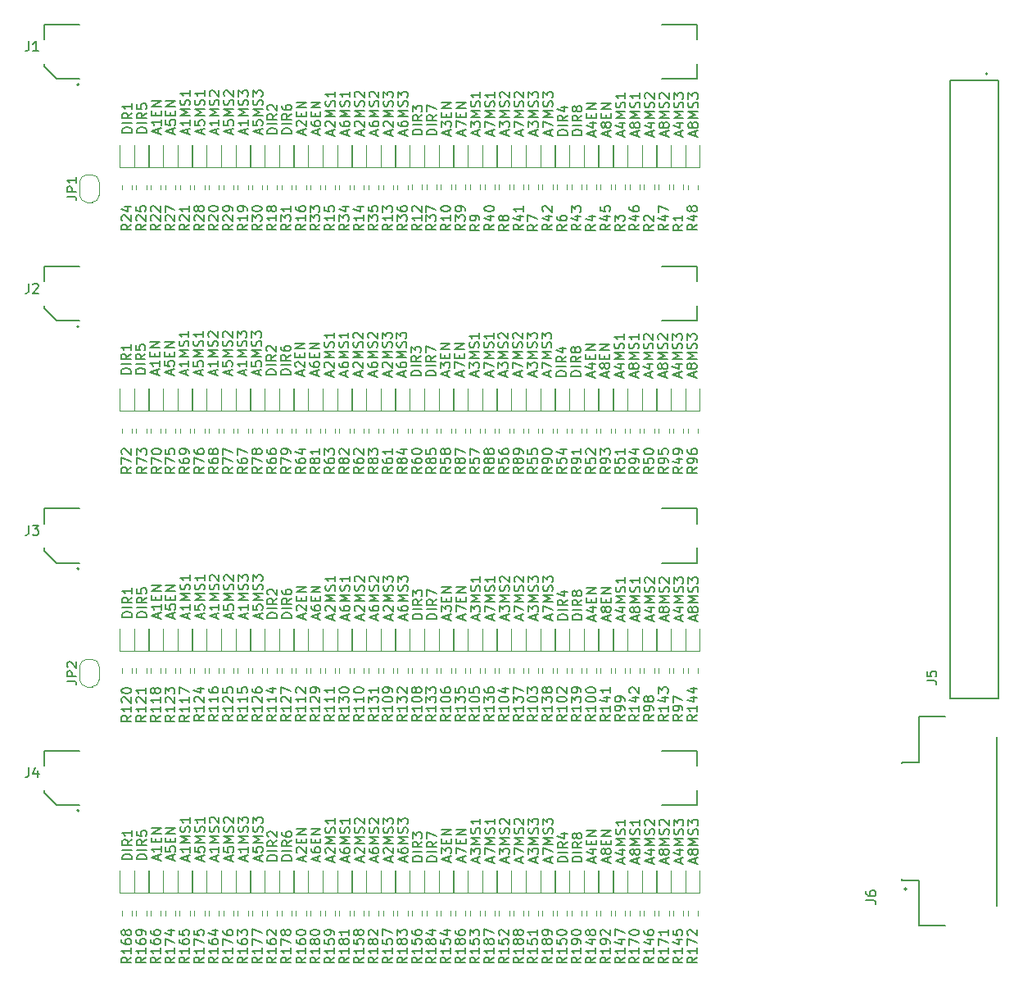
<source format=gbr>
%TF.GenerationSoftware,KiCad,Pcbnew,(6.0.4)*%
%TF.CreationDate,2022-06-06T18:54:09-04:00*%
%TF.ProjectId,32-STEPPER-DRIVER-BOARD,33322d53-5445-4505-9045-522d44524956,rev?*%
%TF.SameCoordinates,Original*%
%TF.FileFunction,Legend,Top*%
%TF.FilePolarity,Positive*%
%FSLAX46Y46*%
G04 Gerber Fmt 4.6, Leading zero omitted, Abs format (unit mm)*
G04 Created by KiCad (PCBNEW (6.0.4)) date 2022-06-06 18:54:09*
%MOMM*%
%LPD*%
G01*
G04 APERTURE LIST*
%ADD10C,0.150000*%
%ADD11C,0.120000*%
%ADD12C,0.200000*%
G04 APERTURE END LIST*
D10*
X118047666Y-78292095D02*
X118047666Y-77815904D01*
X118333380Y-78387333D02*
X117333380Y-78054000D01*
X118333380Y-77720666D01*
X117666714Y-76958761D02*
X118333380Y-76958761D01*
X117285761Y-77196857D02*
X118000047Y-77434952D01*
X118000047Y-76815904D01*
X118333380Y-76434952D02*
X117333380Y-76434952D01*
X118047666Y-76101619D01*
X117333380Y-75768285D01*
X118333380Y-75768285D01*
X118285761Y-75339714D02*
X118333380Y-75196857D01*
X118333380Y-74958761D01*
X118285761Y-74863523D01*
X118238142Y-74815904D01*
X118142904Y-74768285D01*
X118047666Y-74768285D01*
X117952428Y-74815904D01*
X117904809Y-74863523D01*
X117857190Y-74958761D01*
X117809571Y-75149238D01*
X117761952Y-75244476D01*
X117714333Y-75292095D01*
X117619095Y-75339714D01*
X117523857Y-75339714D01*
X117428619Y-75292095D01*
X117381000Y-75244476D01*
X117333380Y-75149238D01*
X117333380Y-74911142D01*
X117381000Y-74768285D01*
X117428619Y-74387333D02*
X117381000Y-74339714D01*
X117333380Y-74244476D01*
X117333380Y-74006380D01*
X117381000Y-73911142D01*
X117428619Y-73863523D01*
X117523857Y-73815904D01*
X117619095Y-73815904D01*
X117761952Y-73863523D01*
X118333380Y-74434952D01*
X118333380Y-73815904D01*
X95833380Y-78130190D02*
X94833380Y-78130190D01*
X94833380Y-77892095D01*
X94881000Y-77749238D01*
X94976238Y-77654000D01*
X95071476Y-77606380D01*
X95261952Y-77558761D01*
X95404809Y-77558761D01*
X95595285Y-77606380D01*
X95690523Y-77654000D01*
X95785761Y-77749238D01*
X95833380Y-77892095D01*
X95833380Y-78130190D01*
X95833380Y-77130190D02*
X94833380Y-77130190D01*
X95833380Y-76082571D02*
X95357190Y-76415904D01*
X95833380Y-76654000D02*
X94833380Y-76654000D01*
X94833380Y-76273047D01*
X94881000Y-76177809D01*
X94928619Y-76130190D01*
X95023857Y-76082571D01*
X95166714Y-76082571D01*
X95261952Y-76130190D01*
X95309571Y-76177809D01*
X95357190Y-76273047D01*
X95357190Y-76654000D01*
X94833380Y-75749238D02*
X94833380Y-75082571D01*
X95833380Y-75511142D01*
X77547666Y-103061095D02*
X77547666Y-102584904D01*
X77833380Y-103156333D02*
X76833380Y-102823000D01*
X77833380Y-102489666D01*
X76833380Y-101680142D02*
X76833380Y-102156333D01*
X77309571Y-102203952D01*
X77261952Y-102156333D01*
X77214333Y-102061095D01*
X77214333Y-101823000D01*
X77261952Y-101727761D01*
X77309571Y-101680142D01*
X77404809Y-101632523D01*
X77642904Y-101632523D01*
X77738142Y-101680142D01*
X77785761Y-101727761D01*
X77833380Y-101823000D01*
X77833380Y-102061095D01*
X77785761Y-102156333D01*
X77738142Y-102203952D01*
X77833380Y-101203952D02*
X76833380Y-101203952D01*
X77547666Y-100870619D01*
X76833380Y-100537285D01*
X77833380Y-100537285D01*
X77785761Y-100108714D02*
X77833380Y-99965857D01*
X77833380Y-99727761D01*
X77785761Y-99632523D01*
X77738142Y-99584904D01*
X77642904Y-99537285D01*
X77547666Y-99537285D01*
X77452428Y-99584904D01*
X77404809Y-99632523D01*
X77357190Y-99727761D01*
X77309571Y-99918238D01*
X77261952Y-100013476D01*
X77214333Y-100061095D01*
X77119095Y-100108714D01*
X77023857Y-100108714D01*
X76928619Y-100061095D01*
X76881000Y-100013476D01*
X76833380Y-99918238D01*
X76833380Y-99680142D01*
X76881000Y-99537285D01*
X76833380Y-99203952D02*
X76833380Y-98584904D01*
X77214333Y-98918238D01*
X77214333Y-98775380D01*
X77261952Y-98680142D01*
X77309571Y-98632523D01*
X77404809Y-98584904D01*
X77642904Y-98584904D01*
X77738142Y-98632523D01*
X77785761Y-98680142D01*
X77833380Y-98775380D01*
X77833380Y-99061095D01*
X77785761Y-99156333D01*
X77738142Y-99203952D01*
X64333380Y-77930190D02*
X63333380Y-77930190D01*
X63333380Y-77692095D01*
X63381000Y-77549238D01*
X63476238Y-77454000D01*
X63571476Y-77406380D01*
X63761952Y-77358761D01*
X63904809Y-77358761D01*
X64095285Y-77406380D01*
X64190523Y-77454000D01*
X64285761Y-77549238D01*
X64333380Y-77692095D01*
X64333380Y-77930190D01*
X64333380Y-76930190D02*
X63333380Y-76930190D01*
X64333380Y-75882571D02*
X63857190Y-76215904D01*
X64333380Y-76454000D02*
X63333380Y-76454000D01*
X63333380Y-76073047D01*
X63381000Y-75977809D01*
X63428619Y-75930190D01*
X63523857Y-75882571D01*
X63666714Y-75882571D01*
X63761952Y-75930190D01*
X63809571Y-75977809D01*
X63857190Y-76073047D01*
X63857190Y-76454000D01*
X64333380Y-74930190D02*
X64333380Y-75501619D01*
X64333380Y-75215904D02*
X63333380Y-75215904D01*
X63476238Y-75311142D01*
X63571476Y-75406380D01*
X63619095Y-75501619D01*
X104547666Y-78192095D02*
X104547666Y-77715904D01*
X104833380Y-78287333D02*
X103833380Y-77954000D01*
X104833380Y-77620666D01*
X103833380Y-77382571D02*
X103833380Y-76715904D01*
X104833380Y-77144476D01*
X104833380Y-76334952D02*
X103833380Y-76334952D01*
X104547666Y-76001619D01*
X103833380Y-75668285D01*
X104833380Y-75668285D01*
X104785761Y-75239714D02*
X104833380Y-75096857D01*
X104833380Y-74858761D01*
X104785761Y-74763523D01*
X104738142Y-74715904D01*
X104642904Y-74668285D01*
X104547666Y-74668285D01*
X104452428Y-74715904D01*
X104404809Y-74763523D01*
X104357190Y-74858761D01*
X104309571Y-75049238D01*
X104261952Y-75144476D01*
X104214333Y-75192095D01*
X104119095Y-75239714D01*
X104023857Y-75239714D01*
X103928619Y-75192095D01*
X103881000Y-75144476D01*
X103833380Y-75049238D01*
X103833380Y-74811142D01*
X103881000Y-74668285D01*
X103928619Y-74287333D02*
X103881000Y-74239714D01*
X103833380Y-74144476D01*
X103833380Y-73906380D01*
X103881000Y-73811142D01*
X103928619Y-73763523D01*
X104023857Y-73715904D01*
X104119095Y-73715904D01*
X104261952Y-73763523D01*
X104833380Y-74334952D01*
X104833380Y-73715904D01*
X98420666Y-52998476D02*
X98420666Y-52522285D01*
X98706380Y-53093714D02*
X97706380Y-52760380D01*
X98706380Y-52427047D01*
X97706380Y-52188952D02*
X97706380Y-51522285D01*
X98706380Y-51950857D01*
X98182571Y-51141333D02*
X98182571Y-50808000D01*
X98706380Y-50665142D02*
X98706380Y-51141333D01*
X97706380Y-51141333D01*
X97706380Y-50665142D01*
X98706380Y-50236571D02*
X97706380Y-50236571D01*
X98706380Y-49665142D01*
X97706380Y-49665142D01*
X94206380Y-52984190D02*
X93206380Y-52984190D01*
X93206380Y-52746095D01*
X93254000Y-52603238D01*
X93349238Y-52508000D01*
X93444476Y-52460380D01*
X93634952Y-52412761D01*
X93777809Y-52412761D01*
X93968285Y-52460380D01*
X94063523Y-52508000D01*
X94158761Y-52603238D01*
X94206380Y-52746095D01*
X94206380Y-52984190D01*
X94206380Y-51984190D02*
X93206380Y-51984190D01*
X94206380Y-50936571D02*
X93730190Y-51269904D01*
X94206380Y-51508000D02*
X93206380Y-51508000D01*
X93206380Y-51127047D01*
X93254000Y-51031809D01*
X93301619Y-50984190D01*
X93396857Y-50936571D01*
X93539714Y-50936571D01*
X93634952Y-50984190D01*
X93682571Y-51031809D01*
X93730190Y-51127047D01*
X93730190Y-51508000D01*
X93206380Y-50603238D02*
X93206380Y-49984190D01*
X93587333Y-50317523D01*
X93587333Y-50174666D01*
X93634952Y-50079428D01*
X93682571Y-50031809D01*
X93777809Y-49984190D01*
X94015904Y-49984190D01*
X94111142Y-50031809D01*
X94158761Y-50079428D01*
X94206380Y-50174666D01*
X94206380Y-50460380D01*
X94158761Y-50555619D01*
X94111142Y-50603238D01*
X122547666Y-103311095D02*
X122547666Y-102834904D01*
X122833380Y-103406333D02*
X121833380Y-103073000D01*
X122833380Y-102739666D01*
X122261952Y-102263476D02*
X122214333Y-102358714D01*
X122166714Y-102406333D01*
X122071476Y-102453952D01*
X122023857Y-102453952D01*
X121928619Y-102406333D01*
X121881000Y-102358714D01*
X121833380Y-102263476D01*
X121833380Y-102073000D01*
X121881000Y-101977761D01*
X121928619Y-101930142D01*
X122023857Y-101882523D01*
X122071476Y-101882523D01*
X122166714Y-101930142D01*
X122214333Y-101977761D01*
X122261952Y-102073000D01*
X122261952Y-102263476D01*
X122309571Y-102358714D01*
X122357190Y-102406333D01*
X122452428Y-102453952D01*
X122642904Y-102453952D01*
X122738142Y-102406333D01*
X122785761Y-102358714D01*
X122833380Y-102263476D01*
X122833380Y-102073000D01*
X122785761Y-101977761D01*
X122738142Y-101930142D01*
X122642904Y-101882523D01*
X122452428Y-101882523D01*
X122357190Y-101930142D01*
X122309571Y-101977761D01*
X122261952Y-102073000D01*
X122833380Y-101453952D02*
X121833380Y-101453952D01*
X122547666Y-101120619D01*
X121833380Y-100787285D01*
X122833380Y-100787285D01*
X122785761Y-100358714D02*
X122833380Y-100215857D01*
X122833380Y-99977761D01*
X122785761Y-99882523D01*
X122738142Y-99834904D01*
X122642904Y-99787285D01*
X122547666Y-99787285D01*
X122452428Y-99834904D01*
X122404809Y-99882523D01*
X122357190Y-99977761D01*
X122309571Y-100168238D01*
X122261952Y-100263476D01*
X122214333Y-100311095D01*
X122119095Y-100358714D01*
X122023857Y-100358714D01*
X121928619Y-100311095D01*
X121881000Y-100263476D01*
X121833380Y-100168238D01*
X121833380Y-99930142D01*
X121881000Y-99787285D01*
X121833380Y-99453952D02*
X121833380Y-98834904D01*
X122214333Y-99168238D01*
X122214333Y-99025380D01*
X122261952Y-98930142D01*
X122309571Y-98882523D01*
X122404809Y-98834904D01*
X122642904Y-98834904D01*
X122738142Y-98882523D01*
X122785761Y-98930142D01*
X122833380Y-99025380D01*
X122833380Y-99311095D01*
X122785761Y-99406333D01*
X122738142Y-99453952D01*
X68547666Y-77994476D02*
X68547666Y-77518285D01*
X68833380Y-78089714D02*
X67833380Y-77756380D01*
X68833380Y-77423047D01*
X67833380Y-76613523D02*
X67833380Y-77089714D01*
X68309571Y-77137333D01*
X68261952Y-77089714D01*
X68214333Y-76994476D01*
X68214333Y-76756380D01*
X68261952Y-76661142D01*
X68309571Y-76613523D01*
X68404809Y-76565904D01*
X68642904Y-76565904D01*
X68738142Y-76613523D01*
X68785761Y-76661142D01*
X68833380Y-76756380D01*
X68833380Y-76994476D01*
X68785761Y-77089714D01*
X68738142Y-77137333D01*
X68309571Y-76137333D02*
X68309571Y-75804000D01*
X68833380Y-75661142D02*
X68833380Y-76137333D01*
X67833380Y-76137333D01*
X67833380Y-75661142D01*
X68833380Y-75232571D02*
X67833380Y-75232571D01*
X68833380Y-74661142D01*
X67833380Y-74661142D01*
X91047666Y-78142095D02*
X91047666Y-77665904D01*
X91333380Y-78237333D02*
X90333380Y-77904000D01*
X91333380Y-77570666D01*
X90428619Y-77284952D02*
X90381000Y-77237333D01*
X90333380Y-77142095D01*
X90333380Y-76904000D01*
X90381000Y-76808761D01*
X90428619Y-76761142D01*
X90523857Y-76713523D01*
X90619095Y-76713523D01*
X90761952Y-76761142D01*
X91333380Y-77332571D01*
X91333380Y-76713523D01*
X91333380Y-76284952D02*
X90333380Y-76284952D01*
X91047666Y-75951619D01*
X90333380Y-75618285D01*
X91333380Y-75618285D01*
X91285761Y-75189714D02*
X91333380Y-75046857D01*
X91333380Y-74808761D01*
X91285761Y-74713523D01*
X91238142Y-74665904D01*
X91142904Y-74618285D01*
X91047666Y-74618285D01*
X90952428Y-74665904D01*
X90904809Y-74713523D01*
X90857190Y-74808761D01*
X90809571Y-74999238D01*
X90761952Y-75094476D01*
X90714333Y-75142095D01*
X90619095Y-75189714D01*
X90523857Y-75189714D01*
X90428619Y-75142095D01*
X90381000Y-75094476D01*
X90333380Y-74999238D01*
X90333380Y-74761142D01*
X90381000Y-74618285D01*
X90333380Y-74284952D02*
X90333380Y-73665904D01*
X90714333Y-73999238D01*
X90714333Y-73856380D01*
X90761952Y-73761142D01*
X90809571Y-73713523D01*
X90904809Y-73665904D01*
X91142904Y-73665904D01*
X91238142Y-73713523D01*
X91285761Y-73761142D01*
X91333380Y-73856380D01*
X91333380Y-74142095D01*
X91285761Y-74237333D01*
X91238142Y-74284952D01*
X96920666Y-52998476D02*
X96920666Y-52522285D01*
X97206380Y-53093714D02*
X96206380Y-52760380D01*
X97206380Y-52427047D01*
X96206380Y-52188952D02*
X96206380Y-51569904D01*
X96587333Y-51903238D01*
X96587333Y-51760380D01*
X96634952Y-51665142D01*
X96682571Y-51617523D01*
X96777809Y-51569904D01*
X97015904Y-51569904D01*
X97111142Y-51617523D01*
X97158761Y-51665142D01*
X97206380Y-51760380D01*
X97206380Y-52046095D01*
X97158761Y-52141333D01*
X97111142Y-52188952D01*
X96682571Y-51141333D02*
X96682571Y-50808000D01*
X97206380Y-50665142D02*
X97206380Y-51141333D01*
X96206380Y-51141333D01*
X96206380Y-50665142D01*
X97206380Y-50236571D02*
X96206380Y-50236571D01*
X97206380Y-49665142D01*
X96206380Y-49665142D01*
X121047666Y-78292095D02*
X121047666Y-77815904D01*
X121333380Y-78387333D02*
X120333380Y-78054000D01*
X121333380Y-77720666D01*
X120666714Y-76958761D02*
X121333380Y-76958761D01*
X120285761Y-77196857D02*
X121000047Y-77434952D01*
X121000047Y-76815904D01*
X121333380Y-76434952D02*
X120333380Y-76434952D01*
X121047666Y-76101619D01*
X120333380Y-75768285D01*
X121333380Y-75768285D01*
X121285761Y-75339714D02*
X121333380Y-75196857D01*
X121333380Y-74958761D01*
X121285761Y-74863523D01*
X121238142Y-74815904D01*
X121142904Y-74768285D01*
X121047666Y-74768285D01*
X120952428Y-74815904D01*
X120904809Y-74863523D01*
X120857190Y-74958761D01*
X120809571Y-75149238D01*
X120761952Y-75244476D01*
X120714333Y-75292095D01*
X120619095Y-75339714D01*
X120523857Y-75339714D01*
X120428619Y-75292095D01*
X120381000Y-75244476D01*
X120333380Y-75149238D01*
X120333380Y-74911142D01*
X120381000Y-74768285D01*
X120333380Y-74434952D02*
X120333380Y-73815904D01*
X120714333Y-74149238D01*
X120714333Y-74006380D01*
X120761952Y-73911142D01*
X120809571Y-73863523D01*
X120904809Y-73815904D01*
X121142904Y-73815904D01*
X121238142Y-73863523D01*
X121285761Y-73911142D01*
X121333380Y-74006380D01*
X121333380Y-74292095D01*
X121285761Y-74387333D01*
X121238142Y-74434952D01*
X118047666Y-28254095D02*
X118047666Y-27777904D01*
X118333380Y-28349333D02*
X117333380Y-28016000D01*
X118333380Y-27682666D01*
X117666714Y-26920761D02*
X118333380Y-26920761D01*
X117285761Y-27158857D02*
X118000047Y-27396952D01*
X118000047Y-26777904D01*
X118333380Y-26396952D02*
X117333380Y-26396952D01*
X118047666Y-26063619D01*
X117333380Y-25730285D01*
X118333380Y-25730285D01*
X118285761Y-25301714D02*
X118333380Y-25158857D01*
X118333380Y-24920761D01*
X118285761Y-24825523D01*
X118238142Y-24777904D01*
X118142904Y-24730285D01*
X118047666Y-24730285D01*
X117952428Y-24777904D01*
X117904809Y-24825523D01*
X117857190Y-24920761D01*
X117809571Y-25111238D01*
X117761952Y-25206476D01*
X117714333Y-25254095D01*
X117619095Y-25301714D01*
X117523857Y-25301714D01*
X117428619Y-25254095D01*
X117381000Y-25206476D01*
X117333380Y-25111238D01*
X117333380Y-24873142D01*
X117381000Y-24730285D01*
X117428619Y-24349333D02*
X117381000Y-24301714D01*
X117333380Y-24206476D01*
X117333380Y-23968380D01*
X117381000Y-23873142D01*
X117428619Y-23825523D01*
X117523857Y-23777904D01*
X117619095Y-23777904D01*
X117761952Y-23825523D01*
X118333380Y-24396952D01*
X118333380Y-23777904D01*
X73047666Y-103061095D02*
X73047666Y-102584904D01*
X73333380Y-103156333D02*
X72333380Y-102823000D01*
X73333380Y-102489666D01*
X73333380Y-101632523D02*
X73333380Y-102203952D01*
X73333380Y-101918238D02*
X72333380Y-101918238D01*
X72476238Y-102013476D01*
X72571476Y-102108714D01*
X72619095Y-102203952D01*
X73333380Y-101203952D02*
X72333380Y-101203952D01*
X73047666Y-100870619D01*
X72333380Y-100537285D01*
X73333380Y-100537285D01*
X73285761Y-100108714D02*
X73333380Y-99965857D01*
X73333380Y-99727761D01*
X73285761Y-99632523D01*
X73238142Y-99584904D01*
X73142904Y-99537285D01*
X73047666Y-99537285D01*
X72952428Y-99584904D01*
X72904809Y-99632523D01*
X72857190Y-99727761D01*
X72809571Y-99918238D01*
X72761952Y-100013476D01*
X72714333Y-100061095D01*
X72619095Y-100108714D01*
X72523857Y-100108714D01*
X72428619Y-100061095D01*
X72381000Y-100013476D01*
X72333380Y-99918238D01*
X72333380Y-99680142D01*
X72381000Y-99537285D01*
X72428619Y-99156333D02*
X72381000Y-99108714D01*
X72333380Y-99013476D01*
X72333380Y-98775380D01*
X72381000Y-98680142D01*
X72428619Y-98632523D01*
X72523857Y-98584904D01*
X72619095Y-98584904D01*
X72761952Y-98632523D01*
X73333380Y-99203952D01*
X73333380Y-98584904D01*
X80833380Y-78030190D02*
X79833380Y-78030190D01*
X79833380Y-77792095D01*
X79881000Y-77649238D01*
X79976238Y-77554000D01*
X80071476Y-77506380D01*
X80261952Y-77458761D01*
X80404809Y-77458761D01*
X80595285Y-77506380D01*
X80690523Y-77554000D01*
X80785761Y-77649238D01*
X80833380Y-77792095D01*
X80833380Y-78030190D01*
X80833380Y-77030190D02*
X79833380Y-77030190D01*
X80833380Y-75982571D02*
X80357190Y-76315904D01*
X80833380Y-76554000D02*
X79833380Y-76554000D01*
X79833380Y-76173047D01*
X79881000Y-76077809D01*
X79928619Y-76030190D01*
X80023857Y-75982571D01*
X80166714Y-75982571D01*
X80261952Y-76030190D01*
X80309571Y-76077809D01*
X80357190Y-76173047D01*
X80357190Y-76554000D01*
X79833380Y-75125428D02*
X79833380Y-75315904D01*
X79881000Y-75411142D01*
X79928619Y-75458761D01*
X80071476Y-75554000D01*
X80261952Y-75601619D01*
X80642904Y-75601619D01*
X80738142Y-75554000D01*
X80785761Y-75506380D01*
X80833380Y-75411142D01*
X80833380Y-75220666D01*
X80785761Y-75125428D01*
X80738142Y-75077809D01*
X80642904Y-75030190D01*
X80404809Y-75030190D01*
X80309571Y-75077809D01*
X80261952Y-75125428D01*
X80214333Y-75220666D01*
X80214333Y-75411142D01*
X80261952Y-75506380D01*
X80309571Y-75554000D01*
X80404809Y-75601619D01*
X106047666Y-78192095D02*
X106047666Y-77715904D01*
X106333380Y-78287333D02*
X105333380Y-77954000D01*
X106333380Y-77620666D01*
X105333380Y-77382571D02*
X105333380Y-76763523D01*
X105714333Y-77096857D01*
X105714333Y-76954000D01*
X105761952Y-76858761D01*
X105809571Y-76811142D01*
X105904809Y-76763523D01*
X106142904Y-76763523D01*
X106238142Y-76811142D01*
X106285761Y-76858761D01*
X106333380Y-76954000D01*
X106333380Y-77239714D01*
X106285761Y-77334952D01*
X106238142Y-77382571D01*
X106333380Y-76334952D02*
X105333380Y-76334952D01*
X106047666Y-76001619D01*
X105333380Y-75668285D01*
X106333380Y-75668285D01*
X106285761Y-75239714D02*
X106333380Y-75096857D01*
X106333380Y-74858761D01*
X106285761Y-74763523D01*
X106238142Y-74715904D01*
X106142904Y-74668285D01*
X106047666Y-74668285D01*
X105952428Y-74715904D01*
X105904809Y-74763523D01*
X105857190Y-74858761D01*
X105809571Y-75049238D01*
X105761952Y-75144476D01*
X105714333Y-75192095D01*
X105619095Y-75239714D01*
X105523857Y-75239714D01*
X105428619Y-75192095D01*
X105381000Y-75144476D01*
X105333380Y-75049238D01*
X105333380Y-74811142D01*
X105381000Y-74668285D01*
X105333380Y-74334952D02*
X105333380Y-73715904D01*
X105714333Y-74049238D01*
X105714333Y-73906380D01*
X105761952Y-73811142D01*
X105809571Y-73763523D01*
X105904809Y-73715904D01*
X106142904Y-73715904D01*
X106238142Y-73763523D01*
X106285761Y-73811142D01*
X106333380Y-73906380D01*
X106333380Y-74192095D01*
X106285761Y-74287333D01*
X106238142Y-74334952D01*
X89547666Y-78142095D02*
X89547666Y-77665904D01*
X89833380Y-78237333D02*
X88833380Y-77904000D01*
X89833380Y-77570666D01*
X88833380Y-76808761D02*
X88833380Y-76999238D01*
X88881000Y-77094476D01*
X88928619Y-77142095D01*
X89071476Y-77237333D01*
X89261952Y-77284952D01*
X89642904Y-77284952D01*
X89738142Y-77237333D01*
X89785761Y-77189714D01*
X89833380Y-77094476D01*
X89833380Y-76904000D01*
X89785761Y-76808761D01*
X89738142Y-76761142D01*
X89642904Y-76713523D01*
X89404809Y-76713523D01*
X89309571Y-76761142D01*
X89261952Y-76808761D01*
X89214333Y-76904000D01*
X89214333Y-77094476D01*
X89261952Y-77189714D01*
X89309571Y-77237333D01*
X89404809Y-77284952D01*
X89833380Y-76284952D02*
X88833380Y-76284952D01*
X89547666Y-75951619D01*
X88833380Y-75618285D01*
X89833380Y-75618285D01*
X89785761Y-75189714D02*
X89833380Y-75046857D01*
X89833380Y-74808761D01*
X89785761Y-74713523D01*
X89738142Y-74665904D01*
X89642904Y-74618285D01*
X89547666Y-74618285D01*
X89452428Y-74665904D01*
X89404809Y-74713523D01*
X89357190Y-74808761D01*
X89309571Y-74999238D01*
X89261952Y-75094476D01*
X89214333Y-75142095D01*
X89119095Y-75189714D01*
X89023857Y-75189714D01*
X88928619Y-75142095D01*
X88881000Y-75094476D01*
X88833380Y-74999238D01*
X88833380Y-74761142D01*
X88881000Y-74618285D01*
X88928619Y-74237333D02*
X88881000Y-74189714D01*
X88833380Y-74094476D01*
X88833380Y-73856380D01*
X88881000Y-73761142D01*
X88928619Y-73713523D01*
X89023857Y-73665904D01*
X89119095Y-73665904D01*
X89261952Y-73713523D01*
X89833380Y-74284952D01*
X89833380Y-73665904D01*
X116420666Y-53146095D02*
X116420666Y-52669904D01*
X116706380Y-53241333D02*
X115706380Y-52908000D01*
X116706380Y-52574666D01*
X116134952Y-52098476D02*
X116087333Y-52193714D01*
X116039714Y-52241333D01*
X115944476Y-52288952D01*
X115896857Y-52288952D01*
X115801619Y-52241333D01*
X115754000Y-52193714D01*
X115706380Y-52098476D01*
X115706380Y-51908000D01*
X115754000Y-51812761D01*
X115801619Y-51765142D01*
X115896857Y-51717523D01*
X115944476Y-51717523D01*
X116039714Y-51765142D01*
X116087333Y-51812761D01*
X116134952Y-51908000D01*
X116134952Y-52098476D01*
X116182571Y-52193714D01*
X116230190Y-52241333D01*
X116325428Y-52288952D01*
X116515904Y-52288952D01*
X116611142Y-52241333D01*
X116658761Y-52193714D01*
X116706380Y-52098476D01*
X116706380Y-51908000D01*
X116658761Y-51812761D01*
X116611142Y-51765142D01*
X116515904Y-51717523D01*
X116325428Y-51717523D01*
X116230190Y-51765142D01*
X116182571Y-51812761D01*
X116134952Y-51908000D01*
X116706380Y-51288952D02*
X115706380Y-51288952D01*
X116420666Y-50955619D01*
X115706380Y-50622285D01*
X116706380Y-50622285D01*
X116658761Y-50193714D02*
X116706380Y-50050857D01*
X116706380Y-49812761D01*
X116658761Y-49717523D01*
X116611142Y-49669904D01*
X116515904Y-49622285D01*
X116420666Y-49622285D01*
X116325428Y-49669904D01*
X116277809Y-49717523D01*
X116230190Y-49812761D01*
X116182571Y-50003238D01*
X116134952Y-50098476D01*
X116087333Y-50146095D01*
X115992095Y-50193714D01*
X115896857Y-50193714D01*
X115801619Y-50146095D01*
X115754000Y-50098476D01*
X115706380Y-50003238D01*
X115706380Y-49765142D01*
X115754000Y-49622285D01*
X116706380Y-48669904D02*
X116706380Y-49241333D01*
X116706380Y-48955619D02*
X115706380Y-48955619D01*
X115849238Y-49050857D01*
X115944476Y-49146095D01*
X115992095Y-49241333D01*
X106047666Y-28154095D02*
X106047666Y-27677904D01*
X106333380Y-28249333D02*
X105333380Y-27916000D01*
X106333380Y-27582666D01*
X105333380Y-27344571D02*
X105333380Y-26725523D01*
X105714333Y-27058857D01*
X105714333Y-26916000D01*
X105761952Y-26820761D01*
X105809571Y-26773142D01*
X105904809Y-26725523D01*
X106142904Y-26725523D01*
X106238142Y-26773142D01*
X106285761Y-26820761D01*
X106333380Y-26916000D01*
X106333380Y-27201714D01*
X106285761Y-27296952D01*
X106238142Y-27344571D01*
X106333380Y-26296952D02*
X105333380Y-26296952D01*
X106047666Y-25963619D01*
X105333380Y-25630285D01*
X106333380Y-25630285D01*
X106285761Y-25201714D02*
X106333380Y-25058857D01*
X106333380Y-24820761D01*
X106285761Y-24725523D01*
X106238142Y-24677904D01*
X106142904Y-24630285D01*
X106047666Y-24630285D01*
X105952428Y-24677904D01*
X105904809Y-24725523D01*
X105857190Y-24820761D01*
X105809571Y-25011238D01*
X105761952Y-25106476D01*
X105714333Y-25154095D01*
X105619095Y-25201714D01*
X105523857Y-25201714D01*
X105428619Y-25154095D01*
X105381000Y-25106476D01*
X105333380Y-25011238D01*
X105333380Y-24773142D01*
X105381000Y-24630285D01*
X105333380Y-24296952D02*
X105333380Y-23677904D01*
X105714333Y-24011238D01*
X105714333Y-23868380D01*
X105761952Y-23773142D01*
X105809571Y-23725523D01*
X105904809Y-23677904D01*
X106142904Y-23677904D01*
X106238142Y-23725523D01*
X106285761Y-23773142D01*
X106333380Y-23868380D01*
X106333380Y-24154095D01*
X106285761Y-24249333D01*
X106238142Y-24296952D01*
X104547666Y-103211095D02*
X104547666Y-102734904D01*
X104833380Y-103306333D02*
X103833380Y-102973000D01*
X104833380Y-102639666D01*
X103833380Y-102401571D02*
X103833380Y-101734904D01*
X104833380Y-102163476D01*
X104833380Y-101353952D02*
X103833380Y-101353952D01*
X104547666Y-101020619D01*
X103833380Y-100687285D01*
X104833380Y-100687285D01*
X104785761Y-100258714D02*
X104833380Y-100115857D01*
X104833380Y-99877761D01*
X104785761Y-99782523D01*
X104738142Y-99734904D01*
X104642904Y-99687285D01*
X104547666Y-99687285D01*
X104452428Y-99734904D01*
X104404809Y-99782523D01*
X104357190Y-99877761D01*
X104309571Y-100068238D01*
X104261952Y-100163476D01*
X104214333Y-100211095D01*
X104119095Y-100258714D01*
X104023857Y-100258714D01*
X103928619Y-100211095D01*
X103881000Y-100163476D01*
X103833380Y-100068238D01*
X103833380Y-99830142D01*
X103881000Y-99687285D01*
X103928619Y-99306333D02*
X103881000Y-99258714D01*
X103833380Y-99163476D01*
X103833380Y-98925380D01*
X103881000Y-98830142D01*
X103928619Y-98782523D01*
X104023857Y-98734904D01*
X104119095Y-98734904D01*
X104261952Y-98782523D01*
X104833380Y-99353952D01*
X104833380Y-98734904D01*
X67047666Y-77994476D02*
X67047666Y-77518285D01*
X67333380Y-78089714D02*
X66333380Y-77756380D01*
X67333380Y-77423047D01*
X67333380Y-76565904D02*
X67333380Y-77137333D01*
X67333380Y-76851619D02*
X66333380Y-76851619D01*
X66476238Y-76946857D01*
X66571476Y-77042095D01*
X66619095Y-77137333D01*
X66809571Y-76137333D02*
X66809571Y-75804000D01*
X67333380Y-75661142D02*
X67333380Y-76137333D01*
X66333380Y-76137333D01*
X66333380Y-75661142D01*
X67333380Y-75232571D02*
X66333380Y-75232571D01*
X67333380Y-74661142D01*
X66333380Y-74661142D01*
X113420666Y-53098476D02*
X113420666Y-52622285D01*
X113706380Y-53193714D02*
X112706380Y-52860380D01*
X113706380Y-52527047D01*
X113134952Y-52050857D02*
X113087333Y-52146095D01*
X113039714Y-52193714D01*
X112944476Y-52241333D01*
X112896857Y-52241333D01*
X112801619Y-52193714D01*
X112754000Y-52146095D01*
X112706380Y-52050857D01*
X112706380Y-51860380D01*
X112754000Y-51765142D01*
X112801619Y-51717523D01*
X112896857Y-51669904D01*
X112944476Y-51669904D01*
X113039714Y-51717523D01*
X113087333Y-51765142D01*
X113134952Y-51860380D01*
X113134952Y-52050857D01*
X113182571Y-52146095D01*
X113230190Y-52193714D01*
X113325428Y-52241333D01*
X113515904Y-52241333D01*
X113611142Y-52193714D01*
X113658761Y-52146095D01*
X113706380Y-52050857D01*
X113706380Y-51860380D01*
X113658761Y-51765142D01*
X113611142Y-51717523D01*
X113515904Y-51669904D01*
X113325428Y-51669904D01*
X113230190Y-51717523D01*
X113182571Y-51765142D01*
X113134952Y-51860380D01*
X113182571Y-51241333D02*
X113182571Y-50908000D01*
X113706380Y-50765142D02*
X113706380Y-51241333D01*
X112706380Y-51241333D01*
X112706380Y-50765142D01*
X113706380Y-50336571D02*
X112706380Y-50336571D01*
X113706380Y-49765142D01*
X112706380Y-49765142D01*
X113547666Y-28206476D02*
X113547666Y-27730285D01*
X113833380Y-28301714D02*
X112833380Y-27968380D01*
X113833380Y-27635047D01*
X113261952Y-27158857D02*
X113214333Y-27254095D01*
X113166714Y-27301714D01*
X113071476Y-27349333D01*
X113023857Y-27349333D01*
X112928619Y-27301714D01*
X112881000Y-27254095D01*
X112833380Y-27158857D01*
X112833380Y-26968380D01*
X112881000Y-26873142D01*
X112928619Y-26825523D01*
X113023857Y-26777904D01*
X113071476Y-26777904D01*
X113166714Y-26825523D01*
X113214333Y-26873142D01*
X113261952Y-26968380D01*
X113261952Y-27158857D01*
X113309571Y-27254095D01*
X113357190Y-27301714D01*
X113452428Y-27349333D01*
X113642904Y-27349333D01*
X113738142Y-27301714D01*
X113785761Y-27254095D01*
X113833380Y-27158857D01*
X113833380Y-26968380D01*
X113785761Y-26873142D01*
X113738142Y-26825523D01*
X113642904Y-26777904D01*
X113452428Y-26777904D01*
X113357190Y-26825523D01*
X113309571Y-26873142D01*
X113261952Y-26968380D01*
X113309571Y-26349333D02*
X113309571Y-26016000D01*
X113833380Y-25873142D02*
X113833380Y-26349333D01*
X112833380Y-26349333D01*
X112833380Y-25873142D01*
X113833380Y-25444571D02*
X112833380Y-25444571D01*
X113833380Y-24873142D01*
X112833380Y-24873142D01*
X76047666Y-78042095D02*
X76047666Y-77565904D01*
X76333380Y-78137333D02*
X75333380Y-77804000D01*
X76333380Y-77470666D01*
X76333380Y-76613523D02*
X76333380Y-77184952D01*
X76333380Y-76899238D02*
X75333380Y-76899238D01*
X75476238Y-76994476D01*
X75571476Y-77089714D01*
X75619095Y-77184952D01*
X76333380Y-76184952D02*
X75333380Y-76184952D01*
X76047666Y-75851619D01*
X75333380Y-75518285D01*
X76333380Y-75518285D01*
X76285761Y-75089714D02*
X76333380Y-74946857D01*
X76333380Y-74708761D01*
X76285761Y-74613523D01*
X76238142Y-74565904D01*
X76142904Y-74518285D01*
X76047666Y-74518285D01*
X75952428Y-74565904D01*
X75904809Y-74613523D01*
X75857190Y-74708761D01*
X75809571Y-74899238D01*
X75761952Y-74994476D01*
X75714333Y-75042095D01*
X75619095Y-75089714D01*
X75523857Y-75089714D01*
X75428619Y-75042095D01*
X75381000Y-74994476D01*
X75333380Y-74899238D01*
X75333380Y-74661142D01*
X75381000Y-74518285D01*
X75333380Y-74184952D02*
X75333380Y-73565904D01*
X75714333Y-73899238D01*
X75714333Y-73756380D01*
X75761952Y-73661142D01*
X75809571Y-73613523D01*
X75904809Y-73565904D01*
X76142904Y-73565904D01*
X76238142Y-73613523D01*
X76285761Y-73661142D01*
X76333380Y-73756380D01*
X76333380Y-74042095D01*
X76285761Y-74137333D01*
X76238142Y-74184952D01*
X110706380Y-53034190D02*
X109706380Y-53034190D01*
X109706380Y-52796095D01*
X109754000Y-52653238D01*
X109849238Y-52558000D01*
X109944476Y-52510380D01*
X110134952Y-52462761D01*
X110277809Y-52462761D01*
X110468285Y-52510380D01*
X110563523Y-52558000D01*
X110658761Y-52653238D01*
X110706380Y-52796095D01*
X110706380Y-53034190D01*
X110706380Y-52034190D02*
X109706380Y-52034190D01*
X110706380Y-50986571D02*
X110230190Y-51319904D01*
X110706380Y-51558000D02*
X109706380Y-51558000D01*
X109706380Y-51177047D01*
X109754000Y-51081809D01*
X109801619Y-51034190D01*
X109896857Y-50986571D01*
X110039714Y-50986571D01*
X110134952Y-51034190D01*
X110182571Y-51081809D01*
X110230190Y-51177047D01*
X110230190Y-51558000D01*
X110134952Y-50415142D02*
X110087333Y-50510380D01*
X110039714Y-50558000D01*
X109944476Y-50605619D01*
X109896857Y-50605619D01*
X109801619Y-50558000D01*
X109754000Y-50510380D01*
X109706380Y-50415142D01*
X109706380Y-50224666D01*
X109754000Y-50129428D01*
X109801619Y-50081809D01*
X109896857Y-50034190D01*
X109944476Y-50034190D01*
X110039714Y-50081809D01*
X110087333Y-50129428D01*
X110134952Y-50224666D01*
X110134952Y-50415142D01*
X110182571Y-50510380D01*
X110230190Y-50558000D01*
X110325428Y-50605619D01*
X110515904Y-50605619D01*
X110611142Y-50558000D01*
X110658761Y-50510380D01*
X110706380Y-50415142D01*
X110706380Y-50224666D01*
X110658761Y-50129428D01*
X110611142Y-50081809D01*
X110515904Y-50034190D01*
X110325428Y-50034190D01*
X110230190Y-50081809D01*
X110182571Y-50129428D01*
X110134952Y-50224666D01*
X115047666Y-103311095D02*
X115047666Y-102834904D01*
X115333380Y-103406333D02*
X114333380Y-103073000D01*
X115333380Y-102739666D01*
X114666714Y-101977761D02*
X115333380Y-101977761D01*
X114285761Y-102215857D02*
X115000047Y-102453952D01*
X115000047Y-101834904D01*
X115333380Y-101453952D02*
X114333380Y-101453952D01*
X115047666Y-101120619D01*
X114333380Y-100787285D01*
X115333380Y-100787285D01*
X115285761Y-100358714D02*
X115333380Y-100215857D01*
X115333380Y-99977761D01*
X115285761Y-99882523D01*
X115238142Y-99834904D01*
X115142904Y-99787285D01*
X115047666Y-99787285D01*
X114952428Y-99834904D01*
X114904809Y-99882523D01*
X114857190Y-99977761D01*
X114809571Y-100168238D01*
X114761952Y-100263476D01*
X114714333Y-100311095D01*
X114619095Y-100358714D01*
X114523857Y-100358714D01*
X114428619Y-100311095D01*
X114381000Y-100263476D01*
X114333380Y-100168238D01*
X114333380Y-99930142D01*
X114381000Y-99787285D01*
X115333380Y-98834904D02*
X115333380Y-99406333D01*
X115333380Y-99120619D02*
X114333380Y-99120619D01*
X114476238Y-99215857D01*
X114571476Y-99311095D01*
X114619095Y-99406333D01*
X119547666Y-103311095D02*
X119547666Y-102834904D01*
X119833380Y-103406333D02*
X118833380Y-103073000D01*
X119833380Y-102739666D01*
X119261952Y-102263476D02*
X119214333Y-102358714D01*
X119166714Y-102406333D01*
X119071476Y-102453952D01*
X119023857Y-102453952D01*
X118928619Y-102406333D01*
X118881000Y-102358714D01*
X118833380Y-102263476D01*
X118833380Y-102073000D01*
X118881000Y-101977761D01*
X118928619Y-101930142D01*
X119023857Y-101882523D01*
X119071476Y-101882523D01*
X119166714Y-101930142D01*
X119214333Y-101977761D01*
X119261952Y-102073000D01*
X119261952Y-102263476D01*
X119309571Y-102358714D01*
X119357190Y-102406333D01*
X119452428Y-102453952D01*
X119642904Y-102453952D01*
X119738142Y-102406333D01*
X119785761Y-102358714D01*
X119833380Y-102263476D01*
X119833380Y-102073000D01*
X119785761Y-101977761D01*
X119738142Y-101930142D01*
X119642904Y-101882523D01*
X119452428Y-101882523D01*
X119357190Y-101930142D01*
X119309571Y-101977761D01*
X119261952Y-102073000D01*
X119833380Y-101453952D02*
X118833380Y-101453952D01*
X119547666Y-101120619D01*
X118833380Y-100787285D01*
X119833380Y-100787285D01*
X119785761Y-100358714D02*
X119833380Y-100215857D01*
X119833380Y-99977761D01*
X119785761Y-99882523D01*
X119738142Y-99834904D01*
X119642904Y-99787285D01*
X119547666Y-99787285D01*
X119452428Y-99834904D01*
X119404809Y-99882523D01*
X119357190Y-99977761D01*
X119309571Y-100168238D01*
X119261952Y-100263476D01*
X119214333Y-100311095D01*
X119119095Y-100358714D01*
X119023857Y-100358714D01*
X118928619Y-100311095D01*
X118881000Y-100263476D01*
X118833380Y-100168238D01*
X118833380Y-99930142D01*
X118881000Y-99787285D01*
X118928619Y-99406333D02*
X118881000Y-99358714D01*
X118833380Y-99263476D01*
X118833380Y-99025380D01*
X118881000Y-98930142D01*
X118928619Y-98882523D01*
X119023857Y-98834904D01*
X119119095Y-98834904D01*
X119261952Y-98882523D01*
X119833380Y-99453952D01*
X119833380Y-98834904D01*
X119420666Y-53146095D02*
X119420666Y-52669904D01*
X119706380Y-53241333D02*
X118706380Y-52908000D01*
X119706380Y-52574666D01*
X119134952Y-52098476D02*
X119087333Y-52193714D01*
X119039714Y-52241333D01*
X118944476Y-52288952D01*
X118896857Y-52288952D01*
X118801619Y-52241333D01*
X118754000Y-52193714D01*
X118706380Y-52098476D01*
X118706380Y-51908000D01*
X118754000Y-51812761D01*
X118801619Y-51765142D01*
X118896857Y-51717523D01*
X118944476Y-51717523D01*
X119039714Y-51765142D01*
X119087333Y-51812761D01*
X119134952Y-51908000D01*
X119134952Y-52098476D01*
X119182571Y-52193714D01*
X119230190Y-52241333D01*
X119325428Y-52288952D01*
X119515904Y-52288952D01*
X119611142Y-52241333D01*
X119658761Y-52193714D01*
X119706380Y-52098476D01*
X119706380Y-51908000D01*
X119658761Y-51812761D01*
X119611142Y-51765142D01*
X119515904Y-51717523D01*
X119325428Y-51717523D01*
X119230190Y-51765142D01*
X119182571Y-51812761D01*
X119134952Y-51908000D01*
X119706380Y-51288952D02*
X118706380Y-51288952D01*
X119420666Y-50955619D01*
X118706380Y-50622285D01*
X119706380Y-50622285D01*
X119658761Y-50193714D02*
X119706380Y-50050857D01*
X119706380Y-49812761D01*
X119658761Y-49717523D01*
X119611142Y-49669904D01*
X119515904Y-49622285D01*
X119420666Y-49622285D01*
X119325428Y-49669904D01*
X119277809Y-49717523D01*
X119230190Y-49812761D01*
X119182571Y-50003238D01*
X119134952Y-50098476D01*
X119087333Y-50146095D01*
X118992095Y-50193714D01*
X118896857Y-50193714D01*
X118801619Y-50146095D01*
X118754000Y-50098476D01*
X118706380Y-50003238D01*
X118706380Y-49765142D01*
X118754000Y-49622285D01*
X118801619Y-49241333D02*
X118754000Y-49193714D01*
X118706380Y-49098476D01*
X118706380Y-48860380D01*
X118754000Y-48765142D01*
X118801619Y-48717523D01*
X118896857Y-48669904D01*
X118992095Y-48669904D01*
X119134952Y-48717523D01*
X119706380Y-49288952D01*
X119706380Y-48669904D01*
X92547666Y-78142095D02*
X92547666Y-77665904D01*
X92833380Y-78237333D02*
X91833380Y-77904000D01*
X92833380Y-77570666D01*
X91833380Y-76808761D02*
X91833380Y-76999238D01*
X91881000Y-77094476D01*
X91928619Y-77142095D01*
X92071476Y-77237333D01*
X92261952Y-77284952D01*
X92642904Y-77284952D01*
X92738142Y-77237333D01*
X92785761Y-77189714D01*
X92833380Y-77094476D01*
X92833380Y-76904000D01*
X92785761Y-76808761D01*
X92738142Y-76761142D01*
X92642904Y-76713523D01*
X92404809Y-76713523D01*
X92309571Y-76761142D01*
X92261952Y-76808761D01*
X92214333Y-76904000D01*
X92214333Y-77094476D01*
X92261952Y-77189714D01*
X92309571Y-77237333D01*
X92404809Y-77284952D01*
X92833380Y-76284952D02*
X91833380Y-76284952D01*
X92547666Y-75951619D01*
X91833380Y-75618285D01*
X92833380Y-75618285D01*
X92785761Y-75189714D02*
X92833380Y-75046857D01*
X92833380Y-74808761D01*
X92785761Y-74713523D01*
X92738142Y-74665904D01*
X92642904Y-74618285D01*
X92547666Y-74618285D01*
X92452428Y-74665904D01*
X92404809Y-74713523D01*
X92357190Y-74808761D01*
X92309571Y-74999238D01*
X92261952Y-75094476D01*
X92214333Y-75142095D01*
X92119095Y-75189714D01*
X92023857Y-75189714D01*
X91928619Y-75142095D01*
X91881000Y-75094476D01*
X91833380Y-74999238D01*
X91833380Y-74761142D01*
X91881000Y-74618285D01*
X91833380Y-74284952D02*
X91833380Y-73665904D01*
X92214333Y-73999238D01*
X92214333Y-73856380D01*
X92261952Y-73761142D01*
X92309571Y-73713523D01*
X92404809Y-73665904D01*
X92642904Y-73665904D01*
X92738142Y-73713523D01*
X92785761Y-73761142D01*
X92833380Y-73856380D01*
X92833380Y-74142095D01*
X92785761Y-74237333D01*
X92738142Y-74284952D01*
X103047666Y-78192095D02*
X103047666Y-77715904D01*
X103333380Y-78287333D02*
X102333380Y-77954000D01*
X103333380Y-77620666D01*
X102333380Y-77382571D02*
X102333380Y-76763523D01*
X102714333Y-77096857D01*
X102714333Y-76954000D01*
X102761952Y-76858761D01*
X102809571Y-76811142D01*
X102904809Y-76763523D01*
X103142904Y-76763523D01*
X103238142Y-76811142D01*
X103285761Y-76858761D01*
X103333380Y-76954000D01*
X103333380Y-77239714D01*
X103285761Y-77334952D01*
X103238142Y-77382571D01*
X103333380Y-76334952D02*
X102333380Y-76334952D01*
X103047666Y-76001619D01*
X102333380Y-75668285D01*
X103333380Y-75668285D01*
X103285761Y-75239714D02*
X103333380Y-75096857D01*
X103333380Y-74858761D01*
X103285761Y-74763523D01*
X103238142Y-74715904D01*
X103142904Y-74668285D01*
X103047666Y-74668285D01*
X102952428Y-74715904D01*
X102904809Y-74763523D01*
X102857190Y-74858761D01*
X102809571Y-75049238D01*
X102761952Y-75144476D01*
X102714333Y-75192095D01*
X102619095Y-75239714D01*
X102523857Y-75239714D01*
X102428619Y-75192095D01*
X102381000Y-75144476D01*
X102333380Y-75049238D01*
X102333380Y-74811142D01*
X102381000Y-74668285D01*
X102428619Y-74287333D02*
X102381000Y-74239714D01*
X102333380Y-74144476D01*
X102333380Y-73906380D01*
X102381000Y-73811142D01*
X102428619Y-73763523D01*
X102523857Y-73715904D01*
X102619095Y-73715904D01*
X102761952Y-73763523D01*
X103333380Y-74334952D01*
X103333380Y-73715904D01*
X88047666Y-78142095D02*
X88047666Y-77665904D01*
X88333380Y-78237333D02*
X87333380Y-77904000D01*
X88333380Y-77570666D01*
X87428619Y-77284952D02*
X87381000Y-77237333D01*
X87333380Y-77142095D01*
X87333380Y-76904000D01*
X87381000Y-76808761D01*
X87428619Y-76761142D01*
X87523857Y-76713523D01*
X87619095Y-76713523D01*
X87761952Y-76761142D01*
X88333380Y-77332571D01*
X88333380Y-76713523D01*
X88333380Y-76284952D02*
X87333380Y-76284952D01*
X88047666Y-75951619D01*
X87333380Y-75618285D01*
X88333380Y-75618285D01*
X88285761Y-75189714D02*
X88333380Y-75046857D01*
X88333380Y-74808761D01*
X88285761Y-74713523D01*
X88238142Y-74665904D01*
X88142904Y-74618285D01*
X88047666Y-74618285D01*
X87952428Y-74665904D01*
X87904809Y-74713523D01*
X87857190Y-74808761D01*
X87809571Y-74999238D01*
X87761952Y-75094476D01*
X87714333Y-75142095D01*
X87619095Y-75189714D01*
X87523857Y-75189714D01*
X87428619Y-75142095D01*
X87381000Y-75094476D01*
X87333380Y-74999238D01*
X87333380Y-74761142D01*
X87381000Y-74618285D01*
X87428619Y-74237333D02*
X87381000Y-74189714D01*
X87333380Y-74094476D01*
X87333380Y-73856380D01*
X87381000Y-73761142D01*
X87428619Y-73713523D01*
X87523857Y-73665904D01*
X87619095Y-73665904D01*
X87761952Y-73713523D01*
X88333380Y-74284952D01*
X88333380Y-73665904D01*
X65833380Y-77930190D02*
X64833380Y-77930190D01*
X64833380Y-77692095D01*
X64881000Y-77549238D01*
X64976238Y-77454000D01*
X65071476Y-77406380D01*
X65261952Y-77358761D01*
X65404809Y-77358761D01*
X65595285Y-77406380D01*
X65690523Y-77454000D01*
X65785761Y-77549238D01*
X65833380Y-77692095D01*
X65833380Y-77930190D01*
X65833380Y-76930190D02*
X64833380Y-76930190D01*
X65833380Y-75882571D02*
X65357190Y-76215904D01*
X65833380Y-76454000D02*
X64833380Y-76454000D01*
X64833380Y-76073047D01*
X64881000Y-75977809D01*
X64928619Y-75930190D01*
X65023857Y-75882571D01*
X65166714Y-75882571D01*
X65261952Y-75930190D01*
X65309571Y-75977809D01*
X65357190Y-76073047D01*
X65357190Y-76454000D01*
X64833380Y-74977809D02*
X64833380Y-75454000D01*
X65309571Y-75501619D01*
X65261952Y-75454000D01*
X65214333Y-75358761D01*
X65214333Y-75120666D01*
X65261952Y-75025428D01*
X65309571Y-74977809D01*
X65404809Y-74930190D01*
X65642904Y-74930190D01*
X65738142Y-74977809D01*
X65785761Y-75025428D01*
X65833380Y-75120666D01*
X65833380Y-75358761D01*
X65785761Y-75454000D01*
X65738142Y-75501619D01*
X68547666Y-27956476D02*
X68547666Y-27480285D01*
X68833380Y-28051714D02*
X67833380Y-27718380D01*
X68833380Y-27385047D01*
X67833380Y-26575523D02*
X67833380Y-27051714D01*
X68309571Y-27099333D01*
X68261952Y-27051714D01*
X68214333Y-26956476D01*
X68214333Y-26718380D01*
X68261952Y-26623142D01*
X68309571Y-26575523D01*
X68404809Y-26527904D01*
X68642904Y-26527904D01*
X68738142Y-26575523D01*
X68785761Y-26623142D01*
X68833380Y-26718380D01*
X68833380Y-26956476D01*
X68785761Y-27051714D01*
X68738142Y-27099333D01*
X68309571Y-26099333D02*
X68309571Y-25766000D01*
X68833380Y-25623142D02*
X68833380Y-26099333D01*
X67833380Y-26099333D01*
X67833380Y-25623142D01*
X68833380Y-25194571D02*
X67833380Y-25194571D01*
X68833380Y-24623142D01*
X67833380Y-24623142D01*
X91047666Y-28104095D02*
X91047666Y-27627904D01*
X91333380Y-28199333D02*
X90333380Y-27866000D01*
X91333380Y-27532666D01*
X90428619Y-27246952D02*
X90381000Y-27199333D01*
X90333380Y-27104095D01*
X90333380Y-26866000D01*
X90381000Y-26770761D01*
X90428619Y-26723142D01*
X90523857Y-26675523D01*
X90619095Y-26675523D01*
X90761952Y-26723142D01*
X91333380Y-27294571D01*
X91333380Y-26675523D01*
X91333380Y-26246952D02*
X90333380Y-26246952D01*
X91047666Y-25913619D01*
X90333380Y-25580285D01*
X91333380Y-25580285D01*
X91285761Y-25151714D02*
X91333380Y-25008857D01*
X91333380Y-24770761D01*
X91285761Y-24675523D01*
X91238142Y-24627904D01*
X91142904Y-24580285D01*
X91047666Y-24580285D01*
X90952428Y-24627904D01*
X90904809Y-24675523D01*
X90857190Y-24770761D01*
X90809571Y-24961238D01*
X90761952Y-25056476D01*
X90714333Y-25104095D01*
X90619095Y-25151714D01*
X90523857Y-25151714D01*
X90428619Y-25104095D01*
X90381000Y-25056476D01*
X90333380Y-24961238D01*
X90333380Y-24723142D01*
X90381000Y-24580285D01*
X90333380Y-24246952D02*
X90333380Y-23627904D01*
X90714333Y-23961238D01*
X90714333Y-23818380D01*
X90761952Y-23723142D01*
X90809571Y-23675523D01*
X90904809Y-23627904D01*
X91142904Y-23627904D01*
X91238142Y-23675523D01*
X91285761Y-23723142D01*
X91333380Y-23818380D01*
X91333380Y-24104095D01*
X91285761Y-24199333D01*
X91238142Y-24246952D01*
X92547666Y-28104095D02*
X92547666Y-27627904D01*
X92833380Y-28199333D02*
X91833380Y-27866000D01*
X92833380Y-27532666D01*
X91833380Y-26770761D02*
X91833380Y-26961238D01*
X91881000Y-27056476D01*
X91928619Y-27104095D01*
X92071476Y-27199333D01*
X92261952Y-27246952D01*
X92642904Y-27246952D01*
X92738142Y-27199333D01*
X92785761Y-27151714D01*
X92833380Y-27056476D01*
X92833380Y-26866000D01*
X92785761Y-26770761D01*
X92738142Y-26723142D01*
X92642904Y-26675523D01*
X92404809Y-26675523D01*
X92309571Y-26723142D01*
X92261952Y-26770761D01*
X92214333Y-26866000D01*
X92214333Y-27056476D01*
X92261952Y-27151714D01*
X92309571Y-27199333D01*
X92404809Y-27246952D01*
X92833380Y-26246952D02*
X91833380Y-26246952D01*
X92547666Y-25913619D01*
X91833380Y-25580285D01*
X92833380Y-25580285D01*
X92785761Y-25151714D02*
X92833380Y-25008857D01*
X92833380Y-24770761D01*
X92785761Y-24675523D01*
X92738142Y-24627904D01*
X92642904Y-24580285D01*
X92547666Y-24580285D01*
X92452428Y-24627904D01*
X92404809Y-24675523D01*
X92357190Y-24770761D01*
X92309571Y-24961238D01*
X92261952Y-25056476D01*
X92214333Y-25104095D01*
X92119095Y-25151714D01*
X92023857Y-25151714D01*
X91928619Y-25104095D01*
X91881000Y-25056476D01*
X91833380Y-24961238D01*
X91833380Y-24723142D01*
X91881000Y-24580285D01*
X91833380Y-24246952D02*
X91833380Y-23627904D01*
X92214333Y-23961238D01*
X92214333Y-23818380D01*
X92261952Y-23723142D01*
X92309571Y-23675523D01*
X92404809Y-23627904D01*
X92642904Y-23627904D01*
X92738142Y-23675523D01*
X92785761Y-23723142D01*
X92833380Y-23818380D01*
X92833380Y-24104095D01*
X92785761Y-24199333D01*
X92738142Y-24246952D01*
X92420666Y-52996095D02*
X92420666Y-52519904D01*
X92706380Y-53091333D02*
X91706380Y-52758000D01*
X92706380Y-52424666D01*
X91706380Y-51662761D02*
X91706380Y-51853238D01*
X91754000Y-51948476D01*
X91801619Y-51996095D01*
X91944476Y-52091333D01*
X92134952Y-52138952D01*
X92515904Y-52138952D01*
X92611142Y-52091333D01*
X92658761Y-52043714D01*
X92706380Y-51948476D01*
X92706380Y-51758000D01*
X92658761Y-51662761D01*
X92611142Y-51615142D01*
X92515904Y-51567523D01*
X92277809Y-51567523D01*
X92182571Y-51615142D01*
X92134952Y-51662761D01*
X92087333Y-51758000D01*
X92087333Y-51948476D01*
X92134952Y-52043714D01*
X92182571Y-52091333D01*
X92277809Y-52138952D01*
X92706380Y-51138952D02*
X91706380Y-51138952D01*
X92420666Y-50805619D01*
X91706380Y-50472285D01*
X92706380Y-50472285D01*
X92658761Y-50043714D02*
X92706380Y-49900857D01*
X92706380Y-49662761D01*
X92658761Y-49567523D01*
X92611142Y-49519904D01*
X92515904Y-49472285D01*
X92420666Y-49472285D01*
X92325428Y-49519904D01*
X92277809Y-49567523D01*
X92230190Y-49662761D01*
X92182571Y-49853238D01*
X92134952Y-49948476D01*
X92087333Y-49996095D01*
X91992095Y-50043714D01*
X91896857Y-50043714D01*
X91801619Y-49996095D01*
X91754000Y-49948476D01*
X91706380Y-49853238D01*
X91706380Y-49615142D01*
X91754000Y-49472285D01*
X91706380Y-49138952D02*
X91706380Y-48519904D01*
X92087333Y-48853238D01*
X92087333Y-48710380D01*
X92134952Y-48615142D01*
X92182571Y-48567523D01*
X92277809Y-48519904D01*
X92515904Y-48519904D01*
X92611142Y-48567523D01*
X92658761Y-48615142D01*
X92706380Y-48710380D01*
X92706380Y-48996095D01*
X92658761Y-49091333D01*
X92611142Y-49138952D01*
X64206380Y-52784190D02*
X63206380Y-52784190D01*
X63206380Y-52546095D01*
X63254000Y-52403238D01*
X63349238Y-52308000D01*
X63444476Y-52260380D01*
X63634952Y-52212761D01*
X63777809Y-52212761D01*
X63968285Y-52260380D01*
X64063523Y-52308000D01*
X64158761Y-52403238D01*
X64206380Y-52546095D01*
X64206380Y-52784190D01*
X64206380Y-51784190D02*
X63206380Y-51784190D01*
X64206380Y-50736571D02*
X63730190Y-51069904D01*
X64206380Y-51308000D02*
X63206380Y-51308000D01*
X63206380Y-50927047D01*
X63254000Y-50831809D01*
X63301619Y-50784190D01*
X63396857Y-50736571D01*
X63539714Y-50736571D01*
X63634952Y-50784190D01*
X63682571Y-50831809D01*
X63730190Y-50927047D01*
X63730190Y-51308000D01*
X64206380Y-49784190D02*
X64206380Y-50355619D01*
X64206380Y-50069904D02*
X63206380Y-50069904D01*
X63349238Y-50165142D01*
X63444476Y-50260380D01*
X63492095Y-50355619D01*
X114920666Y-53146095D02*
X114920666Y-52669904D01*
X115206380Y-53241333D02*
X114206380Y-52908000D01*
X115206380Y-52574666D01*
X114539714Y-51812761D02*
X115206380Y-51812761D01*
X114158761Y-52050857D02*
X114873047Y-52288952D01*
X114873047Y-51669904D01*
X115206380Y-51288952D02*
X114206380Y-51288952D01*
X114920666Y-50955619D01*
X114206380Y-50622285D01*
X115206380Y-50622285D01*
X115158761Y-50193714D02*
X115206380Y-50050857D01*
X115206380Y-49812761D01*
X115158761Y-49717523D01*
X115111142Y-49669904D01*
X115015904Y-49622285D01*
X114920666Y-49622285D01*
X114825428Y-49669904D01*
X114777809Y-49717523D01*
X114730190Y-49812761D01*
X114682571Y-50003238D01*
X114634952Y-50098476D01*
X114587333Y-50146095D01*
X114492095Y-50193714D01*
X114396857Y-50193714D01*
X114301619Y-50146095D01*
X114254000Y-50098476D01*
X114206380Y-50003238D01*
X114206380Y-49765142D01*
X114254000Y-49622285D01*
X115206380Y-48669904D02*
X115206380Y-49241333D01*
X115206380Y-48955619D02*
X114206380Y-48955619D01*
X114349238Y-49050857D01*
X114444476Y-49146095D01*
X114492095Y-49241333D01*
X104547666Y-28154095D02*
X104547666Y-27677904D01*
X104833380Y-28249333D02*
X103833380Y-27916000D01*
X104833380Y-27582666D01*
X103833380Y-27344571D02*
X103833380Y-26677904D01*
X104833380Y-27106476D01*
X104833380Y-26296952D02*
X103833380Y-26296952D01*
X104547666Y-25963619D01*
X103833380Y-25630285D01*
X104833380Y-25630285D01*
X104785761Y-25201714D02*
X104833380Y-25058857D01*
X104833380Y-24820761D01*
X104785761Y-24725523D01*
X104738142Y-24677904D01*
X104642904Y-24630285D01*
X104547666Y-24630285D01*
X104452428Y-24677904D01*
X104404809Y-24725523D01*
X104357190Y-24820761D01*
X104309571Y-25011238D01*
X104261952Y-25106476D01*
X104214333Y-25154095D01*
X104119095Y-25201714D01*
X104023857Y-25201714D01*
X103928619Y-25154095D01*
X103881000Y-25106476D01*
X103833380Y-25011238D01*
X103833380Y-24773142D01*
X103881000Y-24630285D01*
X103928619Y-24249333D02*
X103881000Y-24201714D01*
X103833380Y-24106476D01*
X103833380Y-23868380D01*
X103881000Y-23773142D01*
X103928619Y-23725523D01*
X104023857Y-23677904D01*
X104119095Y-23677904D01*
X104261952Y-23725523D01*
X104833380Y-24296952D01*
X104833380Y-23677904D01*
X83420666Y-52948476D02*
X83420666Y-52472285D01*
X83706380Y-53043714D02*
X82706380Y-52710380D01*
X83706380Y-52377047D01*
X82706380Y-51615142D02*
X82706380Y-51805619D01*
X82754000Y-51900857D01*
X82801619Y-51948476D01*
X82944476Y-52043714D01*
X83134952Y-52091333D01*
X83515904Y-52091333D01*
X83611142Y-52043714D01*
X83658761Y-51996095D01*
X83706380Y-51900857D01*
X83706380Y-51710380D01*
X83658761Y-51615142D01*
X83611142Y-51567523D01*
X83515904Y-51519904D01*
X83277809Y-51519904D01*
X83182571Y-51567523D01*
X83134952Y-51615142D01*
X83087333Y-51710380D01*
X83087333Y-51900857D01*
X83134952Y-51996095D01*
X83182571Y-52043714D01*
X83277809Y-52091333D01*
X83182571Y-51091333D02*
X83182571Y-50758000D01*
X83706380Y-50615142D02*
X83706380Y-51091333D01*
X82706380Y-51091333D01*
X82706380Y-50615142D01*
X83706380Y-50186571D02*
X82706380Y-50186571D01*
X83706380Y-49615142D01*
X82706380Y-49615142D01*
X107547666Y-28154095D02*
X107547666Y-27677904D01*
X107833380Y-28249333D02*
X106833380Y-27916000D01*
X107833380Y-27582666D01*
X106833380Y-27344571D02*
X106833380Y-26677904D01*
X107833380Y-27106476D01*
X107833380Y-26296952D02*
X106833380Y-26296952D01*
X107547666Y-25963619D01*
X106833380Y-25630285D01*
X107833380Y-25630285D01*
X107785761Y-25201714D02*
X107833380Y-25058857D01*
X107833380Y-24820761D01*
X107785761Y-24725523D01*
X107738142Y-24677904D01*
X107642904Y-24630285D01*
X107547666Y-24630285D01*
X107452428Y-24677904D01*
X107404809Y-24725523D01*
X107357190Y-24820761D01*
X107309571Y-25011238D01*
X107261952Y-25106476D01*
X107214333Y-25154095D01*
X107119095Y-25201714D01*
X107023857Y-25201714D01*
X106928619Y-25154095D01*
X106881000Y-25106476D01*
X106833380Y-25011238D01*
X106833380Y-24773142D01*
X106881000Y-24630285D01*
X106833380Y-24296952D02*
X106833380Y-23677904D01*
X107214333Y-24011238D01*
X107214333Y-23868380D01*
X107261952Y-23773142D01*
X107309571Y-23725523D01*
X107404809Y-23677904D01*
X107642904Y-23677904D01*
X107738142Y-23725523D01*
X107785761Y-23773142D01*
X107833380Y-23868380D01*
X107833380Y-24154095D01*
X107785761Y-24249333D01*
X107738142Y-24296952D01*
X71547666Y-103061095D02*
X71547666Y-102584904D01*
X71833380Y-103156333D02*
X70833380Y-102823000D01*
X71833380Y-102489666D01*
X70833380Y-101680142D02*
X70833380Y-102156333D01*
X71309571Y-102203952D01*
X71261952Y-102156333D01*
X71214333Y-102061095D01*
X71214333Y-101823000D01*
X71261952Y-101727761D01*
X71309571Y-101680142D01*
X71404809Y-101632523D01*
X71642904Y-101632523D01*
X71738142Y-101680142D01*
X71785761Y-101727761D01*
X71833380Y-101823000D01*
X71833380Y-102061095D01*
X71785761Y-102156333D01*
X71738142Y-102203952D01*
X71833380Y-101203952D02*
X70833380Y-101203952D01*
X71547666Y-100870619D01*
X70833380Y-100537285D01*
X71833380Y-100537285D01*
X71785761Y-100108714D02*
X71833380Y-99965857D01*
X71833380Y-99727761D01*
X71785761Y-99632523D01*
X71738142Y-99584904D01*
X71642904Y-99537285D01*
X71547666Y-99537285D01*
X71452428Y-99584904D01*
X71404809Y-99632523D01*
X71357190Y-99727761D01*
X71309571Y-99918238D01*
X71261952Y-100013476D01*
X71214333Y-100061095D01*
X71119095Y-100108714D01*
X71023857Y-100108714D01*
X70928619Y-100061095D01*
X70881000Y-100013476D01*
X70833380Y-99918238D01*
X70833380Y-99680142D01*
X70881000Y-99537285D01*
X71833380Y-98584904D02*
X71833380Y-99156333D01*
X71833380Y-98870619D02*
X70833380Y-98870619D01*
X70976238Y-98965857D01*
X71071476Y-99061095D01*
X71119095Y-99156333D01*
X73047666Y-78042095D02*
X73047666Y-77565904D01*
X73333380Y-78137333D02*
X72333380Y-77804000D01*
X73333380Y-77470666D01*
X73333380Y-76613523D02*
X73333380Y-77184952D01*
X73333380Y-76899238D02*
X72333380Y-76899238D01*
X72476238Y-76994476D01*
X72571476Y-77089714D01*
X72619095Y-77184952D01*
X73333380Y-76184952D02*
X72333380Y-76184952D01*
X73047666Y-75851619D01*
X72333380Y-75518285D01*
X73333380Y-75518285D01*
X73285761Y-75089714D02*
X73333380Y-74946857D01*
X73333380Y-74708761D01*
X73285761Y-74613523D01*
X73238142Y-74565904D01*
X73142904Y-74518285D01*
X73047666Y-74518285D01*
X72952428Y-74565904D01*
X72904809Y-74613523D01*
X72857190Y-74708761D01*
X72809571Y-74899238D01*
X72761952Y-74994476D01*
X72714333Y-75042095D01*
X72619095Y-75089714D01*
X72523857Y-75089714D01*
X72428619Y-75042095D01*
X72381000Y-74994476D01*
X72333380Y-74899238D01*
X72333380Y-74661142D01*
X72381000Y-74518285D01*
X72428619Y-74137333D02*
X72381000Y-74089714D01*
X72333380Y-73994476D01*
X72333380Y-73756380D01*
X72381000Y-73661142D01*
X72428619Y-73613523D01*
X72523857Y-73565904D01*
X72619095Y-73565904D01*
X72761952Y-73613523D01*
X73333380Y-74184952D01*
X73333380Y-73565904D01*
X79333380Y-103049190D02*
X78333380Y-103049190D01*
X78333380Y-102811095D01*
X78381000Y-102668238D01*
X78476238Y-102573000D01*
X78571476Y-102525380D01*
X78761952Y-102477761D01*
X78904809Y-102477761D01*
X79095285Y-102525380D01*
X79190523Y-102573000D01*
X79285761Y-102668238D01*
X79333380Y-102811095D01*
X79333380Y-103049190D01*
X79333380Y-102049190D02*
X78333380Y-102049190D01*
X79333380Y-101001571D02*
X78857190Y-101334904D01*
X79333380Y-101573000D02*
X78333380Y-101573000D01*
X78333380Y-101192047D01*
X78381000Y-101096809D01*
X78428619Y-101049190D01*
X78523857Y-101001571D01*
X78666714Y-101001571D01*
X78761952Y-101049190D01*
X78809571Y-101096809D01*
X78857190Y-101192047D01*
X78857190Y-101573000D01*
X78428619Y-100620619D02*
X78381000Y-100573000D01*
X78333380Y-100477761D01*
X78333380Y-100239666D01*
X78381000Y-100144428D01*
X78428619Y-100096809D01*
X78523857Y-100049190D01*
X78619095Y-100049190D01*
X78761952Y-100096809D01*
X79333380Y-100668238D01*
X79333380Y-100049190D01*
X73047666Y-28004095D02*
X73047666Y-27527904D01*
X73333380Y-28099333D02*
X72333380Y-27766000D01*
X73333380Y-27432666D01*
X73333380Y-26575523D02*
X73333380Y-27146952D01*
X73333380Y-26861238D02*
X72333380Y-26861238D01*
X72476238Y-26956476D01*
X72571476Y-27051714D01*
X72619095Y-27146952D01*
X73333380Y-26146952D02*
X72333380Y-26146952D01*
X73047666Y-25813619D01*
X72333380Y-25480285D01*
X73333380Y-25480285D01*
X73285761Y-25051714D02*
X73333380Y-24908857D01*
X73333380Y-24670761D01*
X73285761Y-24575523D01*
X73238142Y-24527904D01*
X73142904Y-24480285D01*
X73047666Y-24480285D01*
X72952428Y-24527904D01*
X72904809Y-24575523D01*
X72857190Y-24670761D01*
X72809571Y-24861238D01*
X72761952Y-24956476D01*
X72714333Y-25004095D01*
X72619095Y-25051714D01*
X72523857Y-25051714D01*
X72428619Y-25004095D01*
X72381000Y-24956476D01*
X72333380Y-24861238D01*
X72333380Y-24623142D01*
X72381000Y-24480285D01*
X72428619Y-24099333D02*
X72381000Y-24051714D01*
X72333380Y-23956476D01*
X72333380Y-23718380D01*
X72381000Y-23623142D01*
X72428619Y-23575523D01*
X72523857Y-23527904D01*
X72619095Y-23527904D01*
X72761952Y-23575523D01*
X73333380Y-24146952D01*
X73333380Y-23527904D01*
X115047666Y-28254095D02*
X115047666Y-27777904D01*
X115333380Y-28349333D02*
X114333380Y-28016000D01*
X115333380Y-27682666D01*
X114666714Y-26920761D02*
X115333380Y-26920761D01*
X114285761Y-27158857D02*
X115000047Y-27396952D01*
X115000047Y-26777904D01*
X115333380Y-26396952D02*
X114333380Y-26396952D01*
X115047666Y-26063619D01*
X114333380Y-25730285D01*
X115333380Y-25730285D01*
X115285761Y-25301714D02*
X115333380Y-25158857D01*
X115333380Y-24920761D01*
X115285761Y-24825523D01*
X115238142Y-24777904D01*
X115142904Y-24730285D01*
X115047666Y-24730285D01*
X114952428Y-24777904D01*
X114904809Y-24825523D01*
X114857190Y-24920761D01*
X114809571Y-25111238D01*
X114761952Y-25206476D01*
X114714333Y-25254095D01*
X114619095Y-25301714D01*
X114523857Y-25301714D01*
X114428619Y-25254095D01*
X114381000Y-25206476D01*
X114333380Y-25111238D01*
X114333380Y-24873142D01*
X114381000Y-24730285D01*
X115333380Y-23777904D02*
X115333380Y-24349333D01*
X115333380Y-24063619D02*
X114333380Y-24063619D01*
X114476238Y-24158857D01*
X114571476Y-24254095D01*
X114619095Y-24349333D01*
X112047666Y-103263476D02*
X112047666Y-102787285D01*
X112333380Y-103358714D02*
X111333380Y-103025380D01*
X112333380Y-102692047D01*
X111666714Y-101930142D02*
X112333380Y-101930142D01*
X111285761Y-102168238D02*
X112000047Y-102406333D01*
X112000047Y-101787285D01*
X111809571Y-101406333D02*
X111809571Y-101073000D01*
X112333380Y-100930142D02*
X112333380Y-101406333D01*
X111333380Y-101406333D01*
X111333380Y-100930142D01*
X112333380Y-100501571D02*
X111333380Y-100501571D01*
X112333380Y-99930142D01*
X111333380Y-99930142D01*
X83547666Y-103113476D02*
X83547666Y-102637285D01*
X83833380Y-103208714D02*
X82833380Y-102875380D01*
X83833380Y-102542047D01*
X82833380Y-101780142D02*
X82833380Y-101970619D01*
X82881000Y-102065857D01*
X82928619Y-102113476D01*
X83071476Y-102208714D01*
X83261952Y-102256333D01*
X83642904Y-102256333D01*
X83738142Y-102208714D01*
X83785761Y-102161095D01*
X83833380Y-102065857D01*
X83833380Y-101875380D01*
X83785761Y-101780142D01*
X83738142Y-101732523D01*
X83642904Y-101684904D01*
X83404809Y-101684904D01*
X83309571Y-101732523D01*
X83261952Y-101780142D01*
X83214333Y-101875380D01*
X83214333Y-102065857D01*
X83261952Y-102161095D01*
X83309571Y-102208714D01*
X83404809Y-102256333D01*
X83309571Y-101256333D02*
X83309571Y-100923000D01*
X83833380Y-100780142D02*
X83833380Y-101256333D01*
X82833380Y-101256333D01*
X82833380Y-100780142D01*
X83833380Y-100351571D02*
X82833380Y-100351571D01*
X83833380Y-99780142D01*
X82833380Y-99780142D01*
X120920666Y-53146095D02*
X120920666Y-52669904D01*
X121206380Y-53241333D02*
X120206380Y-52908000D01*
X121206380Y-52574666D01*
X120539714Y-51812761D02*
X121206380Y-51812761D01*
X120158761Y-52050857D02*
X120873047Y-52288952D01*
X120873047Y-51669904D01*
X121206380Y-51288952D02*
X120206380Y-51288952D01*
X120920666Y-50955619D01*
X120206380Y-50622285D01*
X121206380Y-50622285D01*
X121158761Y-50193714D02*
X121206380Y-50050857D01*
X121206380Y-49812761D01*
X121158761Y-49717523D01*
X121111142Y-49669904D01*
X121015904Y-49622285D01*
X120920666Y-49622285D01*
X120825428Y-49669904D01*
X120777809Y-49717523D01*
X120730190Y-49812761D01*
X120682571Y-50003238D01*
X120634952Y-50098476D01*
X120587333Y-50146095D01*
X120492095Y-50193714D01*
X120396857Y-50193714D01*
X120301619Y-50146095D01*
X120254000Y-50098476D01*
X120206380Y-50003238D01*
X120206380Y-49765142D01*
X120254000Y-49622285D01*
X120206380Y-49288952D02*
X120206380Y-48669904D01*
X120587333Y-49003238D01*
X120587333Y-48860380D01*
X120634952Y-48765142D01*
X120682571Y-48717523D01*
X120777809Y-48669904D01*
X121015904Y-48669904D01*
X121111142Y-48717523D01*
X121158761Y-48765142D01*
X121206380Y-48860380D01*
X121206380Y-49146095D01*
X121158761Y-49241333D01*
X121111142Y-49288952D01*
X77547666Y-28004095D02*
X77547666Y-27527904D01*
X77833380Y-28099333D02*
X76833380Y-27766000D01*
X77833380Y-27432666D01*
X76833380Y-26623142D02*
X76833380Y-27099333D01*
X77309571Y-27146952D01*
X77261952Y-27099333D01*
X77214333Y-27004095D01*
X77214333Y-26766000D01*
X77261952Y-26670761D01*
X77309571Y-26623142D01*
X77404809Y-26575523D01*
X77642904Y-26575523D01*
X77738142Y-26623142D01*
X77785761Y-26670761D01*
X77833380Y-26766000D01*
X77833380Y-27004095D01*
X77785761Y-27099333D01*
X77738142Y-27146952D01*
X77833380Y-26146952D02*
X76833380Y-26146952D01*
X77547666Y-25813619D01*
X76833380Y-25480285D01*
X77833380Y-25480285D01*
X77785761Y-25051714D02*
X77833380Y-24908857D01*
X77833380Y-24670761D01*
X77785761Y-24575523D01*
X77738142Y-24527904D01*
X77642904Y-24480285D01*
X77547666Y-24480285D01*
X77452428Y-24527904D01*
X77404809Y-24575523D01*
X77357190Y-24670761D01*
X77309571Y-24861238D01*
X77261952Y-24956476D01*
X77214333Y-25004095D01*
X77119095Y-25051714D01*
X77023857Y-25051714D01*
X76928619Y-25004095D01*
X76881000Y-24956476D01*
X76833380Y-24861238D01*
X76833380Y-24623142D01*
X76881000Y-24480285D01*
X76833380Y-24146952D02*
X76833380Y-23527904D01*
X77214333Y-23861238D01*
X77214333Y-23718380D01*
X77261952Y-23623142D01*
X77309571Y-23575523D01*
X77404809Y-23527904D01*
X77642904Y-23527904D01*
X77738142Y-23575523D01*
X77785761Y-23623142D01*
X77833380Y-23718380D01*
X77833380Y-24004095D01*
X77785761Y-24099333D01*
X77738142Y-24146952D01*
X82047666Y-28056476D02*
X82047666Y-27580285D01*
X82333380Y-28151714D02*
X81333380Y-27818380D01*
X82333380Y-27485047D01*
X81428619Y-27199333D02*
X81381000Y-27151714D01*
X81333380Y-27056476D01*
X81333380Y-26818380D01*
X81381000Y-26723142D01*
X81428619Y-26675523D01*
X81523857Y-26627904D01*
X81619095Y-26627904D01*
X81761952Y-26675523D01*
X82333380Y-27246952D01*
X82333380Y-26627904D01*
X81809571Y-26199333D02*
X81809571Y-25866000D01*
X82333380Y-25723142D02*
X82333380Y-26199333D01*
X81333380Y-26199333D01*
X81333380Y-25723142D01*
X82333380Y-25294571D02*
X81333380Y-25294571D01*
X82333380Y-24723142D01*
X81333380Y-24723142D01*
X80706380Y-52884190D02*
X79706380Y-52884190D01*
X79706380Y-52646095D01*
X79754000Y-52503238D01*
X79849238Y-52408000D01*
X79944476Y-52360380D01*
X80134952Y-52312761D01*
X80277809Y-52312761D01*
X80468285Y-52360380D01*
X80563523Y-52408000D01*
X80658761Y-52503238D01*
X80706380Y-52646095D01*
X80706380Y-52884190D01*
X80706380Y-51884190D02*
X79706380Y-51884190D01*
X80706380Y-50836571D02*
X80230190Y-51169904D01*
X80706380Y-51408000D02*
X79706380Y-51408000D01*
X79706380Y-51027047D01*
X79754000Y-50931809D01*
X79801619Y-50884190D01*
X79896857Y-50836571D01*
X80039714Y-50836571D01*
X80134952Y-50884190D01*
X80182571Y-50931809D01*
X80230190Y-51027047D01*
X80230190Y-51408000D01*
X79706380Y-49979428D02*
X79706380Y-50169904D01*
X79754000Y-50265142D01*
X79801619Y-50312761D01*
X79944476Y-50408000D01*
X80134952Y-50455619D01*
X80515904Y-50455619D01*
X80611142Y-50408000D01*
X80658761Y-50360380D01*
X80706380Y-50265142D01*
X80706380Y-50074666D01*
X80658761Y-49979428D01*
X80611142Y-49931809D01*
X80515904Y-49884190D01*
X80277809Y-49884190D01*
X80182571Y-49931809D01*
X80134952Y-49979428D01*
X80087333Y-50074666D01*
X80087333Y-50265142D01*
X80134952Y-50360380D01*
X80182571Y-50408000D01*
X80277809Y-50455619D01*
X110833380Y-28142190D02*
X109833380Y-28142190D01*
X109833380Y-27904095D01*
X109881000Y-27761238D01*
X109976238Y-27666000D01*
X110071476Y-27618380D01*
X110261952Y-27570761D01*
X110404809Y-27570761D01*
X110595285Y-27618380D01*
X110690523Y-27666000D01*
X110785761Y-27761238D01*
X110833380Y-27904095D01*
X110833380Y-28142190D01*
X110833380Y-27142190D02*
X109833380Y-27142190D01*
X110833380Y-26094571D02*
X110357190Y-26427904D01*
X110833380Y-26666000D02*
X109833380Y-26666000D01*
X109833380Y-26285047D01*
X109881000Y-26189809D01*
X109928619Y-26142190D01*
X110023857Y-26094571D01*
X110166714Y-26094571D01*
X110261952Y-26142190D01*
X110309571Y-26189809D01*
X110357190Y-26285047D01*
X110357190Y-26666000D01*
X110261952Y-25523142D02*
X110214333Y-25618380D01*
X110166714Y-25666000D01*
X110071476Y-25713619D01*
X110023857Y-25713619D01*
X109928619Y-25666000D01*
X109881000Y-25618380D01*
X109833380Y-25523142D01*
X109833380Y-25332666D01*
X109881000Y-25237428D01*
X109928619Y-25189809D01*
X110023857Y-25142190D01*
X110071476Y-25142190D01*
X110166714Y-25189809D01*
X110214333Y-25237428D01*
X110261952Y-25332666D01*
X110261952Y-25523142D01*
X110309571Y-25618380D01*
X110357190Y-25666000D01*
X110452428Y-25713619D01*
X110642904Y-25713619D01*
X110738142Y-25666000D01*
X110785761Y-25618380D01*
X110833380Y-25523142D01*
X110833380Y-25332666D01*
X110785761Y-25237428D01*
X110738142Y-25189809D01*
X110642904Y-25142190D01*
X110452428Y-25142190D01*
X110357190Y-25189809D01*
X110309571Y-25237428D01*
X110261952Y-25332666D01*
X70047666Y-28004095D02*
X70047666Y-27527904D01*
X70333380Y-28099333D02*
X69333380Y-27766000D01*
X70333380Y-27432666D01*
X70333380Y-26575523D02*
X70333380Y-27146952D01*
X70333380Y-26861238D02*
X69333380Y-26861238D01*
X69476238Y-26956476D01*
X69571476Y-27051714D01*
X69619095Y-27146952D01*
X70333380Y-26146952D02*
X69333380Y-26146952D01*
X70047666Y-25813619D01*
X69333380Y-25480285D01*
X70333380Y-25480285D01*
X70285761Y-25051714D02*
X70333380Y-24908857D01*
X70333380Y-24670761D01*
X70285761Y-24575523D01*
X70238142Y-24527904D01*
X70142904Y-24480285D01*
X70047666Y-24480285D01*
X69952428Y-24527904D01*
X69904809Y-24575523D01*
X69857190Y-24670761D01*
X69809571Y-24861238D01*
X69761952Y-24956476D01*
X69714333Y-25004095D01*
X69619095Y-25051714D01*
X69523857Y-25051714D01*
X69428619Y-25004095D01*
X69381000Y-24956476D01*
X69333380Y-24861238D01*
X69333380Y-24623142D01*
X69381000Y-24480285D01*
X70333380Y-23527904D02*
X70333380Y-24099333D01*
X70333380Y-23813619D02*
X69333380Y-23813619D01*
X69476238Y-23908857D01*
X69571476Y-24004095D01*
X69619095Y-24099333D01*
X98547666Y-78144476D02*
X98547666Y-77668285D01*
X98833380Y-78239714D02*
X97833380Y-77906380D01*
X98833380Y-77573047D01*
X97833380Y-77334952D02*
X97833380Y-76668285D01*
X98833380Y-77096857D01*
X98309571Y-76287333D02*
X98309571Y-75954000D01*
X98833380Y-75811142D02*
X98833380Y-76287333D01*
X97833380Y-76287333D01*
X97833380Y-75811142D01*
X98833380Y-75382571D02*
X97833380Y-75382571D01*
X98833380Y-74811142D01*
X97833380Y-74811142D01*
X89420666Y-52996095D02*
X89420666Y-52519904D01*
X89706380Y-53091333D02*
X88706380Y-52758000D01*
X89706380Y-52424666D01*
X88706380Y-51662761D02*
X88706380Y-51853238D01*
X88754000Y-51948476D01*
X88801619Y-51996095D01*
X88944476Y-52091333D01*
X89134952Y-52138952D01*
X89515904Y-52138952D01*
X89611142Y-52091333D01*
X89658761Y-52043714D01*
X89706380Y-51948476D01*
X89706380Y-51758000D01*
X89658761Y-51662761D01*
X89611142Y-51615142D01*
X89515904Y-51567523D01*
X89277809Y-51567523D01*
X89182571Y-51615142D01*
X89134952Y-51662761D01*
X89087333Y-51758000D01*
X89087333Y-51948476D01*
X89134952Y-52043714D01*
X89182571Y-52091333D01*
X89277809Y-52138952D01*
X89706380Y-51138952D02*
X88706380Y-51138952D01*
X89420666Y-50805619D01*
X88706380Y-50472285D01*
X89706380Y-50472285D01*
X89658761Y-50043714D02*
X89706380Y-49900857D01*
X89706380Y-49662761D01*
X89658761Y-49567523D01*
X89611142Y-49519904D01*
X89515904Y-49472285D01*
X89420666Y-49472285D01*
X89325428Y-49519904D01*
X89277809Y-49567523D01*
X89230190Y-49662761D01*
X89182571Y-49853238D01*
X89134952Y-49948476D01*
X89087333Y-49996095D01*
X88992095Y-50043714D01*
X88896857Y-50043714D01*
X88801619Y-49996095D01*
X88754000Y-49948476D01*
X88706380Y-49853238D01*
X88706380Y-49615142D01*
X88754000Y-49472285D01*
X88801619Y-49091333D02*
X88754000Y-49043714D01*
X88706380Y-48948476D01*
X88706380Y-48710380D01*
X88754000Y-48615142D01*
X88801619Y-48567523D01*
X88896857Y-48519904D01*
X88992095Y-48519904D01*
X89134952Y-48567523D01*
X89706380Y-49138952D01*
X89706380Y-48519904D01*
X105920666Y-53046095D02*
X105920666Y-52569904D01*
X106206380Y-53141333D02*
X105206380Y-52808000D01*
X106206380Y-52474666D01*
X105206380Y-52236571D02*
X105206380Y-51617523D01*
X105587333Y-51950857D01*
X105587333Y-51808000D01*
X105634952Y-51712761D01*
X105682571Y-51665142D01*
X105777809Y-51617523D01*
X106015904Y-51617523D01*
X106111142Y-51665142D01*
X106158761Y-51712761D01*
X106206380Y-51808000D01*
X106206380Y-52093714D01*
X106158761Y-52188952D01*
X106111142Y-52236571D01*
X106206380Y-51188952D02*
X105206380Y-51188952D01*
X105920666Y-50855619D01*
X105206380Y-50522285D01*
X106206380Y-50522285D01*
X106158761Y-50093714D02*
X106206380Y-49950857D01*
X106206380Y-49712761D01*
X106158761Y-49617523D01*
X106111142Y-49569904D01*
X106015904Y-49522285D01*
X105920666Y-49522285D01*
X105825428Y-49569904D01*
X105777809Y-49617523D01*
X105730190Y-49712761D01*
X105682571Y-49903238D01*
X105634952Y-49998476D01*
X105587333Y-50046095D01*
X105492095Y-50093714D01*
X105396857Y-50093714D01*
X105301619Y-50046095D01*
X105254000Y-49998476D01*
X105206380Y-49903238D01*
X105206380Y-49665142D01*
X105254000Y-49522285D01*
X105206380Y-49188952D02*
X105206380Y-48569904D01*
X105587333Y-48903238D01*
X105587333Y-48760380D01*
X105634952Y-48665142D01*
X105682571Y-48617523D01*
X105777809Y-48569904D01*
X106015904Y-48569904D01*
X106111142Y-48617523D01*
X106158761Y-48665142D01*
X106206380Y-48760380D01*
X106206380Y-49046095D01*
X106158761Y-49141333D01*
X106111142Y-49188952D01*
X71547666Y-28004095D02*
X71547666Y-27527904D01*
X71833380Y-28099333D02*
X70833380Y-27766000D01*
X71833380Y-27432666D01*
X70833380Y-26623142D02*
X70833380Y-27099333D01*
X71309571Y-27146952D01*
X71261952Y-27099333D01*
X71214333Y-27004095D01*
X71214333Y-26766000D01*
X71261952Y-26670761D01*
X71309571Y-26623142D01*
X71404809Y-26575523D01*
X71642904Y-26575523D01*
X71738142Y-26623142D01*
X71785761Y-26670761D01*
X71833380Y-26766000D01*
X71833380Y-27004095D01*
X71785761Y-27099333D01*
X71738142Y-27146952D01*
X71833380Y-26146952D02*
X70833380Y-26146952D01*
X71547666Y-25813619D01*
X70833380Y-25480285D01*
X71833380Y-25480285D01*
X71785761Y-25051714D02*
X71833380Y-24908857D01*
X71833380Y-24670761D01*
X71785761Y-24575523D01*
X71738142Y-24527904D01*
X71642904Y-24480285D01*
X71547666Y-24480285D01*
X71452428Y-24527904D01*
X71404809Y-24575523D01*
X71357190Y-24670761D01*
X71309571Y-24861238D01*
X71261952Y-24956476D01*
X71214333Y-25004095D01*
X71119095Y-25051714D01*
X71023857Y-25051714D01*
X70928619Y-25004095D01*
X70881000Y-24956476D01*
X70833380Y-24861238D01*
X70833380Y-24623142D01*
X70881000Y-24480285D01*
X71833380Y-23527904D02*
X71833380Y-24099333D01*
X71833380Y-23813619D02*
X70833380Y-23813619D01*
X70976238Y-23908857D01*
X71071476Y-24004095D01*
X71119095Y-24099333D01*
X118047666Y-103311095D02*
X118047666Y-102834904D01*
X118333380Y-103406333D02*
X117333380Y-103073000D01*
X118333380Y-102739666D01*
X117666714Y-101977761D02*
X118333380Y-101977761D01*
X117285761Y-102215857D02*
X118000047Y-102453952D01*
X118000047Y-101834904D01*
X118333380Y-101453952D02*
X117333380Y-101453952D01*
X118047666Y-101120619D01*
X117333380Y-100787285D01*
X118333380Y-100787285D01*
X118285761Y-100358714D02*
X118333380Y-100215857D01*
X118333380Y-99977761D01*
X118285761Y-99882523D01*
X118238142Y-99834904D01*
X118142904Y-99787285D01*
X118047666Y-99787285D01*
X117952428Y-99834904D01*
X117904809Y-99882523D01*
X117857190Y-99977761D01*
X117809571Y-100168238D01*
X117761952Y-100263476D01*
X117714333Y-100311095D01*
X117619095Y-100358714D01*
X117523857Y-100358714D01*
X117428619Y-100311095D01*
X117381000Y-100263476D01*
X117333380Y-100168238D01*
X117333380Y-99930142D01*
X117381000Y-99787285D01*
X117428619Y-99406333D02*
X117381000Y-99358714D01*
X117333380Y-99263476D01*
X117333380Y-99025380D01*
X117381000Y-98930142D01*
X117428619Y-98882523D01*
X117523857Y-98834904D01*
X117619095Y-98834904D01*
X117761952Y-98882523D01*
X118333380Y-99453952D01*
X118333380Y-98834904D01*
X70047666Y-78042095D02*
X70047666Y-77565904D01*
X70333380Y-78137333D02*
X69333380Y-77804000D01*
X70333380Y-77470666D01*
X70333380Y-76613523D02*
X70333380Y-77184952D01*
X70333380Y-76899238D02*
X69333380Y-76899238D01*
X69476238Y-76994476D01*
X69571476Y-77089714D01*
X69619095Y-77184952D01*
X70333380Y-76184952D02*
X69333380Y-76184952D01*
X70047666Y-75851619D01*
X69333380Y-75518285D01*
X70333380Y-75518285D01*
X70285761Y-75089714D02*
X70333380Y-74946857D01*
X70333380Y-74708761D01*
X70285761Y-74613523D01*
X70238142Y-74565904D01*
X70142904Y-74518285D01*
X70047666Y-74518285D01*
X69952428Y-74565904D01*
X69904809Y-74613523D01*
X69857190Y-74708761D01*
X69809571Y-74899238D01*
X69761952Y-74994476D01*
X69714333Y-75042095D01*
X69619095Y-75089714D01*
X69523857Y-75089714D01*
X69428619Y-75042095D01*
X69381000Y-74994476D01*
X69333380Y-74899238D01*
X69333380Y-74661142D01*
X69381000Y-74518285D01*
X70333380Y-73565904D02*
X70333380Y-74137333D01*
X70333380Y-73851619D02*
X69333380Y-73851619D01*
X69476238Y-73946857D01*
X69571476Y-74042095D01*
X69619095Y-74137333D01*
X71420666Y-52896095D02*
X71420666Y-52419904D01*
X71706380Y-52991333D02*
X70706380Y-52658000D01*
X71706380Y-52324666D01*
X70706380Y-51515142D02*
X70706380Y-51991333D01*
X71182571Y-52038952D01*
X71134952Y-51991333D01*
X71087333Y-51896095D01*
X71087333Y-51658000D01*
X71134952Y-51562761D01*
X71182571Y-51515142D01*
X71277809Y-51467523D01*
X71515904Y-51467523D01*
X71611142Y-51515142D01*
X71658761Y-51562761D01*
X71706380Y-51658000D01*
X71706380Y-51896095D01*
X71658761Y-51991333D01*
X71611142Y-52038952D01*
X71706380Y-51038952D02*
X70706380Y-51038952D01*
X71420666Y-50705619D01*
X70706380Y-50372285D01*
X71706380Y-50372285D01*
X71658761Y-49943714D02*
X71706380Y-49800857D01*
X71706380Y-49562761D01*
X71658761Y-49467523D01*
X71611142Y-49419904D01*
X71515904Y-49372285D01*
X71420666Y-49372285D01*
X71325428Y-49419904D01*
X71277809Y-49467523D01*
X71230190Y-49562761D01*
X71182571Y-49753238D01*
X71134952Y-49848476D01*
X71087333Y-49896095D01*
X70992095Y-49943714D01*
X70896857Y-49943714D01*
X70801619Y-49896095D01*
X70754000Y-49848476D01*
X70706380Y-49753238D01*
X70706380Y-49515142D01*
X70754000Y-49372285D01*
X71706380Y-48419904D02*
X71706380Y-48991333D01*
X71706380Y-48705619D02*
X70706380Y-48705619D01*
X70849238Y-48800857D01*
X70944476Y-48896095D01*
X70992095Y-48991333D01*
X122547666Y-78292095D02*
X122547666Y-77815904D01*
X122833380Y-78387333D02*
X121833380Y-78054000D01*
X122833380Y-77720666D01*
X122261952Y-77244476D02*
X122214333Y-77339714D01*
X122166714Y-77387333D01*
X122071476Y-77434952D01*
X122023857Y-77434952D01*
X121928619Y-77387333D01*
X121881000Y-77339714D01*
X121833380Y-77244476D01*
X121833380Y-77054000D01*
X121881000Y-76958761D01*
X121928619Y-76911142D01*
X122023857Y-76863523D01*
X122071476Y-76863523D01*
X122166714Y-76911142D01*
X122214333Y-76958761D01*
X122261952Y-77054000D01*
X122261952Y-77244476D01*
X122309571Y-77339714D01*
X122357190Y-77387333D01*
X122452428Y-77434952D01*
X122642904Y-77434952D01*
X122738142Y-77387333D01*
X122785761Y-77339714D01*
X122833380Y-77244476D01*
X122833380Y-77054000D01*
X122785761Y-76958761D01*
X122738142Y-76911142D01*
X122642904Y-76863523D01*
X122452428Y-76863523D01*
X122357190Y-76911142D01*
X122309571Y-76958761D01*
X122261952Y-77054000D01*
X122833380Y-76434952D02*
X121833380Y-76434952D01*
X122547666Y-76101619D01*
X121833380Y-75768285D01*
X122833380Y-75768285D01*
X122785761Y-75339714D02*
X122833380Y-75196857D01*
X122833380Y-74958761D01*
X122785761Y-74863523D01*
X122738142Y-74815904D01*
X122642904Y-74768285D01*
X122547666Y-74768285D01*
X122452428Y-74815904D01*
X122404809Y-74863523D01*
X122357190Y-74958761D01*
X122309571Y-75149238D01*
X122261952Y-75244476D01*
X122214333Y-75292095D01*
X122119095Y-75339714D01*
X122023857Y-75339714D01*
X121928619Y-75292095D01*
X121881000Y-75244476D01*
X121833380Y-75149238D01*
X121833380Y-74911142D01*
X121881000Y-74768285D01*
X121833380Y-74434952D02*
X121833380Y-73815904D01*
X122214333Y-74149238D01*
X122214333Y-74006380D01*
X122261952Y-73911142D01*
X122309571Y-73863523D01*
X122404809Y-73815904D01*
X122642904Y-73815904D01*
X122738142Y-73863523D01*
X122785761Y-73911142D01*
X122833380Y-74006380D01*
X122833380Y-74292095D01*
X122785761Y-74387333D01*
X122738142Y-74434952D01*
X82047666Y-103113476D02*
X82047666Y-102637285D01*
X82333380Y-103208714D02*
X81333380Y-102875380D01*
X82333380Y-102542047D01*
X81428619Y-102256333D02*
X81381000Y-102208714D01*
X81333380Y-102113476D01*
X81333380Y-101875380D01*
X81381000Y-101780142D01*
X81428619Y-101732523D01*
X81523857Y-101684904D01*
X81619095Y-101684904D01*
X81761952Y-101732523D01*
X82333380Y-102303952D01*
X82333380Y-101684904D01*
X81809571Y-101256333D02*
X81809571Y-100923000D01*
X82333380Y-100780142D02*
X82333380Y-101256333D01*
X81333380Y-101256333D01*
X81333380Y-100780142D01*
X82333380Y-100351571D02*
X81333380Y-100351571D01*
X82333380Y-99780142D01*
X81333380Y-99780142D01*
X82047666Y-78094476D02*
X82047666Y-77618285D01*
X82333380Y-78189714D02*
X81333380Y-77856380D01*
X82333380Y-77523047D01*
X81428619Y-77237333D02*
X81381000Y-77189714D01*
X81333380Y-77094476D01*
X81333380Y-76856380D01*
X81381000Y-76761142D01*
X81428619Y-76713523D01*
X81523857Y-76665904D01*
X81619095Y-76665904D01*
X81761952Y-76713523D01*
X82333380Y-77284952D01*
X82333380Y-76665904D01*
X81809571Y-76237333D02*
X81809571Y-75904000D01*
X82333380Y-75761142D02*
X82333380Y-76237333D01*
X81333380Y-76237333D01*
X81333380Y-75761142D01*
X82333380Y-75332571D02*
X81333380Y-75332571D01*
X82333380Y-74761142D01*
X81333380Y-74761142D01*
X101547666Y-28154095D02*
X101547666Y-27677904D01*
X101833380Y-28249333D02*
X100833380Y-27916000D01*
X101833380Y-27582666D01*
X100833380Y-27344571D02*
X100833380Y-26677904D01*
X101833380Y-27106476D01*
X101833380Y-26296952D02*
X100833380Y-26296952D01*
X101547666Y-25963619D01*
X100833380Y-25630285D01*
X101833380Y-25630285D01*
X101785761Y-25201714D02*
X101833380Y-25058857D01*
X101833380Y-24820761D01*
X101785761Y-24725523D01*
X101738142Y-24677904D01*
X101642904Y-24630285D01*
X101547666Y-24630285D01*
X101452428Y-24677904D01*
X101404809Y-24725523D01*
X101357190Y-24820761D01*
X101309571Y-25011238D01*
X101261952Y-25106476D01*
X101214333Y-25154095D01*
X101119095Y-25201714D01*
X101023857Y-25201714D01*
X100928619Y-25154095D01*
X100881000Y-25106476D01*
X100833380Y-25011238D01*
X100833380Y-24773142D01*
X100881000Y-24630285D01*
X101833380Y-23677904D02*
X101833380Y-24249333D01*
X101833380Y-23963619D02*
X100833380Y-23963619D01*
X100976238Y-24058857D01*
X101071476Y-24154095D01*
X101119095Y-24249333D01*
X81920666Y-52948476D02*
X81920666Y-52472285D01*
X82206380Y-53043714D02*
X81206380Y-52710380D01*
X82206380Y-52377047D01*
X81301619Y-52091333D02*
X81254000Y-52043714D01*
X81206380Y-51948476D01*
X81206380Y-51710380D01*
X81254000Y-51615142D01*
X81301619Y-51567523D01*
X81396857Y-51519904D01*
X81492095Y-51519904D01*
X81634952Y-51567523D01*
X82206380Y-52138952D01*
X82206380Y-51519904D01*
X81682571Y-51091333D02*
X81682571Y-50758000D01*
X82206380Y-50615142D02*
X82206380Y-51091333D01*
X81206380Y-51091333D01*
X81206380Y-50615142D01*
X82206380Y-50186571D02*
X81206380Y-50186571D01*
X82206380Y-49615142D01*
X81206380Y-49615142D01*
X68547666Y-103013476D02*
X68547666Y-102537285D01*
X68833380Y-103108714D02*
X67833380Y-102775380D01*
X68833380Y-102442047D01*
X67833380Y-101632523D02*
X67833380Y-102108714D01*
X68309571Y-102156333D01*
X68261952Y-102108714D01*
X68214333Y-102013476D01*
X68214333Y-101775380D01*
X68261952Y-101680142D01*
X68309571Y-101632523D01*
X68404809Y-101584904D01*
X68642904Y-101584904D01*
X68738142Y-101632523D01*
X68785761Y-101680142D01*
X68833380Y-101775380D01*
X68833380Y-102013476D01*
X68785761Y-102108714D01*
X68738142Y-102156333D01*
X68309571Y-101156333D02*
X68309571Y-100823000D01*
X68833380Y-100680142D02*
X68833380Y-101156333D01*
X67833380Y-101156333D01*
X67833380Y-100680142D01*
X68833380Y-100251571D02*
X67833380Y-100251571D01*
X68833380Y-99680142D01*
X67833380Y-99680142D01*
X70047666Y-103061095D02*
X70047666Y-102584904D01*
X70333380Y-103156333D02*
X69333380Y-102823000D01*
X70333380Y-102489666D01*
X70333380Y-101632523D02*
X70333380Y-102203952D01*
X70333380Y-101918238D02*
X69333380Y-101918238D01*
X69476238Y-102013476D01*
X69571476Y-102108714D01*
X69619095Y-102203952D01*
X70333380Y-101203952D02*
X69333380Y-101203952D01*
X70047666Y-100870619D01*
X69333380Y-100537285D01*
X70333380Y-100537285D01*
X70285761Y-100108714D02*
X70333380Y-99965857D01*
X70333380Y-99727761D01*
X70285761Y-99632523D01*
X70238142Y-99584904D01*
X70142904Y-99537285D01*
X70047666Y-99537285D01*
X69952428Y-99584904D01*
X69904809Y-99632523D01*
X69857190Y-99727761D01*
X69809571Y-99918238D01*
X69761952Y-100013476D01*
X69714333Y-100061095D01*
X69619095Y-100108714D01*
X69523857Y-100108714D01*
X69428619Y-100061095D01*
X69381000Y-100013476D01*
X69333380Y-99918238D01*
X69333380Y-99680142D01*
X69381000Y-99537285D01*
X70333380Y-98584904D02*
X70333380Y-99156333D01*
X70333380Y-98870619D02*
X69333380Y-98870619D01*
X69476238Y-98965857D01*
X69571476Y-99061095D01*
X69619095Y-99156333D01*
X65833380Y-102949190D02*
X64833380Y-102949190D01*
X64833380Y-102711095D01*
X64881000Y-102568238D01*
X64976238Y-102473000D01*
X65071476Y-102425380D01*
X65261952Y-102377761D01*
X65404809Y-102377761D01*
X65595285Y-102425380D01*
X65690523Y-102473000D01*
X65785761Y-102568238D01*
X65833380Y-102711095D01*
X65833380Y-102949190D01*
X65833380Y-101949190D02*
X64833380Y-101949190D01*
X65833380Y-100901571D02*
X65357190Y-101234904D01*
X65833380Y-101473000D02*
X64833380Y-101473000D01*
X64833380Y-101092047D01*
X64881000Y-100996809D01*
X64928619Y-100949190D01*
X65023857Y-100901571D01*
X65166714Y-100901571D01*
X65261952Y-100949190D01*
X65309571Y-100996809D01*
X65357190Y-101092047D01*
X65357190Y-101473000D01*
X64833380Y-99996809D02*
X64833380Y-100473000D01*
X65309571Y-100520619D01*
X65261952Y-100473000D01*
X65214333Y-100377761D01*
X65214333Y-100139666D01*
X65261952Y-100044428D01*
X65309571Y-99996809D01*
X65404809Y-99949190D01*
X65642904Y-99949190D01*
X65738142Y-99996809D01*
X65785761Y-100044428D01*
X65833380Y-100139666D01*
X65833380Y-100377761D01*
X65785761Y-100473000D01*
X65738142Y-100520619D01*
X74420666Y-52896095D02*
X74420666Y-52419904D01*
X74706380Y-52991333D02*
X73706380Y-52658000D01*
X74706380Y-52324666D01*
X73706380Y-51515142D02*
X73706380Y-51991333D01*
X74182571Y-52038952D01*
X74134952Y-51991333D01*
X74087333Y-51896095D01*
X74087333Y-51658000D01*
X74134952Y-51562761D01*
X74182571Y-51515142D01*
X74277809Y-51467523D01*
X74515904Y-51467523D01*
X74611142Y-51515142D01*
X74658761Y-51562761D01*
X74706380Y-51658000D01*
X74706380Y-51896095D01*
X74658761Y-51991333D01*
X74611142Y-52038952D01*
X74706380Y-51038952D02*
X73706380Y-51038952D01*
X74420666Y-50705619D01*
X73706380Y-50372285D01*
X74706380Y-50372285D01*
X74658761Y-49943714D02*
X74706380Y-49800857D01*
X74706380Y-49562761D01*
X74658761Y-49467523D01*
X74611142Y-49419904D01*
X74515904Y-49372285D01*
X74420666Y-49372285D01*
X74325428Y-49419904D01*
X74277809Y-49467523D01*
X74230190Y-49562761D01*
X74182571Y-49753238D01*
X74134952Y-49848476D01*
X74087333Y-49896095D01*
X73992095Y-49943714D01*
X73896857Y-49943714D01*
X73801619Y-49896095D01*
X73754000Y-49848476D01*
X73706380Y-49753238D01*
X73706380Y-49515142D01*
X73754000Y-49372285D01*
X73801619Y-48991333D02*
X73754000Y-48943714D01*
X73706380Y-48848476D01*
X73706380Y-48610380D01*
X73754000Y-48515142D01*
X73801619Y-48467523D01*
X73896857Y-48419904D01*
X73992095Y-48419904D01*
X74134952Y-48467523D01*
X74706380Y-49038952D01*
X74706380Y-48419904D01*
X100047666Y-28154095D02*
X100047666Y-27677904D01*
X100333380Y-28249333D02*
X99333380Y-27916000D01*
X100333380Y-27582666D01*
X99333380Y-27344571D02*
X99333380Y-26725523D01*
X99714333Y-27058857D01*
X99714333Y-26916000D01*
X99761952Y-26820761D01*
X99809571Y-26773142D01*
X99904809Y-26725523D01*
X100142904Y-26725523D01*
X100238142Y-26773142D01*
X100285761Y-26820761D01*
X100333380Y-26916000D01*
X100333380Y-27201714D01*
X100285761Y-27296952D01*
X100238142Y-27344571D01*
X100333380Y-26296952D02*
X99333380Y-26296952D01*
X100047666Y-25963619D01*
X99333380Y-25630285D01*
X100333380Y-25630285D01*
X100285761Y-25201714D02*
X100333380Y-25058857D01*
X100333380Y-24820761D01*
X100285761Y-24725523D01*
X100238142Y-24677904D01*
X100142904Y-24630285D01*
X100047666Y-24630285D01*
X99952428Y-24677904D01*
X99904809Y-24725523D01*
X99857190Y-24820761D01*
X99809571Y-25011238D01*
X99761952Y-25106476D01*
X99714333Y-25154095D01*
X99619095Y-25201714D01*
X99523857Y-25201714D01*
X99428619Y-25154095D01*
X99381000Y-25106476D01*
X99333380Y-25011238D01*
X99333380Y-24773142D01*
X99381000Y-24630285D01*
X100333380Y-23677904D02*
X100333380Y-24249333D01*
X100333380Y-23963619D02*
X99333380Y-23963619D01*
X99476238Y-24058857D01*
X99571476Y-24154095D01*
X99619095Y-24249333D01*
X121047666Y-28254095D02*
X121047666Y-27777904D01*
X121333380Y-28349333D02*
X120333380Y-28016000D01*
X121333380Y-27682666D01*
X120666714Y-26920761D02*
X121333380Y-26920761D01*
X120285761Y-27158857D02*
X121000047Y-27396952D01*
X121000047Y-26777904D01*
X121333380Y-26396952D02*
X120333380Y-26396952D01*
X121047666Y-26063619D01*
X120333380Y-25730285D01*
X121333380Y-25730285D01*
X121285761Y-25301714D02*
X121333380Y-25158857D01*
X121333380Y-24920761D01*
X121285761Y-24825523D01*
X121238142Y-24777904D01*
X121142904Y-24730285D01*
X121047666Y-24730285D01*
X120952428Y-24777904D01*
X120904809Y-24825523D01*
X120857190Y-24920761D01*
X120809571Y-25111238D01*
X120761952Y-25206476D01*
X120714333Y-25254095D01*
X120619095Y-25301714D01*
X120523857Y-25301714D01*
X120428619Y-25254095D01*
X120381000Y-25206476D01*
X120333380Y-25111238D01*
X120333380Y-24873142D01*
X120381000Y-24730285D01*
X120333380Y-24396952D02*
X120333380Y-23777904D01*
X120714333Y-24111238D01*
X120714333Y-23968380D01*
X120761952Y-23873142D01*
X120809571Y-23825523D01*
X120904809Y-23777904D01*
X121142904Y-23777904D01*
X121238142Y-23825523D01*
X121285761Y-23873142D01*
X121333380Y-23968380D01*
X121333380Y-24254095D01*
X121285761Y-24349333D01*
X121238142Y-24396952D01*
X112047666Y-78244476D02*
X112047666Y-77768285D01*
X112333380Y-78339714D02*
X111333380Y-78006380D01*
X112333380Y-77673047D01*
X111666714Y-76911142D02*
X112333380Y-76911142D01*
X111285761Y-77149238D02*
X112000047Y-77387333D01*
X112000047Y-76768285D01*
X111809571Y-76387333D02*
X111809571Y-76054000D01*
X112333380Y-75911142D02*
X112333380Y-76387333D01*
X111333380Y-76387333D01*
X111333380Y-75911142D01*
X112333380Y-75482571D02*
X111333380Y-75482571D01*
X112333380Y-74911142D01*
X111333380Y-74911142D01*
X97047666Y-28106476D02*
X97047666Y-27630285D01*
X97333380Y-28201714D02*
X96333380Y-27868380D01*
X97333380Y-27535047D01*
X96333380Y-27296952D02*
X96333380Y-26677904D01*
X96714333Y-27011238D01*
X96714333Y-26868380D01*
X96761952Y-26773142D01*
X96809571Y-26725523D01*
X96904809Y-26677904D01*
X97142904Y-26677904D01*
X97238142Y-26725523D01*
X97285761Y-26773142D01*
X97333380Y-26868380D01*
X97333380Y-27154095D01*
X97285761Y-27249333D01*
X97238142Y-27296952D01*
X96809571Y-26249333D02*
X96809571Y-25916000D01*
X97333380Y-25773142D02*
X97333380Y-26249333D01*
X96333380Y-26249333D01*
X96333380Y-25773142D01*
X97333380Y-25344571D02*
X96333380Y-25344571D01*
X97333380Y-24773142D01*
X96333380Y-24773142D01*
X85047666Y-78142095D02*
X85047666Y-77665904D01*
X85333380Y-78237333D02*
X84333380Y-77904000D01*
X85333380Y-77570666D01*
X84428619Y-77284952D02*
X84381000Y-77237333D01*
X84333380Y-77142095D01*
X84333380Y-76904000D01*
X84381000Y-76808761D01*
X84428619Y-76761142D01*
X84523857Y-76713523D01*
X84619095Y-76713523D01*
X84761952Y-76761142D01*
X85333380Y-77332571D01*
X85333380Y-76713523D01*
X85333380Y-76284952D02*
X84333380Y-76284952D01*
X85047666Y-75951619D01*
X84333380Y-75618285D01*
X85333380Y-75618285D01*
X85285761Y-75189714D02*
X85333380Y-75046857D01*
X85333380Y-74808761D01*
X85285761Y-74713523D01*
X85238142Y-74665904D01*
X85142904Y-74618285D01*
X85047666Y-74618285D01*
X84952428Y-74665904D01*
X84904809Y-74713523D01*
X84857190Y-74808761D01*
X84809571Y-74999238D01*
X84761952Y-75094476D01*
X84714333Y-75142095D01*
X84619095Y-75189714D01*
X84523857Y-75189714D01*
X84428619Y-75142095D01*
X84381000Y-75094476D01*
X84333380Y-74999238D01*
X84333380Y-74761142D01*
X84381000Y-74618285D01*
X85333380Y-73665904D02*
X85333380Y-74237333D01*
X85333380Y-73951619D02*
X84333380Y-73951619D01*
X84476238Y-74046857D01*
X84571476Y-74142095D01*
X84619095Y-74237333D01*
X101547666Y-78192095D02*
X101547666Y-77715904D01*
X101833380Y-78287333D02*
X100833380Y-77954000D01*
X101833380Y-77620666D01*
X100833380Y-77382571D02*
X100833380Y-76715904D01*
X101833380Y-77144476D01*
X101833380Y-76334952D02*
X100833380Y-76334952D01*
X101547666Y-76001619D01*
X100833380Y-75668285D01*
X101833380Y-75668285D01*
X101785761Y-75239714D02*
X101833380Y-75096857D01*
X101833380Y-74858761D01*
X101785761Y-74763523D01*
X101738142Y-74715904D01*
X101642904Y-74668285D01*
X101547666Y-74668285D01*
X101452428Y-74715904D01*
X101404809Y-74763523D01*
X101357190Y-74858761D01*
X101309571Y-75049238D01*
X101261952Y-75144476D01*
X101214333Y-75192095D01*
X101119095Y-75239714D01*
X101023857Y-75239714D01*
X100928619Y-75192095D01*
X100881000Y-75144476D01*
X100833380Y-75049238D01*
X100833380Y-74811142D01*
X100881000Y-74668285D01*
X101833380Y-73715904D02*
X101833380Y-74287333D01*
X101833380Y-74001619D02*
X100833380Y-74001619D01*
X100976238Y-74096857D01*
X101071476Y-74192095D01*
X101119095Y-74287333D01*
X122420666Y-53146095D02*
X122420666Y-52669904D01*
X122706380Y-53241333D02*
X121706380Y-52908000D01*
X122706380Y-52574666D01*
X122134952Y-52098476D02*
X122087333Y-52193714D01*
X122039714Y-52241333D01*
X121944476Y-52288952D01*
X121896857Y-52288952D01*
X121801619Y-52241333D01*
X121754000Y-52193714D01*
X121706380Y-52098476D01*
X121706380Y-51908000D01*
X121754000Y-51812761D01*
X121801619Y-51765142D01*
X121896857Y-51717523D01*
X121944476Y-51717523D01*
X122039714Y-51765142D01*
X122087333Y-51812761D01*
X122134952Y-51908000D01*
X122134952Y-52098476D01*
X122182571Y-52193714D01*
X122230190Y-52241333D01*
X122325428Y-52288952D01*
X122515904Y-52288952D01*
X122611142Y-52241333D01*
X122658761Y-52193714D01*
X122706380Y-52098476D01*
X122706380Y-51908000D01*
X122658761Y-51812761D01*
X122611142Y-51765142D01*
X122515904Y-51717523D01*
X122325428Y-51717523D01*
X122230190Y-51765142D01*
X122182571Y-51812761D01*
X122134952Y-51908000D01*
X122706380Y-51288952D02*
X121706380Y-51288952D01*
X122420666Y-50955619D01*
X121706380Y-50622285D01*
X122706380Y-50622285D01*
X122658761Y-50193714D02*
X122706380Y-50050857D01*
X122706380Y-49812761D01*
X122658761Y-49717523D01*
X122611142Y-49669904D01*
X122515904Y-49622285D01*
X122420666Y-49622285D01*
X122325428Y-49669904D01*
X122277809Y-49717523D01*
X122230190Y-49812761D01*
X122182571Y-50003238D01*
X122134952Y-50098476D01*
X122087333Y-50146095D01*
X121992095Y-50193714D01*
X121896857Y-50193714D01*
X121801619Y-50146095D01*
X121754000Y-50098476D01*
X121706380Y-50003238D01*
X121706380Y-49765142D01*
X121754000Y-49622285D01*
X121706380Y-49288952D02*
X121706380Y-48669904D01*
X122087333Y-49003238D01*
X122087333Y-48860380D01*
X122134952Y-48765142D01*
X122182571Y-48717523D01*
X122277809Y-48669904D01*
X122515904Y-48669904D01*
X122611142Y-48717523D01*
X122658761Y-48765142D01*
X122706380Y-48860380D01*
X122706380Y-49146095D01*
X122658761Y-49241333D01*
X122611142Y-49288952D01*
X87920666Y-52996095D02*
X87920666Y-52519904D01*
X88206380Y-53091333D02*
X87206380Y-52758000D01*
X88206380Y-52424666D01*
X87301619Y-52138952D02*
X87254000Y-52091333D01*
X87206380Y-51996095D01*
X87206380Y-51758000D01*
X87254000Y-51662761D01*
X87301619Y-51615142D01*
X87396857Y-51567523D01*
X87492095Y-51567523D01*
X87634952Y-51615142D01*
X88206380Y-52186571D01*
X88206380Y-51567523D01*
X88206380Y-51138952D02*
X87206380Y-51138952D01*
X87920666Y-50805619D01*
X87206380Y-50472285D01*
X88206380Y-50472285D01*
X88158761Y-50043714D02*
X88206380Y-49900857D01*
X88206380Y-49662761D01*
X88158761Y-49567523D01*
X88111142Y-49519904D01*
X88015904Y-49472285D01*
X87920666Y-49472285D01*
X87825428Y-49519904D01*
X87777809Y-49567523D01*
X87730190Y-49662761D01*
X87682571Y-49853238D01*
X87634952Y-49948476D01*
X87587333Y-49996095D01*
X87492095Y-50043714D01*
X87396857Y-50043714D01*
X87301619Y-49996095D01*
X87254000Y-49948476D01*
X87206380Y-49853238D01*
X87206380Y-49615142D01*
X87254000Y-49472285D01*
X87301619Y-49091333D02*
X87254000Y-49043714D01*
X87206380Y-48948476D01*
X87206380Y-48710380D01*
X87254000Y-48615142D01*
X87301619Y-48567523D01*
X87396857Y-48519904D01*
X87492095Y-48519904D01*
X87634952Y-48567523D01*
X88206380Y-49138952D01*
X88206380Y-48519904D01*
X92547666Y-103161095D02*
X92547666Y-102684904D01*
X92833380Y-103256333D02*
X91833380Y-102923000D01*
X92833380Y-102589666D01*
X91833380Y-101827761D02*
X91833380Y-102018238D01*
X91881000Y-102113476D01*
X91928619Y-102161095D01*
X92071476Y-102256333D01*
X92261952Y-102303952D01*
X92642904Y-102303952D01*
X92738142Y-102256333D01*
X92785761Y-102208714D01*
X92833380Y-102113476D01*
X92833380Y-101923000D01*
X92785761Y-101827761D01*
X92738142Y-101780142D01*
X92642904Y-101732523D01*
X92404809Y-101732523D01*
X92309571Y-101780142D01*
X92261952Y-101827761D01*
X92214333Y-101923000D01*
X92214333Y-102113476D01*
X92261952Y-102208714D01*
X92309571Y-102256333D01*
X92404809Y-102303952D01*
X92833380Y-101303952D02*
X91833380Y-101303952D01*
X92547666Y-100970619D01*
X91833380Y-100637285D01*
X92833380Y-100637285D01*
X92785761Y-100208714D02*
X92833380Y-100065857D01*
X92833380Y-99827761D01*
X92785761Y-99732523D01*
X92738142Y-99684904D01*
X92642904Y-99637285D01*
X92547666Y-99637285D01*
X92452428Y-99684904D01*
X92404809Y-99732523D01*
X92357190Y-99827761D01*
X92309571Y-100018238D01*
X92261952Y-100113476D01*
X92214333Y-100161095D01*
X92119095Y-100208714D01*
X92023857Y-100208714D01*
X91928619Y-100161095D01*
X91881000Y-100113476D01*
X91833380Y-100018238D01*
X91833380Y-99780142D01*
X91881000Y-99637285D01*
X91833380Y-99303952D02*
X91833380Y-98684904D01*
X92214333Y-99018238D01*
X92214333Y-98875380D01*
X92261952Y-98780142D01*
X92309571Y-98732523D01*
X92404809Y-98684904D01*
X92642904Y-98684904D01*
X92738142Y-98732523D01*
X92785761Y-98780142D01*
X92833380Y-98875380D01*
X92833380Y-99161095D01*
X92785761Y-99256333D01*
X92738142Y-99303952D01*
X99920666Y-53046095D02*
X99920666Y-52569904D01*
X100206380Y-53141333D02*
X99206380Y-52808000D01*
X100206380Y-52474666D01*
X99206380Y-52236571D02*
X99206380Y-51617523D01*
X99587333Y-51950857D01*
X99587333Y-51808000D01*
X99634952Y-51712761D01*
X99682571Y-51665142D01*
X99777809Y-51617523D01*
X100015904Y-51617523D01*
X100111142Y-51665142D01*
X100158761Y-51712761D01*
X100206380Y-51808000D01*
X100206380Y-52093714D01*
X100158761Y-52188952D01*
X100111142Y-52236571D01*
X100206380Y-51188952D02*
X99206380Y-51188952D01*
X99920666Y-50855619D01*
X99206380Y-50522285D01*
X100206380Y-50522285D01*
X100158761Y-50093714D02*
X100206380Y-49950857D01*
X100206380Y-49712761D01*
X100158761Y-49617523D01*
X100111142Y-49569904D01*
X100015904Y-49522285D01*
X99920666Y-49522285D01*
X99825428Y-49569904D01*
X99777809Y-49617523D01*
X99730190Y-49712761D01*
X99682571Y-49903238D01*
X99634952Y-49998476D01*
X99587333Y-50046095D01*
X99492095Y-50093714D01*
X99396857Y-50093714D01*
X99301619Y-50046095D01*
X99254000Y-49998476D01*
X99206380Y-49903238D01*
X99206380Y-49665142D01*
X99254000Y-49522285D01*
X100206380Y-48569904D02*
X100206380Y-49141333D01*
X100206380Y-48855619D02*
X99206380Y-48855619D01*
X99349238Y-48950857D01*
X99444476Y-49046095D01*
X99492095Y-49141333D01*
X111920666Y-53098476D02*
X111920666Y-52622285D01*
X112206380Y-53193714D02*
X111206380Y-52860380D01*
X112206380Y-52527047D01*
X111539714Y-51765142D02*
X112206380Y-51765142D01*
X111158761Y-52003238D02*
X111873047Y-52241333D01*
X111873047Y-51622285D01*
X111682571Y-51241333D02*
X111682571Y-50908000D01*
X112206380Y-50765142D02*
X112206380Y-51241333D01*
X111206380Y-51241333D01*
X111206380Y-50765142D01*
X112206380Y-50336571D02*
X111206380Y-50336571D01*
X112206380Y-49765142D01*
X111206380Y-49765142D01*
X109333380Y-28142190D02*
X108333380Y-28142190D01*
X108333380Y-27904095D01*
X108381000Y-27761238D01*
X108476238Y-27666000D01*
X108571476Y-27618380D01*
X108761952Y-27570761D01*
X108904809Y-27570761D01*
X109095285Y-27618380D01*
X109190523Y-27666000D01*
X109285761Y-27761238D01*
X109333380Y-27904095D01*
X109333380Y-28142190D01*
X109333380Y-27142190D02*
X108333380Y-27142190D01*
X109333380Y-26094571D02*
X108857190Y-26427904D01*
X109333380Y-26666000D02*
X108333380Y-26666000D01*
X108333380Y-26285047D01*
X108381000Y-26189809D01*
X108428619Y-26142190D01*
X108523857Y-26094571D01*
X108666714Y-26094571D01*
X108761952Y-26142190D01*
X108809571Y-26189809D01*
X108857190Y-26285047D01*
X108857190Y-26666000D01*
X108666714Y-25237428D02*
X109333380Y-25237428D01*
X108285761Y-25475523D02*
X109000047Y-25713619D01*
X109000047Y-25094571D01*
X85047666Y-28104095D02*
X85047666Y-27627904D01*
X85333380Y-28199333D02*
X84333380Y-27866000D01*
X85333380Y-27532666D01*
X84428619Y-27246952D02*
X84381000Y-27199333D01*
X84333380Y-27104095D01*
X84333380Y-26866000D01*
X84381000Y-26770761D01*
X84428619Y-26723142D01*
X84523857Y-26675523D01*
X84619095Y-26675523D01*
X84761952Y-26723142D01*
X85333380Y-27294571D01*
X85333380Y-26675523D01*
X85333380Y-26246952D02*
X84333380Y-26246952D01*
X85047666Y-25913619D01*
X84333380Y-25580285D01*
X85333380Y-25580285D01*
X85285761Y-25151714D02*
X85333380Y-25008857D01*
X85333380Y-24770761D01*
X85285761Y-24675523D01*
X85238142Y-24627904D01*
X85142904Y-24580285D01*
X85047666Y-24580285D01*
X84952428Y-24627904D01*
X84904809Y-24675523D01*
X84857190Y-24770761D01*
X84809571Y-24961238D01*
X84761952Y-25056476D01*
X84714333Y-25104095D01*
X84619095Y-25151714D01*
X84523857Y-25151714D01*
X84428619Y-25104095D01*
X84381000Y-25056476D01*
X84333380Y-24961238D01*
X84333380Y-24723142D01*
X84381000Y-24580285D01*
X85333380Y-23627904D02*
X85333380Y-24199333D01*
X85333380Y-23913619D02*
X84333380Y-23913619D01*
X84476238Y-24008857D01*
X84571476Y-24104095D01*
X84619095Y-24199333D01*
X119547666Y-78292095D02*
X119547666Y-77815904D01*
X119833380Y-78387333D02*
X118833380Y-78054000D01*
X119833380Y-77720666D01*
X119261952Y-77244476D02*
X119214333Y-77339714D01*
X119166714Y-77387333D01*
X119071476Y-77434952D01*
X119023857Y-77434952D01*
X118928619Y-77387333D01*
X118881000Y-77339714D01*
X118833380Y-77244476D01*
X118833380Y-77054000D01*
X118881000Y-76958761D01*
X118928619Y-76911142D01*
X119023857Y-76863523D01*
X119071476Y-76863523D01*
X119166714Y-76911142D01*
X119214333Y-76958761D01*
X119261952Y-77054000D01*
X119261952Y-77244476D01*
X119309571Y-77339714D01*
X119357190Y-77387333D01*
X119452428Y-77434952D01*
X119642904Y-77434952D01*
X119738142Y-77387333D01*
X119785761Y-77339714D01*
X119833380Y-77244476D01*
X119833380Y-77054000D01*
X119785761Y-76958761D01*
X119738142Y-76911142D01*
X119642904Y-76863523D01*
X119452428Y-76863523D01*
X119357190Y-76911142D01*
X119309571Y-76958761D01*
X119261952Y-77054000D01*
X119833380Y-76434952D02*
X118833380Y-76434952D01*
X119547666Y-76101619D01*
X118833380Y-75768285D01*
X119833380Y-75768285D01*
X119785761Y-75339714D02*
X119833380Y-75196857D01*
X119833380Y-74958761D01*
X119785761Y-74863523D01*
X119738142Y-74815904D01*
X119642904Y-74768285D01*
X119547666Y-74768285D01*
X119452428Y-74815904D01*
X119404809Y-74863523D01*
X119357190Y-74958761D01*
X119309571Y-75149238D01*
X119261952Y-75244476D01*
X119214333Y-75292095D01*
X119119095Y-75339714D01*
X119023857Y-75339714D01*
X118928619Y-75292095D01*
X118881000Y-75244476D01*
X118833380Y-75149238D01*
X118833380Y-74911142D01*
X118881000Y-74768285D01*
X118928619Y-74387333D02*
X118881000Y-74339714D01*
X118833380Y-74244476D01*
X118833380Y-74006380D01*
X118881000Y-73911142D01*
X118928619Y-73863523D01*
X119023857Y-73815904D01*
X119119095Y-73815904D01*
X119261952Y-73863523D01*
X119833380Y-74434952D01*
X119833380Y-73815904D01*
X90920666Y-52996095D02*
X90920666Y-52519904D01*
X91206380Y-53091333D02*
X90206380Y-52758000D01*
X91206380Y-52424666D01*
X90301619Y-52138952D02*
X90254000Y-52091333D01*
X90206380Y-51996095D01*
X90206380Y-51758000D01*
X90254000Y-51662761D01*
X90301619Y-51615142D01*
X90396857Y-51567523D01*
X90492095Y-51567523D01*
X90634952Y-51615142D01*
X91206380Y-52186571D01*
X91206380Y-51567523D01*
X91206380Y-51138952D02*
X90206380Y-51138952D01*
X90920666Y-50805619D01*
X90206380Y-50472285D01*
X91206380Y-50472285D01*
X91158761Y-50043714D02*
X91206380Y-49900857D01*
X91206380Y-49662761D01*
X91158761Y-49567523D01*
X91111142Y-49519904D01*
X91015904Y-49472285D01*
X90920666Y-49472285D01*
X90825428Y-49519904D01*
X90777809Y-49567523D01*
X90730190Y-49662761D01*
X90682571Y-49853238D01*
X90634952Y-49948476D01*
X90587333Y-49996095D01*
X90492095Y-50043714D01*
X90396857Y-50043714D01*
X90301619Y-49996095D01*
X90254000Y-49948476D01*
X90206380Y-49853238D01*
X90206380Y-49615142D01*
X90254000Y-49472285D01*
X90206380Y-49138952D02*
X90206380Y-48519904D01*
X90587333Y-48853238D01*
X90587333Y-48710380D01*
X90634952Y-48615142D01*
X90682571Y-48567523D01*
X90777809Y-48519904D01*
X91015904Y-48519904D01*
X91111142Y-48567523D01*
X91158761Y-48615142D01*
X91206380Y-48710380D01*
X91206380Y-48996095D01*
X91158761Y-49091333D01*
X91111142Y-49138952D01*
X97047666Y-103163476D02*
X97047666Y-102687285D01*
X97333380Y-103258714D02*
X96333380Y-102925380D01*
X97333380Y-102592047D01*
X96333380Y-102353952D02*
X96333380Y-101734904D01*
X96714333Y-102068238D01*
X96714333Y-101925380D01*
X96761952Y-101830142D01*
X96809571Y-101782523D01*
X96904809Y-101734904D01*
X97142904Y-101734904D01*
X97238142Y-101782523D01*
X97285761Y-101830142D01*
X97333380Y-101925380D01*
X97333380Y-102211095D01*
X97285761Y-102306333D01*
X97238142Y-102353952D01*
X96809571Y-101306333D02*
X96809571Y-100973000D01*
X97333380Y-100830142D02*
X97333380Y-101306333D01*
X96333380Y-101306333D01*
X96333380Y-100830142D01*
X97333380Y-100401571D02*
X96333380Y-100401571D01*
X97333380Y-99830142D01*
X96333380Y-99830142D01*
X107547666Y-78192095D02*
X107547666Y-77715904D01*
X107833380Y-78287333D02*
X106833380Y-77954000D01*
X107833380Y-77620666D01*
X106833380Y-77382571D02*
X106833380Y-76715904D01*
X107833380Y-77144476D01*
X107833380Y-76334952D02*
X106833380Y-76334952D01*
X107547666Y-76001619D01*
X106833380Y-75668285D01*
X107833380Y-75668285D01*
X107785761Y-75239714D02*
X107833380Y-75096857D01*
X107833380Y-74858761D01*
X107785761Y-74763523D01*
X107738142Y-74715904D01*
X107642904Y-74668285D01*
X107547666Y-74668285D01*
X107452428Y-74715904D01*
X107404809Y-74763523D01*
X107357190Y-74858761D01*
X107309571Y-75049238D01*
X107261952Y-75144476D01*
X107214333Y-75192095D01*
X107119095Y-75239714D01*
X107023857Y-75239714D01*
X106928619Y-75192095D01*
X106881000Y-75144476D01*
X106833380Y-75049238D01*
X106833380Y-74811142D01*
X106881000Y-74668285D01*
X106833380Y-74334952D02*
X106833380Y-73715904D01*
X107214333Y-74049238D01*
X107214333Y-73906380D01*
X107261952Y-73811142D01*
X107309571Y-73763523D01*
X107404809Y-73715904D01*
X107642904Y-73715904D01*
X107738142Y-73763523D01*
X107785761Y-73811142D01*
X107833380Y-73906380D01*
X107833380Y-74192095D01*
X107785761Y-74287333D01*
X107738142Y-74334952D01*
X86547666Y-28104095D02*
X86547666Y-27627904D01*
X86833380Y-28199333D02*
X85833380Y-27866000D01*
X86833380Y-27532666D01*
X85833380Y-26770761D02*
X85833380Y-26961238D01*
X85881000Y-27056476D01*
X85928619Y-27104095D01*
X86071476Y-27199333D01*
X86261952Y-27246952D01*
X86642904Y-27246952D01*
X86738142Y-27199333D01*
X86785761Y-27151714D01*
X86833380Y-27056476D01*
X86833380Y-26866000D01*
X86785761Y-26770761D01*
X86738142Y-26723142D01*
X86642904Y-26675523D01*
X86404809Y-26675523D01*
X86309571Y-26723142D01*
X86261952Y-26770761D01*
X86214333Y-26866000D01*
X86214333Y-27056476D01*
X86261952Y-27151714D01*
X86309571Y-27199333D01*
X86404809Y-27246952D01*
X86833380Y-26246952D02*
X85833380Y-26246952D01*
X86547666Y-25913619D01*
X85833380Y-25580285D01*
X86833380Y-25580285D01*
X86785761Y-25151714D02*
X86833380Y-25008857D01*
X86833380Y-24770761D01*
X86785761Y-24675523D01*
X86738142Y-24627904D01*
X86642904Y-24580285D01*
X86547666Y-24580285D01*
X86452428Y-24627904D01*
X86404809Y-24675523D01*
X86357190Y-24770761D01*
X86309571Y-24961238D01*
X86261952Y-25056476D01*
X86214333Y-25104095D01*
X86119095Y-25151714D01*
X86023857Y-25151714D01*
X85928619Y-25104095D01*
X85881000Y-25056476D01*
X85833380Y-24961238D01*
X85833380Y-24723142D01*
X85881000Y-24580285D01*
X86833380Y-23627904D02*
X86833380Y-24199333D01*
X86833380Y-23913619D02*
X85833380Y-23913619D01*
X85976238Y-24008857D01*
X86071476Y-24104095D01*
X86119095Y-24199333D01*
X77420666Y-52896095D02*
X77420666Y-52419904D01*
X77706380Y-52991333D02*
X76706380Y-52658000D01*
X77706380Y-52324666D01*
X76706380Y-51515142D02*
X76706380Y-51991333D01*
X77182571Y-52038952D01*
X77134952Y-51991333D01*
X77087333Y-51896095D01*
X77087333Y-51658000D01*
X77134952Y-51562761D01*
X77182571Y-51515142D01*
X77277809Y-51467523D01*
X77515904Y-51467523D01*
X77611142Y-51515142D01*
X77658761Y-51562761D01*
X77706380Y-51658000D01*
X77706380Y-51896095D01*
X77658761Y-51991333D01*
X77611142Y-52038952D01*
X77706380Y-51038952D02*
X76706380Y-51038952D01*
X77420666Y-50705619D01*
X76706380Y-50372285D01*
X77706380Y-50372285D01*
X77658761Y-49943714D02*
X77706380Y-49800857D01*
X77706380Y-49562761D01*
X77658761Y-49467523D01*
X77611142Y-49419904D01*
X77515904Y-49372285D01*
X77420666Y-49372285D01*
X77325428Y-49419904D01*
X77277809Y-49467523D01*
X77230190Y-49562761D01*
X77182571Y-49753238D01*
X77134952Y-49848476D01*
X77087333Y-49896095D01*
X76992095Y-49943714D01*
X76896857Y-49943714D01*
X76801619Y-49896095D01*
X76754000Y-49848476D01*
X76706380Y-49753238D01*
X76706380Y-49515142D01*
X76754000Y-49372285D01*
X76706380Y-49038952D02*
X76706380Y-48419904D01*
X77087333Y-48753238D01*
X77087333Y-48610380D01*
X77134952Y-48515142D01*
X77182571Y-48467523D01*
X77277809Y-48419904D01*
X77515904Y-48419904D01*
X77611142Y-48467523D01*
X77658761Y-48515142D01*
X77706380Y-48610380D01*
X77706380Y-48896095D01*
X77658761Y-48991333D01*
X77611142Y-49038952D01*
X109333380Y-103199190D02*
X108333380Y-103199190D01*
X108333380Y-102961095D01*
X108381000Y-102818238D01*
X108476238Y-102723000D01*
X108571476Y-102675380D01*
X108761952Y-102627761D01*
X108904809Y-102627761D01*
X109095285Y-102675380D01*
X109190523Y-102723000D01*
X109285761Y-102818238D01*
X109333380Y-102961095D01*
X109333380Y-103199190D01*
X109333380Y-102199190D02*
X108333380Y-102199190D01*
X109333380Y-101151571D02*
X108857190Y-101484904D01*
X109333380Y-101723000D02*
X108333380Y-101723000D01*
X108333380Y-101342047D01*
X108381000Y-101246809D01*
X108428619Y-101199190D01*
X108523857Y-101151571D01*
X108666714Y-101151571D01*
X108761952Y-101199190D01*
X108809571Y-101246809D01*
X108857190Y-101342047D01*
X108857190Y-101723000D01*
X108666714Y-100294428D02*
X109333380Y-100294428D01*
X108285761Y-100532523D02*
X109000047Y-100770619D01*
X109000047Y-100151571D01*
X66920666Y-52848476D02*
X66920666Y-52372285D01*
X67206380Y-52943714D02*
X66206380Y-52610380D01*
X67206380Y-52277047D01*
X67206380Y-51419904D02*
X67206380Y-51991333D01*
X67206380Y-51705619D02*
X66206380Y-51705619D01*
X66349238Y-51800857D01*
X66444476Y-51896095D01*
X66492095Y-51991333D01*
X66682571Y-50991333D02*
X66682571Y-50658000D01*
X67206380Y-50515142D02*
X67206380Y-50991333D01*
X66206380Y-50991333D01*
X66206380Y-50515142D01*
X67206380Y-50086571D02*
X66206380Y-50086571D01*
X67206380Y-49515142D01*
X66206380Y-49515142D01*
X112047666Y-28206476D02*
X112047666Y-27730285D01*
X112333380Y-28301714D02*
X111333380Y-27968380D01*
X112333380Y-27635047D01*
X111666714Y-26873142D02*
X112333380Y-26873142D01*
X111285761Y-27111238D02*
X112000047Y-27349333D01*
X112000047Y-26730285D01*
X111809571Y-26349333D02*
X111809571Y-26016000D01*
X112333380Y-25873142D02*
X112333380Y-26349333D01*
X111333380Y-26349333D01*
X111333380Y-25873142D01*
X112333380Y-25444571D02*
X111333380Y-25444571D01*
X112333380Y-24873142D01*
X111333380Y-24873142D01*
X86420666Y-52996095D02*
X86420666Y-52519904D01*
X86706380Y-53091333D02*
X85706380Y-52758000D01*
X86706380Y-52424666D01*
X85706380Y-51662761D02*
X85706380Y-51853238D01*
X85754000Y-51948476D01*
X85801619Y-51996095D01*
X85944476Y-52091333D01*
X86134952Y-52138952D01*
X86515904Y-52138952D01*
X86611142Y-52091333D01*
X86658761Y-52043714D01*
X86706380Y-51948476D01*
X86706380Y-51758000D01*
X86658761Y-51662761D01*
X86611142Y-51615142D01*
X86515904Y-51567523D01*
X86277809Y-51567523D01*
X86182571Y-51615142D01*
X86134952Y-51662761D01*
X86087333Y-51758000D01*
X86087333Y-51948476D01*
X86134952Y-52043714D01*
X86182571Y-52091333D01*
X86277809Y-52138952D01*
X86706380Y-51138952D02*
X85706380Y-51138952D01*
X86420666Y-50805619D01*
X85706380Y-50472285D01*
X86706380Y-50472285D01*
X86658761Y-50043714D02*
X86706380Y-49900857D01*
X86706380Y-49662761D01*
X86658761Y-49567523D01*
X86611142Y-49519904D01*
X86515904Y-49472285D01*
X86420666Y-49472285D01*
X86325428Y-49519904D01*
X86277809Y-49567523D01*
X86230190Y-49662761D01*
X86182571Y-49853238D01*
X86134952Y-49948476D01*
X86087333Y-49996095D01*
X85992095Y-50043714D01*
X85896857Y-50043714D01*
X85801619Y-49996095D01*
X85754000Y-49948476D01*
X85706380Y-49853238D01*
X85706380Y-49615142D01*
X85754000Y-49472285D01*
X86706380Y-48519904D02*
X86706380Y-49091333D01*
X86706380Y-48805619D02*
X85706380Y-48805619D01*
X85849238Y-48900857D01*
X85944476Y-48996095D01*
X85992095Y-49091333D01*
X75920666Y-52896095D02*
X75920666Y-52419904D01*
X76206380Y-52991333D02*
X75206380Y-52658000D01*
X76206380Y-52324666D01*
X76206380Y-51467523D02*
X76206380Y-52038952D01*
X76206380Y-51753238D02*
X75206380Y-51753238D01*
X75349238Y-51848476D01*
X75444476Y-51943714D01*
X75492095Y-52038952D01*
X76206380Y-51038952D02*
X75206380Y-51038952D01*
X75920666Y-50705619D01*
X75206380Y-50372285D01*
X76206380Y-50372285D01*
X76158761Y-49943714D02*
X76206380Y-49800857D01*
X76206380Y-49562761D01*
X76158761Y-49467523D01*
X76111142Y-49419904D01*
X76015904Y-49372285D01*
X75920666Y-49372285D01*
X75825428Y-49419904D01*
X75777809Y-49467523D01*
X75730190Y-49562761D01*
X75682571Y-49753238D01*
X75634952Y-49848476D01*
X75587333Y-49896095D01*
X75492095Y-49943714D01*
X75396857Y-49943714D01*
X75301619Y-49896095D01*
X75254000Y-49848476D01*
X75206380Y-49753238D01*
X75206380Y-49515142D01*
X75254000Y-49372285D01*
X75206380Y-49038952D02*
X75206380Y-48419904D01*
X75587333Y-48753238D01*
X75587333Y-48610380D01*
X75634952Y-48515142D01*
X75682571Y-48467523D01*
X75777809Y-48419904D01*
X76015904Y-48419904D01*
X76111142Y-48467523D01*
X76158761Y-48515142D01*
X76206380Y-48610380D01*
X76206380Y-48896095D01*
X76158761Y-48991333D01*
X76111142Y-49038952D01*
X103047666Y-28154095D02*
X103047666Y-27677904D01*
X103333380Y-28249333D02*
X102333380Y-27916000D01*
X103333380Y-27582666D01*
X102333380Y-27344571D02*
X102333380Y-26725523D01*
X102714333Y-27058857D01*
X102714333Y-26916000D01*
X102761952Y-26820761D01*
X102809571Y-26773142D01*
X102904809Y-26725523D01*
X103142904Y-26725523D01*
X103238142Y-26773142D01*
X103285761Y-26820761D01*
X103333380Y-26916000D01*
X103333380Y-27201714D01*
X103285761Y-27296952D01*
X103238142Y-27344571D01*
X103333380Y-26296952D02*
X102333380Y-26296952D01*
X103047666Y-25963619D01*
X102333380Y-25630285D01*
X103333380Y-25630285D01*
X103285761Y-25201714D02*
X103333380Y-25058857D01*
X103333380Y-24820761D01*
X103285761Y-24725523D01*
X103238142Y-24677904D01*
X103142904Y-24630285D01*
X103047666Y-24630285D01*
X102952428Y-24677904D01*
X102904809Y-24725523D01*
X102857190Y-24820761D01*
X102809571Y-25011238D01*
X102761952Y-25106476D01*
X102714333Y-25154095D01*
X102619095Y-25201714D01*
X102523857Y-25201714D01*
X102428619Y-25154095D01*
X102381000Y-25106476D01*
X102333380Y-25011238D01*
X102333380Y-24773142D01*
X102381000Y-24630285D01*
X102428619Y-24249333D02*
X102381000Y-24201714D01*
X102333380Y-24106476D01*
X102333380Y-23868380D01*
X102381000Y-23773142D01*
X102428619Y-23725523D01*
X102523857Y-23677904D01*
X102619095Y-23677904D01*
X102761952Y-23725523D01*
X103333380Y-24296952D01*
X103333380Y-23677904D01*
X101547666Y-103211095D02*
X101547666Y-102734904D01*
X101833380Y-103306333D02*
X100833380Y-102973000D01*
X101833380Y-102639666D01*
X100833380Y-102401571D02*
X100833380Y-101734904D01*
X101833380Y-102163476D01*
X101833380Y-101353952D02*
X100833380Y-101353952D01*
X101547666Y-101020619D01*
X100833380Y-100687285D01*
X101833380Y-100687285D01*
X101785761Y-100258714D02*
X101833380Y-100115857D01*
X101833380Y-99877761D01*
X101785761Y-99782523D01*
X101738142Y-99734904D01*
X101642904Y-99687285D01*
X101547666Y-99687285D01*
X101452428Y-99734904D01*
X101404809Y-99782523D01*
X101357190Y-99877761D01*
X101309571Y-100068238D01*
X101261952Y-100163476D01*
X101214333Y-100211095D01*
X101119095Y-100258714D01*
X101023857Y-100258714D01*
X100928619Y-100211095D01*
X100881000Y-100163476D01*
X100833380Y-100068238D01*
X100833380Y-99830142D01*
X100881000Y-99687285D01*
X101833380Y-98734904D02*
X101833380Y-99306333D01*
X101833380Y-99020619D02*
X100833380Y-99020619D01*
X100976238Y-99115857D01*
X101071476Y-99211095D01*
X101119095Y-99306333D01*
X107420666Y-53046095D02*
X107420666Y-52569904D01*
X107706380Y-53141333D02*
X106706380Y-52808000D01*
X107706380Y-52474666D01*
X106706380Y-52236571D02*
X106706380Y-51569904D01*
X107706380Y-51998476D01*
X107706380Y-51188952D02*
X106706380Y-51188952D01*
X107420666Y-50855619D01*
X106706380Y-50522285D01*
X107706380Y-50522285D01*
X107658761Y-50093714D02*
X107706380Y-49950857D01*
X107706380Y-49712761D01*
X107658761Y-49617523D01*
X107611142Y-49569904D01*
X107515904Y-49522285D01*
X107420666Y-49522285D01*
X107325428Y-49569904D01*
X107277809Y-49617523D01*
X107230190Y-49712761D01*
X107182571Y-49903238D01*
X107134952Y-49998476D01*
X107087333Y-50046095D01*
X106992095Y-50093714D01*
X106896857Y-50093714D01*
X106801619Y-50046095D01*
X106754000Y-49998476D01*
X106706380Y-49903238D01*
X106706380Y-49665142D01*
X106754000Y-49522285D01*
X106706380Y-49188952D02*
X106706380Y-48569904D01*
X107087333Y-48903238D01*
X107087333Y-48760380D01*
X107134952Y-48665142D01*
X107182571Y-48617523D01*
X107277809Y-48569904D01*
X107515904Y-48569904D01*
X107611142Y-48617523D01*
X107658761Y-48665142D01*
X107706380Y-48760380D01*
X107706380Y-49046095D01*
X107658761Y-49141333D01*
X107611142Y-49188952D01*
X79333380Y-78030190D02*
X78333380Y-78030190D01*
X78333380Y-77792095D01*
X78381000Y-77649238D01*
X78476238Y-77554000D01*
X78571476Y-77506380D01*
X78761952Y-77458761D01*
X78904809Y-77458761D01*
X79095285Y-77506380D01*
X79190523Y-77554000D01*
X79285761Y-77649238D01*
X79333380Y-77792095D01*
X79333380Y-78030190D01*
X79333380Y-77030190D02*
X78333380Y-77030190D01*
X79333380Y-75982571D02*
X78857190Y-76315904D01*
X79333380Y-76554000D02*
X78333380Y-76554000D01*
X78333380Y-76173047D01*
X78381000Y-76077809D01*
X78428619Y-76030190D01*
X78523857Y-75982571D01*
X78666714Y-75982571D01*
X78761952Y-76030190D01*
X78809571Y-76077809D01*
X78857190Y-76173047D01*
X78857190Y-76554000D01*
X78428619Y-75601619D02*
X78381000Y-75554000D01*
X78333380Y-75458761D01*
X78333380Y-75220666D01*
X78381000Y-75125428D01*
X78428619Y-75077809D01*
X78523857Y-75030190D01*
X78619095Y-75030190D01*
X78761952Y-75077809D01*
X79333380Y-75649238D01*
X79333380Y-75030190D01*
X94333380Y-103149190D02*
X93333380Y-103149190D01*
X93333380Y-102911095D01*
X93381000Y-102768238D01*
X93476238Y-102673000D01*
X93571476Y-102625380D01*
X93761952Y-102577761D01*
X93904809Y-102577761D01*
X94095285Y-102625380D01*
X94190523Y-102673000D01*
X94285761Y-102768238D01*
X94333380Y-102911095D01*
X94333380Y-103149190D01*
X94333380Y-102149190D02*
X93333380Y-102149190D01*
X94333380Y-101101571D02*
X93857190Y-101434904D01*
X94333380Y-101673000D02*
X93333380Y-101673000D01*
X93333380Y-101292047D01*
X93381000Y-101196809D01*
X93428619Y-101149190D01*
X93523857Y-101101571D01*
X93666714Y-101101571D01*
X93761952Y-101149190D01*
X93809571Y-101196809D01*
X93857190Y-101292047D01*
X93857190Y-101673000D01*
X93333380Y-100768238D02*
X93333380Y-100149190D01*
X93714333Y-100482523D01*
X93714333Y-100339666D01*
X93761952Y-100244428D01*
X93809571Y-100196809D01*
X93904809Y-100149190D01*
X94142904Y-100149190D01*
X94238142Y-100196809D01*
X94285761Y-100244428D01*
X94333380Y-100339666D01*
X94333380Y-100625380D01*
X94285761Y-100720619D01*
X94238142Y-100768238D01*
X77547666Y-78042095D02*
X77547666Y-77565904D01*
X77833380Y-78137333D02*
X76833380Y-77804000D01*
X77833380Y-77470666D01*
X76833380Y-76661142D02*
X76833380Y-77137333D01*
X77309571Y-77184952D01*
X77261952Y-77137333D01*
X77214333Y-77042095D01*
X77214333Y-76804000D01*
X77261952Y-76708761D01*
X77309571Y-76661142D01*
X77404809Y-76613523D01*
X77642904Y-76613523D01*
X77738142Y-76661142D01*
X77785761Y-76708761D01*
X77833380Y-76804000D01*
X77833380Y-77042095D01*
X77785761Y-77137333D01*
X77738142Y-77184952D01*
X77833380Y-76184952D02*
X76833380Y-76184952D01*
X77547666Y-75851619D01*
X76833380Y-75518285D01*
X77833380Y-75518285D01*
X77785761Y-75089714D02*
X77833380Y-74946857D01*
X77833380Y-74708761D01*
X77785761Y-74613523D01*
X77738142Y-74565904D01*
X77642904Y-74518285D01*
X77547666Y-74518285D01*
X77452428Y-74565904D01*
X77404809Y-74613523D01*
X77357190Y-74708761D01*
X77309571Y-74899238D01*
X77261952Y-74994476D01*
X77214333Y-75042095D01*
X77119095Y-75089714D01*
X77023857Y-75089714D01*
X76928619Y-75042095D01*
X76881000Y-74994476D01*
X76833380Y-74899238D01*
X76833380Y-74661142D01*
X76881000Y-74518285D01*
X76833380Y-74184952D02*
X76833380Y-73565904D01*
X77214333Y-73899238D01*
X77214333Y-73756380D01*
X77261952Y-73661142D01*
X77309571Y-73613523D01*
X77404809Y-73565904D01*
X77642904Y-73565904D01*
X77738142Y-73613523D01*
X77785761Y-73661142D01*
X77833380Y-73756380D01*
X77833380Y-74042095D01*
X77785761Y-74137333D01*
X77738142Y-74184952D01*
X65706380Y-52784190D02*
X64706380Y-52784190D01*
X64706380Y-52546095D01*
X64754000Y-52403238D01*
X64849238Y-52308000D01*
X64944476Y-52260380D01*
X65134952Y-52212761D01*
X65277809Y-52212761D01*
X65468285Y-52260380D01*
X65563523Y-52308000D01*
X65658761Y-52403238D01*
X65706380Y-52546095D01*
X65706380Y-52784190D01*
X65706380Y-51784190D02*
X64706380Y-51784190D01*
X65706380Y-50736571D02*
X65230190Y-51069904D01*
X65706380Y-51308000D02*
X64706380Y-51308000D01*
X64706380Y-50927047D01*
X64754000Y-50831809D01*
X64801619Y-50784190D01*
X64896857Y-50736571D01*
X65039714Y-50736571D01*
X65134952Y-50784190D01*
X65182571Y-50831809D01*
X65230190Y-50927047D01*
X65230190Y-51308000D01*
X64706380Y-49831809D02*
X64706380Y-50308000D01*
X65182571Y-50355619D01*
X65134952Y-50308000D01*
X65087333Y-50212761D01*
X65087333Y-49974666D01*
X65134952Y-49879428D01*
X65182571Y-49831809D01*
X65277809Y-49784190D01*
X65515904Y-49784190D01*
X65611142Y-49831809D01*
X65658761Y-49879428D01*
X65706380Y-49974666D01*
X65706380Y-50212761D01*
X65658761Y-50308000D01*
X65611142Y-50355619D01*
X102920666Y-53046095D02*
X102920666Y-52569904D01*
X103206380Y-53141333D02*
X102206380Y-52808000D01*
X103206380Y-52474666D01*
X102206380Y-52236571D02*
X102206380Y-51617523D01*
X102587333Y-51950857D01*
X102587333Y-51808000D01*
X102634952Y-51712761D01*
X102682571Y-51665142D01*
X102777809Y-51617523D01*
X103015904Y-51617523D01*
X103111142Y-51665142D01*
X103158761Y-51712761D01*
X103206380Y-51808000D01*
X103206380Y-52093714D01*
X103158761Y-52188952D01*
X103111142Y-52236571D01*
X103206380Y-51188952D02*
X102206380Y-51188952D01*
X102920666Y-50855619D01*
X102206380Y-50522285D01*
X103206380Y-50522285D01*
X103158761Y-50093714D02*
X103206380Y-49950857D01*
X103206380Y-49712761D01*
X103158761Y-49617523D01*
X103111142Y-49569904D01*
X103015904Y-49522285D01*
X102920666Y-49522285D01*
X102825428Y-49569904D01*
X102777809Y-49617523D01*
X102730190Y-49712761D01*
X102682571Y-49903238D01*
X102634952Y-49998476D01*
X102587333Y-50046095D01*
X102492095Y-50093714D01*
X102396857Y-50093714D01*
X102301619Y-50046095D01*
X102254000Y-49998476D01*
X102206380Y-49903238D01*
X102206380Y-49665142D01*
X102254000Y-49522285D01*
X102301619Y-49141333D02*
X102254000Y-49093714D01*
X102206380Y-48998476D01*
X102206380Y-48760380D01*
X102254000Y-48665142D01*
X102301619Y-48617523D01*
X102396857Y-48569904D01*
X102492095Y-48569904D01*
X102634952Y-48617523D01*
X103206380Y-49188952D01*
X103206380Y-48569904D01*
X101420666Y-53046095D02*
X101420666Y-52569904D01*
X101706380Y-53141333D02*
X100706380Y-52808000D01*
X101706380Y-52474666D01*
X100706380Y-52236571D02*
X100706380Y-51569904D01*
X101706380Y-51998476D01*
X101706380Y-51188952D02*
X100706380Y-51188952D01*
X101420666Y-50855619D01*
X100706380Y-50522285D01*
X101706380Y-50522285D01*
X101658761Y-50093714D02*
X101706380Y-49950857D01*
X101706380Y-49712761D01*
X101658761Y-49617523D01*
X101611142Y-49569904D01*
X101515904Y-49522285D01*
X101420666Y-49522285D01*
X101325428Y-49569904D01*
X101277809Y-49617523D01*
X101230190Y-49712761D01*
X101182571Y-49903238D01*
X101134952Y-49998476D01*
X101087333Y-50046095D01*
X100992095Y-50093714D01*
X100896857Y-50093714D01*
X100801619Y-50046095D01*
X100754000Y-49998476D01*
X100706380Y-49903238D01*
X100706380Y-49665142D01*
X100754000Y-49522285D01*
X101706380Y-48569904D02*
X101706380Y-49141333D01*
X101706380Y-48855619D02*
X100706380Y-48855619D01*
X100849238Y-48950857D01*
X100944476Y-49046095D01*
X100992095Y-49141333D01*
X83547666Y-28056476D02*
X83547666Y-27580285D01*
X83833380Y-28151714D02*
X82833380Y-27818380D01*
X83833380Y-27485047D01*
X82833380Y-26723142D02*
X82833380Y-26913619D01*
X82881000Y-27008857D01*
X82928619Y-27056476D01*
X83071476Y-27151714D01*
X83261952Y-27199333D01*
X83642904Y-27199333D01*
X83738142Y-27151714D01*
X83785761Y-27104095D01*
X83833380Y-27008857D01*
X83833380Y-26818380D01*
X83785761Y-26723142D01*
X83738142Y-26675523D01*
X83642904Y-26627904D01*
X83404809Y-26627904D01*
X83309571Y-26675523D01*
X83261952Y-26723142D01*
X83214333Y-26818380D01*
X83214333Y-27008857D01*
X83261952Y-27104095D01*
X83309571Y-27151714D01*
X83404809Y-27199333D01*
X83309571Y-26199333D02*
X83309571Y-25866000D01*
X83833380Y-25723142D02*
X83833380Y-26199333D01*
X82833380Y-26199333D01*
X82833380Y-25723142D01*
X83833380Y-25294571D02*
X82833380Y-25294571D01*
X83833380Y-24723142D01*
X82833380Y-24723142D01*
X100047666Y-103211095D02*
X100047666Y-102734904D01*
X100333380Y-103306333D02*
X99333380Y-102973000D01*
X100333380Y-102639666D01*
X99333380Y-102401571D02*
X99333380Y-101782523D01*
X99714333Y-102115857D01*
X99714333Y-101973000D01*
X99761952Y-101877761D01*
X99809571Y-101830142D01*
X99904809Y-101782523D01*
X100142904Y-101782523D01*
X100238142Y-101830142D01*
X100285761Y-101877761D01*
X100333380Y-101973000D01*
X100333380Y-102258714D01*
X100285761Y-102353952D01*
X100238142Y-102401571D01*
X100333380Y-101353952D02*
X99333380Y-101353952D01*
X100047666Y-101020619D01*
X99333380Y-100687285D01*
X100333380Y-100687285D01*
X100285761Y-100258714D02*
X100333380Y-100115857D01*
X100333380Y-99877761D01*
X100285761Y-99782523D01*
X100238142Y-99734904D01*
X100142904Y-99687285D01*
X100047666Y-99687285D01*
X99952428Y-99734904D01*
X99904809Y-99782523D01*
X99857190Y-99877761D01*
X99809571Y-100068238D01*
X99761952Y-100163476D01*
X99714333Y-100211095D01*
X99619095Y-100258714D01*
X99523857Y-100258714D01*
X99428619Y-100211095D01*
X99381000Y-100163476D01*
X99333380Y-100068238D01*
X99333380Y-99830142D01*
X99381000Y-99687285D01*
X100333380Y-98734904D02*
X100333380Y-99306333D01*
X100333380Y-99020619D02*
X99333380Y-99020619D01*
X99476238Y-99115857D01*
X99571476Y-99211095D01*
X99619095Y-99306333D01*
X94333380Y-28092190D02*
X93333380Y-28092190D01*
X93333380Y-27854095D01*
X93381000Y-27711238D01*
X93476238Y-27616000D01*
X93571476Y-27568380D01*
X93761952Y-27520761D01*
X93904809Y-27520761D01*
X94095285Y-27568380D01*
X94190523Y-27616000D01*
X94285761Y-27711238D01*
X94333380Y-27854095D01*
X94333380Y-28092190D01*
X94333380Y-27092190D02*
X93333380Y-27092190D01*
X94333380Y-26044571D02*
X93857190Y-26377904D01*
X94333380Y-26616000D02*
X93333380Y-26616000D01*
X93333380Y-26235047D01*
X93381000Y-26139809D01*
X93428619Y-26092190D01*
X93523857Y-26044571D01*
X93666714Y-26044571D01*
X93761952Y-26092190D01*
X93809571Y-26139809D01*
X93857190Y-26235047D01*
X93857190Y-26616000D01*
X93333380Y-25711238D02*
X93333380Y-25092190D01*
X93714333Y-25425523D01*
X93714333Y-25282666D01*
X93761952Y-25187428D01*
X93809571Y-25139809D01*
X93904809Y-25092190D01*
X94142904Y-25092190D01*
X94238142Y-25139809D01*
X94285761Y-25187428D01*
X94333380Y-25282666D01*
X94333380Y-25568380D01*
X94285761Y-25663619D01*
X94238142Y-25711238D01*
X109333380Y-78180190D02*
X108333380Y-78180190D01*
X108333380Y-77942095D01*
X108381000Y-77799238D01*
X108476238Y-77704000D01*
X108571476Y-77656380D01*
X108761952Y-77608761D01*
X108904809Y-77608761D01*
X109095285Y-77656380D01*
X109190523Y-77704000D01*
X109285761Y-77799238D01*
X109333380Y-77942095D01*
X109333380Y-78180190D01*
X109333380Y-77180190D02*
X108333380Y-77180190D01*
X109333380Y-76132571D02*
X108857190Y-76465904D01*
X109333380Y-76704000D02*
X108333380Y-76704000D01*
X108333380Y-76323047D01*
X108381000Y-76227809D01*
X108428619Y-76180190D01*
X108523857Y-76132571D01*
X108666714Y-76132571D01*
X108761952Y-76180190D01*
X108809571Y-76227809D01*
X108857190Y-76323047D01*
X108857190Y-76704000D01*
X108666714Y-75275428D02*
X109333380Y-75275428D01*
X108285761Y-75513523D02*
X109000047Y-75751619D01*
X109000047Y-75132571D01*
X89547666Y-103161095D02*
X89547666Y-102684904D01*
X89833380Y-103256333D02*
X88833380Y-102923000D01*
X89833380Y-102589666D01*
X88833380Y-101827761D02*
X88833380Y-102018238D01*
X88881000Y-102113476D01*
X88928619Y-102161095D01*
X89071476Y-102256333D01*
X89261952Y-102303952D01*
X89642904Y-102303952D01*
X89738142Y-102256333D01*
X89785761Y-102208714D01*
X89833380Y-102113476D01*
X89833380Y-101923000D01*
X89785761Y-101827761D01*
X89738142Y-101780142D01*
X89642904Y-101732523D01*
X89404809Y-101732523D01*
X89309571Y-101780142D01*
X89261952Y-101827761D01*
X89214333Y-101923000D01*
X89214333Y-102113476D01*
X89261952Y-102208714D01*
X89309571Y-102256333D01*
X89404809Y-102303952D01*
X89833380Y-101303952D02*
X88833380Y-101303952D01*
X89547666Y-100970619D01*
X88833380Y-100637285D01*
X89833380Y-100637285D01*
X89785761Y-100208714D02*
X89833380Y-100065857D01*
X89833380Y-99827761D01*
X89785761Y-99732523D01*
X89738142Y-99684904D01*
X89642904Y-99637285D01*
X89547666Y-99637285D01*
X89452428Y-99684904D01*
X89404809Y-99732523D01*
X89357190Y-99827761D01*
X89309571Y-100018238D01*
X89261952Y-100113476D01*
X89214333Y-100161095D01*
X89119095Y-100208714D01*
X89023857Y-100208714D01*
X88928619Y-100161095D01*
X88881000Y-100113476D01*
X88833380Y-100018238D01*
X88833380Y-99780142D01*
X88881000Y-99637285D01*
X88928619Y-99256333D02*
X88881000Y-99208714D01*
X88833380Y-99113476D01*
X88833380Y-98875380D01*
X88881000Y-98780142D01*
X88928619Y-98732523D01*
X89023857Y-98684904D01*
X89119095Y-98684904D01*
X89261952Y-98732523D01*
X89833380Y-99303952D01*
X89833380Y-98684904D01*
X110833380Y-78180190D02*
X109833380Y-78180190D01*
X109833380Y-77942095D01*
X109881000Y-77799238D01*
X109976238Y-77704000D01*
X110071476Y-77656380D01*
X110261952Y-77608761D01*
X110404809Y-77608761D01*
X110595285Y-77656380D01*
X110690523Y-77704000D01*
X110785761Y-77799238D01*
X110833380Y-77942095D01*
X110833380Y-78180190D01*
X110833380Y-77180190D02*
X109833380Y-77180190D01*
X110833380Y-76132571D02*
X110357190Y-76465904D01*
X110833380Y-76704000D02*
X109833380Y-76704000D01*
X109833380Y-76323047D01*
X109881000Y-76227809D01*
X109928619Y-76180190D01*
X110023857Y-76132571D01*
X110166714Y-76132571D01*
X110261952Y-76180190D01*
X110309571Y-76227809D01*
X110357190Y-76323047D01*
X110357190Y-76704000D01*
X110261952Y-75561142D02*
X110214333Y-75656380D01*
X110166714Y-75704000D01*
X110071476Y-75751619D01*
X110023857Y-75751619D01*
X109928619Y-75704000D01*
X109881000Y-75656380D01*
X109833380Y-75561142D01*
X109833380Y-75370666D01*
X109881000Y-75275428D01*
X109928619Y-75227809D01*
X110023857Y-75180190D01*
X110071476Y-75180190D01*
X110166714Y-75227809D01*
X110214333Y-75275428D01*
X110261952Y-75370666D01*
X110261952Y-75561142D01*
X110309571Y-75656380D01*
X110357190Y-75704000D01*
X110452428Y-75751619D01*
X110642904Y-75751619D01*
X110738142Y-75704000D01*
X110785761Y-75656380D01*
X110833380Y-75561142D01*
X110833380Y-75370666D01*
X110785761Y-75275428D01*
X110738142Y-75227809D01*
X110642904Y-75180190D01*
X110452428Y-75180190D01*
X110357190Y-75227809D01*
X110309571Y-75275428D01*
X110261952Y-75370666D01*
X76047666Y-103061095D02*
X76047666Y-102584904D01*
X76333380Y-103156333D02*
X75333380Y-102823000D01*
X76333380Y-102489666D01*
X76333380Y-101632523D02*
X76333380Y-102203952D01*
X76333380Y-101918238D02*
X75333380Y-101918238D01*
X75476238Y-102013476D01*
X75571476Y-102108714D01*
X75619095Y-102203952D01*
X76333380Y-101203952D02*
X75333380Y-101203952D01*
X76047666Y-100870619D01*
X75333380Y-100537285D01*
X76333380Y-100537285D01*
X76285761Y-100108714D02*
X76333380Y-99965857D01*
X76333380Y-99727761D01*
X76285761Y-99632523D01*
X76238142Y-99584904D01*
X76142904Y-99537285D01*
X76047666Y-99537285D01*
X75952428Y-99584904D01*
X75904809Y-99632523D01*
X75857190Y-99727761D01*
X75809571Y-99918238D01*
X75761952Y-100013476D01*
X75714333Y-100061095D01*
X75619095Y-100108714D01*
X75523857Y-100108714D01*
X75428619Y-100061095D01*
X75381000Y-100013476D01*
X75333380Y-99918238D01*
X75333380Y-99680142D01*
X75381000Y-99537285D01*
X75333380Y-99203952D02*
X75333380Y-98584904D01*
X75714333Y-98918238D01*
X75714333Y-98775380D01*
X75761952Y-98680142D01*
X75809571Y-98632523D01*
X75904809Y-98584904D01*
X76142904Y-98584904D01*
X76238142Y-98632523D01*
X76285761Y-98680142D01*
X76333380Y-98775380D01*
X76333380Y-99061095D01*
X76285761Y-99156333D01*
X76238142Y-99203952D01*
X86547666Y-103161095D02*
X86547666Y-102684904D01*
X86833380Y-103256333D02*
X85833380Y-102923000D01*
X86833380Y-102589666D01*
X85833380Y-101827761D02*
X85833380Y-102018238D01*
X85881000Y-102113476D01*
X85928619Y-102161095D01*
X86071476Y-102256333D01*
X86261952Y-102303952D01*
X86642904Y-102303952D01*
X86738142Y-102256333D01*
X86785761Y-102208714D01*
X86833380Y-102113476D01*
X86833380Y-101923000D01*
X86785761Y-101827761D01*
X86738142Y-101780142D01*
X86642904Y-101732523D01*
X86404809Y-101732523D01*
X86309571Y-101780142D01*
X86261952Y-101827761D01*
X86214333Y-101923000D01*
X86214333Y-102113476D01*
X86261952Y-102208714D01*
X86309571Y-102256333D01*
X86404809Y-102303952D01*
X86833380Y-101303952D02*
X85833380Y-101303952D01*
X86547666Y-100970619D01*
X85833380Y-100637285D01*
X86833380Y-100637285D01*
X86785761Y-100208714D02*
X86833380Y-100065857D01*
X86833380Y-99827761D01*
X86785761Y-99732523D01*
X86738142Y-99684904D01*
X86642904Y-99637285D01*
X86547666Y-99637285D01*
X86452428Y-99684904D01*
X86404809Y-99732523D01*
X86357190Y-99827761D01*
X86309571Y-100018238D01*
X86261952Y-100113476D01*
X86214333Y-100161095D01*
X86119095Y-100208714D01*
X86023857Y-100208714D01*
X85928619Y-100161095D01*
X85881000Y-100113476D01*
X85833380Y-100018238D01*
X85833380Y-99780142D01*
X85881000Y-99637285D01*
X86833380Y-98684904D02*
X86833380Y-99256333D01*
X86833380Y-98970619D02*
X85833380Y-98970619D01*
X85976238Y-99065857D01*
X86071476Y-99161095D01*
X86119095Y-99256333D01*
X64333380Y-27892190D02*
X63333380Y-27892190D01*
X63333380Y-27654095D01*
X63381000Y-27511238D01*
X63476238Y-27416000D01*
X63571476Y-27368380D01*
X63761952Y-27320761D01*
X63904809Y-27320761D01*
X64095285Y-27368380D01*
X64190523Y-27416000D01*
X64285761Y-27511238D01*
X64333380Y-27654095D01*
X64333380Y-27892190D01*
X64333380Y-26892190D02*
X63333380Y-26892190D01*
X64333380Y-25844571D02*
X63857190Y-26177904D01*
X64333380Y-26416000D02*
X63333380Y-26416000D01*
X63333380Y-26035047D01*
X63381000Y-25939809D01*
X63428619Y-25892190D01*
X63523857Y-25844571D01*
X63666714Y-25844571D01*
X63761952Y-25892190D01*
X63809571Y-25939809D01*
X63857190Y-26035047D01*
X63857190Y-26416000D01*
X64333380Y-24892190D02*
X64333380Y-25463619D01*
X64333380Y-25177904D02*
X63333380Y-25177904D01*
X63476238Y-25273142D01*
X63571476Y-25368380D01*
X63619095Y-25463619D01*
X97047666Y-78144476D02*
X97047666Y-77668285D01*
X97333380Y-78239714D02*
X96333380Y-77906380D01*
X97333380Y-77573047D01*
X96333380Y-77334952D02*
X96333380Y-76715904D01*
X96714333Y-77049238D01*
X96714333Y-76906380D01*
X96761952Y-76811142D01*
X96809571Y-76763523D01*
X96904809Y-76715904D01*
X97142904Y-76715904D01*
X97238142Y-76763523D01*
X97285761Y-76811142D01*
X97333380Y-76906380D01*
X97333380Y-77192095D01*
X97285761Y-77287333D01*
X97238142Y-77334952D01*
X96809571Y-76287333D02*
X96809571Y-75954000D01*
X97333380Y-75811142D02*
X97333380Y-76287333D01*
X96333380Y-76287333D01*
X96333380Y-75811142D01*
X97333380Y-75382571D02*
X96333380Y-75382571D01*
X97333380Y-74811142D01*
X96333380Y-74811142D01*
X74547666Y-103061095D02*
X74547666Y-102584904D01*
X74833380Y-103156333D02*
X73833380Y-102823000D01*
X74833380Y-102489666D01*
X73833380Y-101680142D02*
X73833380Y-102156333D01*
X74309571Y-102203952D01*
X74261952Y-102156333D01*
X74214333Y-102061095D01*
X74214333Y-101823000D01*
X74261952Y-101727761D01*
X74309571Y-101680142D01*
X74404809Y-101632523D01*
X74642904Y-101632523D01*
X74738142Y-101680142D01*
X74785761Y-101727761D01*
X74833380Y-101823000D01*
X74833380Y-102061095D01*
X74785761Y-102156333D01*
X74738142Y-102203952D01*
X74833380Y-101203952D02*
X73833380Y-101203952D01*
X74547666Y-100870619D01*
X73833380Y-100537285D01*
X74833380Y-100537285D01*
X74785761Y-100108714D02*
X74833380Y-99965857D01*
X74833380Y-99727761D01*
X74785761Y-99632523D01*
X74738142Y-99584904D01*
X74642904Y-99537285D01*
X74547666Y-99537285D01*
X74452428Y-99584904D01*
X74404809Y-99632523D01*
X74357190Y-99727761D01*
X74309571Y-99918238D01*
X74261952Y-100013476D01*
X74214333Y-100061095D01*
X74119095Y-100108714D01*
X74023857Y-100108714D01*
X73928619Y-100061095D01*
X73881000Y-100013476D01*
X73833380Y-99918238D01*
X73833380Y-99680142D01*
X73881000Y-99537285D01*
X73928619Y-99156333D02*
X73881000Y-99108714D01*
X73833380Y-99013476D01*
X73833380Y-98775380D01*
X73881000Y-98680142D01*
X73928619Y-98632523D01*
X74023857Y-98584904D01*
X74119095Y-98584904D01*
X74261952Y-98632523D01*
X74833380Y-99203952D01*
X74833380Y-98584904D01*
X79333380Y-27992190D02*
X78333380Y-27992190D01*
X78333380Y-27754095D01*
X78381000Y-27611238D01*
X78476238Y-27516000D01*
X78571476Y-27468380D01*
X78761952Y-27420761D01*
X78904809Y-27420761D01*
X79095285Y-27468380D01*
X79190523Y-27516000D01*
X79285761Y-27611238D01*
X79333380Y-27754095D01*
X79333380Y-27992190D01*
X79333380Y-26992190D02*
X78333380Y-26992190D01*
X79333380Y-25944571D02*
X78857190Y-26277904D01*
X79333380Y-26516000D02*
X78333380Y-26516000D01*
X78333380Y-26135047D01*
X78381000Y-26039809D01*
X78428619Y-25992190D01*
X78523857Y-25944571D01*
X78666714Y-25944571D01*
X78761952Y-25992190D01*
X78809571Y-26039809D01*
X78857190Y-26135047D01*
X78857190Y-26516000D01*
X78428619Y-25563619D02*
X78381000Y-25516000D01*
X78333380Y-25420761D01*
X78333380Y-25182666D01*
X78381000Y-25087428D01*
X78428619Y-25039809D01*
X78523857Y-24992190D01*
X78619095Y-24992190D01*
X78761952Y-25039809D01*
X79333380Y-25611238D01*
X79333380Y-24992190D01*
X116547666Y-103311095D02*
X116547666Y-102834904D01*
X116833380Y-103406333D02*
X115833380Y-103073000D01*
X116833380Y-102739666D01*
X116261952Y-102263476D02*
X116214333Y-102358714D01*
X116166714Y-102406333D01*
X116071476Y-102453952D01*
X116023857Y-102453952D01*
X115928619Y-102406333D01*
X115881000Y-102358714D01*
X115833380Y-102263476D01*
X115833380Y-102073000D01*
X115881000Y-101977761D01*
X115928619Y-101930142D01*
X116023857Y-101882523D01*
X116071476Y-101882523D01*
X116166714Y-101930142D01*
X116214333Y-101977761D01*
X116261952Y-102073000D01*
X116261952Y-102263476D01*
X116309571Y-102358714D01*
X116357190Y-102406333D01*
X116452428Y-102453952D01*
X116642904Y-102453952D01*
X116738142Y-102406333D01*
X116785761Y-102358714D01*
X116833380Y-102263476D01*
X116833380Y-102073000D01*
X116785761Y-101977761D01*
X116738142Y-101930142D01*
X116642904Y-101882523D01*
X116452428Y-101882523D01*
X116357190Y-101930142D01*
X116309571Y-101977761D01*
X116261952Y-102073000D01*
X116833380Y-101453952D02*
X115833380Y-101453952D01*
X116547666Y-101120619D01*
X115833380Y-100787285D01*
X116833380Y-100787285D01*
X116785761Y-100358714D02*
X116833380Y-100215857D01*
X116833380Y-99977761D01*
X116785761Y-99882523D01*
X116738142Y-99834904D01*
X116642904Y-99787285D01*
X116547666Y-99787285D01*
X116452428Y-99834904D01*
X116404809Y-99882523D01*
X116357190Y-99977761D01*
X116309571Y-100168238D01*
X116261952Y-100263476D01*
X116214333Y-100311095D01*
X116119095Y-100358714D01*
X116023857Y-100358714D01*
X115928619Y-100311095D01*
X115881000Y-100263476D01*
X115833380Y-100168238D01*
X115833380Y-99930142D01*
X115881000Y-99787285D01*
X116833380Y-98834904D02*
X116833380Y-99406333D01*
X116833380Y-99120619D02*
X115833380Y-99120619D01*
X115976238Y-99215857D01*
X116071476Y-99311095D01*
X116119095Y-99406333D01*
X103047666Y-103211095D02*
X103047666Y-102734904D01*
X103333380Y-103306333D02*
X102333380Y-102973000D01*
X103333380Y-102639666D01*
X102333380Y-102401571D02*
X102333380Y-101782523D01*
X102714333Y-102115857D01*
X102714333Y-101973000D01*
X102761952Y-101877761D01*
X102809571Y-101830142D01*
X102904809Y-101782523D01*
X103142904Y-101782523D01*
X103238142Y-101830142D01*
X103285761Y-101877761D01*
X103333380Y-101973000D01*
X103333380Y-102258714D01*
X103285761Y-102353952D01*
X103238142Y-102401571D01*
X103333380Y-101353952D02*
X102333380Y-101353952D01*
X103047666Y-101020619D01*
X102333380Y-100687285D01*
X103333380Y-100687285D01*
X103285761Y-100258714D02*
X103333380Y-100115857D01*
X103333380Y-99877761D01*
X103285761Y-99782523D01*
X103238142Y-99734904D01*
X103142904Y-99687285D01*
X103047666Y-99687285D01*
X102952428Y-99734904D01*
X102904809Y-99782523D01*
X102857190Y-99877761D01*
X102809571Y-100068238D01*
X102761952Y-100163476D01*
X102714333Y-100211095D01*
X102619095Y-100258714D01*
X102523857Y-100258714D01*
X102428619Y-100211095D01*
X102381000Y-100163476D01*
X102333380Y-100068238D01*
X102333380Y-99830142D01*
X102381000Y-99687285D01*
X102428619Y-99306333D02*
X102381000Y-99258714D01*
X102333380Y-99163476D01*
X102333380Y-98925380D01*
X102381000Y-98830142D01*
X102428619Y-98782523D01*
X102523857Y-98734904D01*
X102619095Y-98734904D01*
X102761952Y-98782523D01*
X103333380Y-99353952D01*
X103333380Y-98734904D01*
X85047666Y-103161095D02*
X85047666Y-102684904D01*
X85333380Y-103256333D02*
X84333380Y-102923000D01*
X85333380Y-102589666D01*
X84428619Y-102303952D02*
X84381000Y-102256333D01*
X84333380Y-102161095D01*
X84333380Y-101923000D01*
X84381000Y-101827761D01*
X84428619Y-101780142D01*
X84523857Y-101732523D01*
X84619095Y-101732523D01*
X84761952Y-101780142D01*
X85333380Y-102351571D01*
X85333380Y-101732523D01*
X85333380Y-101303952D02*
X84333380Y-101303952D01*
X85047666Y-100970619D01*
X84333380Y-100637285D01*
X85333380Y-100637285D01*
X85285761Y-100208714D02*
X85333380Y-100065857D01*
X85333380Y-99827761D01*
X85285761Y-99732523D01*
X85238142Y-99684904D01*
X85142904Y-99637285D01*
X85047666Y-99637285D01*
X84952428Y-99684904D01*
X84904809Y-99732523D01*
X84857190Y-99827761D01*
X84809571Y-100018238D01*
X84761952Y-100113476D01*
X84714333Y-100161095D01*
X84619095Y-100208714D01*
X84523857Y-100208714D01*
X84428619Y-100161095D01*
X84381000Y-100113476D01*
X84333380Y-100018238D01*
X84333380Y-99780142D01*
X84381000Y-99637285D01*
X85333380Y-98684904D02*
X85333380Y-99256333D01*
X85333380Y-98970619D02*
X84333380Y-98970619D01*
X84476238Y-99065857D01*
X84571476Y-99161095D01*
X84619095Y-99256333D01*
X65833380Y-27892190D02*
X64833380Y-27892190D01*
X64833380Y-27654095D01*
X64881000Y-27511238D01*
X64976238Y-27416000D01*
X65071476Y-27368380D01*
X65261952Y-27320761D01*
X65404809Y-27320761D01*
X65595285Y-27368380D01*
X65690523Y-27416000D01*
X65785761Y-27511238D01*
X65833380Y-27654095D01*
X65833380Y-27892190D01*
X65833380Y-26892190D02*
X64833380Y-26892190D01*
X65833380Y-25844571D02*
X65357190Y-26177904D01*
X65833380Y-26416000D02*
X64833380Y-26416000D01*
X64833380Y-26035047D01*
X64881000Y-25939809D01*
X64928619Y-25892190D01*
X65023857Y-25844571D01*
X65166714Y-25844571D01*
X65261952Y-25892190D01*
X65309571Y-25939809D01*
X65357190Y-26035047D01*
X65357190Y-26416000D01*
X64833380Y-24939809D02*
X64833380Y-25416000D01*
X65309571Y-25463619D01*
X65261952Y-25416000D01*
X65214333Y-25320761D01*
X65214333Y-25082666D01*
X65261952Y-24987428D01*
X65309571Y-24939809D01*
X65404809Y-24892190D01*
X65642904Y-24892190D01*
X65738142Y-24939809D01*
X65785761Y-24987428D01*
X65833380Y-25082666D01*
X65833380Y-25320761D01*
X65785761Y-25416000D01*
X65738142Y-25463619D01*
X67047666Y-27956476D02*
X67047666Y-27480285D01*
X67333380Y-28051714D02*
X66333380Y-27718380D01*
X67333380Y-27385047D01*
X67333380Y-26527904D02*
X67333380Y-27099333D01*
X67333380Y-26813619D02*
X66333380Y-26813619D01*
X66476238Y-26908857D01*
X66571476Y-27004095D01*
X66619095Y-27099333D01*
X66809571Y-26099333D02*
X66809571Y-25766000D01*
X67333380Y-25623142D02*
X67333380Y-26099333D01*
X66333380Y-26099333D01*
X66333380Y-25623142D01*
X67333380Y-25194571D02*
X66333380Y-25194571D01*
X67333380Y-24623142D01*
X66333380Y-24623142D01*
X115047666Y-78292095D02*
X115047666Y-77815904D01*
X115333380Y-78387333D02*
X114333380Y-78054000D01*
X115333380Y-77720666D01*
X114666714Y-76958761D02*
X115333380Y-76958761D01*
X114285761Y-77196857D02*
X115000047Y-77434952D01*
X115000047Y-76815904D01*
X115333380Y-76434952D02*
X114333380Y-76434952D01*
X115047666Y-76101619D01*
X114333380Y-75768285D01*
X115333380Y-75768285D01*
X115285761Y-75339714D02*
X115333380Y-75196857D01*
X115333380Y-74958761D01*
X115285761Y-74863523D01*
X115238142Y-74815904D01*
X115142904Y-74768285D01*
X115047666Y-74768285D01*
X114952428Y-74815904D01*
X114904809Y-74863523D01*
X114857190Y-74958761D01*
X114809571Y-75149238D01*
X114761952Y-75244476D01*
X114714333Y-75292095D01*
X114619095Y-75339714D01*
X114523857Y-75339714D01*
X114428619Y-75292095D01*
X114381000Y-75244476D01*
X114333380Y-75149238D01*
X114333380Y-74911142D01*
X114381000Y-74768285D01*
X115333380Y-73815904D02*
X115333380Y-74387333D01*
X115333380Y-74101619D02*
X114333380Y-74101619D01*
X114476238Y-74196857D01*
X114571476Y-74292095D01*
X114619095Y-74387333D01*
X64333380Y-102949190D02*
X63333380Y-102949190D01*
X63333380Y-102711095D01*
X63381000Y-102568238D01*
X63476238Y-102473000D01*
X63571476Y-102425380D01*
X63761952Y-102377761D01*
X63904809Y-102377761D01*
X64095285Y-102425380D01*
X64190523Y-102473000D01*
X64285761Y-102568238D01*
X64333380Y-102711095D01*
X64333380Y-102949190D01*
X64333380Y-101949190D02*
X63333380Y-101949190D01*
X64333380Y-100901571D02*
X63857190Y-101234904D01*
X64333380Y-101473000D02*
X63333380Y-101473000D01*
X63333380Y-101092047D01*
X63381000Y-100996809D01*
X63428619Y-100949190D01*
X63523857Y-100901571D01*
X63666714Y-100901571D01*
X63761952Y-100949190D01*
X63809571Y-100996809D01*
X63857190Y-101092047D01*
X63857190Y-101473000D01*
X64333380Y-99949190D02*
X64333380Y-100520619D01*
X64333380Y-100234904D02*
X63333380Y-100234904D01*
X63476238Y-100330142D01*
X63571476Y-100425380D01*
X63619095Y-100520619D01*
X71547666Y-78042095D02*
X71547666Y-77565904D01*
X71833380Y-78137333D02*
X70833380Y-77804000D01*
X71833380Y-77470666D01*
X70833380Y-76661142D02*
X70833380Y-77137333D01*
X71309571Y-77184952D01*
X71261952Y-77137333D01*
X71214333Y-77042095D01*
X71214333Y-76804000D01*
X71261952Y-76708761D01*
X71309571Y-76661142D01*
X71404809Y-76613523D01*
X71642904Y-76613523D01*
X71738142Y-76661142D01*
X71785761Y-76708761D01*
X71833380Y-76804000D01*
X71833380Y-77042095D01*
X71785761Y-77137333D01*
X71738142Y-77184952D01*
X71833380Y-76184952D02*
X70833380Y-76184952D01*
X71547666Y-75851619D01*
X70833380Y-75518285D01*
X71833380Y-75518285D01*
X71785761Y-75089714D02*
X71833380Y-74946857D01*
X71833380Y-74708761D01*
X71785761Y-74613523D01*
X71738142Y-74565904D01*
X71642904Y-74518285D01*
X71547666Y-74518285D01*
X71452428Y-74565904D01*
X71404809Y-74613523D01*
X71357190Y-74708761D01*
X71309571Y-74899238D01*
X71261952Y-74994476D01*
X71214333Y-75042095D01*
X71119095Y-75089714D01*
X71023857Y-75089714D01*
X70928619Y-75042095D01*
X70881000Y-74994476D01*
X70833380Y-74899238D01*
X70833380Y-74661142D01*
X70881000Y-74518285D01*
X71833380Y-73565904D02*
X71833380Y-74137333D01*
X71833380Y-73851619D02*
X70833380Y-73851619D01*
X70976238Y-73946857D01*
X71071476Y-74042095D01*
X71119095Y-74137333D01*
X74547666Y-28004095D02*
X74547666Y-27527904D01*
X74833380Y-28099333D02*
X73833380Y-27766000D01*
X74833380Y-27432666D01*
X73833380Y-26623142D02*
X73833380Y-27099333D01*
X74309571Y-27146952D01*
X74261952Y-27099333D01*
X74214333Y-27004095D01*
X74214333Y-26766000D01*
X74261952Y-26670761D01*
X74309571Y-26623142D01*
X74404809Y-26575523D01*
X74642904Y-26575523D01*
X74738142Y-26623142D01*
X74785761Y-26670761D01*
X74833380Y-26766000D01*
X74833380Y-27004095D01*
X74785761Y-27099333D01*
X74738142Y-27146952D01*
X74833380Y-26146952D02*
X73833380Y-26146952D01*
X74547666Y-25813619D01*
X73833380Y-25480285D01*
X74833380Y-25480285D01*
X74785761Y-25051714D02*
X74833380Y-24908857D01*
X74833380Y-24670761D01*
X74785761Y-24575523D01*
X74738142Y-24527904D01*
X74642904Y-24480285D01*
X74547666Y-24480285D01*
X74452428Y-24527904D01*
X74404809Y-24575523D01*
X74357190Y-24670761D01*
X74309571Y-24861238D01*
X74261952Y-24956476D01*
X74214333Y-25004095D01*
X74119095Y-25051714D01*
X74023857Y-25051714D01*
X73928619Y-25004095D01*
X73881000Y-24956476D01*
X73833380Y-24861238D01*
X73833380Y-24623142D01*
X73881000Y-24480285D01*
X73928619Y-24099333D02*
X73881000Y-24051714D01*
X73833380Y-23956476D01*
X73833380Y-23718380D01*
X73881000Y-23623142D01*
X73928619Y-23575523D01*
X74023857Y-23527904D01*
X74119095Y-23527904D01*
X74261952Y-23575523D01*
X74833380Y-24146952D01*
X74833380Y-23527904D01*
X121047666Y-103311095D02*
X121047666Y-102834904D01*
X121333380Y-103406333D02*
X120333380Y-103073000D01*
X121333380Y-102739666D01*
X120666714Y-101977761D02*
X121333380Y-101977761D01*
X120285761Y-102215857D02*
X121000047Y-102453952D01*
X121000047Y-101834904D01*
X121333380Y-101453952D02*
X120333380Y-101453952D01*
X121047666Y-101120619D01*
X120333380Y-100787285D01*
X121333380Y-100787285D01*
X121285761Y-100358714D02*
X121333380Y-100215857D01*
X121333380Y-99977761D01*
X121285761Y-99882523D01*
X121238142Y-99834904D01*
X121142904Y-99787285D01*
X121047666Y-99787285D01*
X120952428Y-99834904D01*
X120904809Y-99882523D01*
X120857190Y-99977761D01*
X120809571Y-100168238D01*
X120761952Y-100263476D01*
X120714333Y-100311095D01*
X120619095Y-100358714D01*
X120523857Y-100358714D01*
X120428619Y-100311095D01*
X120381000Y-100263476D01*
X120333380Y-100168238D01*
X120333380Y-99930142D01*
X120381000Y-99787285D01*
X120333380Y-99453952D02*
X120333380Y-98834904D01*
X120714333Y-99168238D01*
X120714333Y-99025380D01*
X120761952Y-98930142D01*
X120809571Y-98882523D01*
X120904809Y-98834904D01*
X121142904Y-98834904D01*
X121238142Y-98882523D01*
X121285761Y-98930142D01*
X121333380Y-99025380D01*
X121333380Y-99311095D01*
X121285761Y-99406333D01*
X121238142Y-99453952D01*
X116547666Y-78292095D02*
X116547666Y-77815904D01*
X116833380Y-78387333D02*
X115833380Y-78054000D01*
X116833380Y-77720666D01*
X116261952Y-77244476D02*
X116214333Y-77339714D01*
X116166714Y-77387333D01*
X116071476Y-77434952D01*
X116023857Y-77434952D01*
X115928619Y-77387333D01*
X115881000Y-77339714D01*
X115833380Y-77244476D01*
X115833380Y-77054000D01*
X115881000Y-76958761D01*
X115928619Y-76911142D01*
X116023857Y-76863523D01*
X116071476Y-76863523D01*
X116166714Y-76911142D01*
X116214333Y-76958761D01*
X116261952Y-77054000D01*
X116261952Y-77244476D01*
X116309571Y-77339714D01*
X116357190Y-77387333D01*
X116452428Y-77434952D01*
X116642904Y-77434952D01*
X116738142Y-77387333D01*
X116785761Y-77339714D01*
X116833380Y-77244476D01*
X116833380Y-77054000D01*
X116785761Y-76958761D01*
X116738142Y-76911142D01*
X116642904Y-76863523D01*
X116452428Y-76863523D01*
X116357190Y-76911142D01*
X116309571Y-76958761D01*
X116261952Y-77054000D01*
X116833380Y-76434952D02*
X115833380Y-76434952D01*
X116547666Y-76101619D01*
X115833380Y-75768285D01*
X116833380Y-75768285D01*
X116785761Y-75339714D02*
X116833380Y-75196857D01*
X116833380Y-74958761D01*
X116785761Y-74863523D01*
X116738142Y-74815904D01*
X116642904Y-74768285D01*
X116547666Y-74768285D01*
X116452428Y-74815904D01*
X116404809Y-74863523D01*
X116357190Y-74958761D01*
X116309571Y-75149238D01*
X116261952Y-75244476D01*
X116214333Y-75292095D01*
X116119095Y-75339714D01*
X116023857Y-75339714D01*
X115928619Y-75292095D01*
X115881000Y-75244476D01*
X115833380Y-75149238D01*
X115833380Y-74911142D01*
X115881000Y-74768285D01*
X116833380Y-73815904D02*
X116833380Y-74387333D01*
X116833380Y-74101619D02*
X115833380Y-74101619D01*
X115976238Y-74196857D01*
X116071476Y-74292095D01*
X116119095Y-74387333D01*
X80833380Y-103049190D02*
X79833380Y-103049190D01*
X79833380Y-102811095D01*
X79881000Y-102668238D01*
X79976238Y-102573000D01*
X80071476Y-102525380D01*
X80261952Y-102477761D01*
X80404809Y-102477761D01*
X80595285Y-102525380D01*
X80690523Y-102573000D01*
X80785761Y-102668238D01*
X80833380Y-102811095D01*
X80833380Y-103049190D01*
X80833380Y-102049190D02*
X79833380Y-102049190D01*
X80833380Y-101001571D02*
X80357190Y-101334904D01*
X80833380Y-101573000D02*
X79833380Y-101573000D01*
X79833380Y-101192047D01*
X79881000Y-101096809D01*
X79928619Y-101049190D01*
X80023857Y-101001571D01*
X80166714Y-101001571D01*
X80261952Y-101049190D01*
X80309571Y-101096809D01*
X80357190Y-101192047D01*
X80357190Y-101573000D01*
X79833380Y-100144428D02*
X79833380Y-100334904D01*
X79881000Y-100430142D01*
X79928619Y-100477761D01*
X80071476Y-100573000D01*
X80261952Y-100620619D01*
X80642904Y-100620619D01*
X80738142Y-100573000D01*
X80785761Y-100525380D01*
X80833380Y-100430142D01*
X80833380Y-100239666D01*
X80785761Y-100144428D01*
X80738142Y-100096809D01*
X80642904Y-100049190D01*
X80404809Y-100049190D01*
X80309571Y-100096809D01*
X80261952Y-100144428D01*
X80214333Y-100239666D01*
X80214333Y-100430142D01*
X80261952Y-100525380D01*
X80309571Y-100573000D01*
X80404809Y-100620619D01*
X98547666Y-103163476D02*
X98547666Y-102687285D01*
X98833380Y-103258714D02*
X97833380Y-102925380D01*
X98833380Y-102592047D01*
X97833380Y-102353952D02*
X97833380Y-101687285D01*
X98833380Y-102115857D01*
X98309571Y-101306333D02*
X98309571Y-100973000D01*
X98833380Y-100830142D02*
X98833380Y-101306333D01*
X97833380Y-101306333D01*
X97833380Y-100830142D01*
X98833380Y-100401571D02*
X97833380Y-100401571D01*
X98833380Y-99830142D01*
X97833380Y-99830142D01*
X109206380Y-53034190D02*
X108206380Y-53034190D01*
X108206380Y-52796095D01*
X108254000Y-52653238D01*
X108349238Y-52558000D01*
X108444476Y-52510380D01*
X108634952Y-52462761D01*
X108777809Y-52462761D01*
X108968285Y-52510380D01*
X109063523Y-52558000D01*
X109158761Y-52653238D01*
X109206380Y-52796095D01*
X109206380Y-53034190D01*
X109206380Y-52034190D02*
X108206380Y-52034190D01*
X109206380Y-50986571D02*
X108730190Y-51319904D01*
X109206380Y-51558000D02*
X108206380Y-51558000D01*
X108206380Y-51177047D01*
X108254000Y-51081809D01*
X108301619Y-51034190D01*
X108396857Y-50986571D01*
X108539714Y-50986571D01*
X108634952Y-51034190D01*
X108682571Y-51081809D01*
X108730190Y-51177047D01*
X108730190Y-51558000D01*
X108539714Y-50129428D02*
X109206380Y-50129428D01*
X108158761Y-50367523D02*
X108873047Y-50605619D01*
X108873047Y-49986571D01*
X80833380Y-27992190D02*
X79833380Y-27992190D01*
X79833380Y-27754095D01*
X79881000Y-27611238D01*
X79976238Y-27516000D01*
X80071476Y-27468380D01*
X80261952Y-27420761D01*
X80404809Y-27420761D01*
X80595285Y-27468380D01*
X80690523Y-27516000D01*
X80785761Y-27611238D01*
X80833380Y-27754095D01*
X80833380Y-27992190D01*
X80833380Y-26992190D02*
X79833380Y-26992190D01*
X80833380Y-25944571D02*
X80357190Y-26277904D01*
X80833380Y-26516000D02*
X79833380Y-26516000D01*
X79833380Y-26135047D01*
X79881000Y-26039809D01*
X79928619Y-25992190D01*
X80023857Y-25944571D01*
X80166714Y-25944571D01*
X80261952Y-25992190D01*
X80309571Y-26039809D01*
X80357190Y-26135047D01*
X80357190Y-26516000D01*
X79833380Y-25087428D02*
X79833380Y-25277904D01*
X79881000Y-25373142D01*
X79928619Y-25420761D01*
X80071476Y-25516000D01*
X80261952Y-25563619D01*
X80642904Y-25563619D01*
X80738142Y-25516000D01*
X80785761Y-25468380D01*
X80833380Y-25373142D01*
X80833380Y-25182666D01*
X80785761Y-25087428D01*
X80738142Y-25039809D01*
X80642904Y-24992190D01*
X80404809Y-24992190D01*
X80309571Y-25039809D01*
X80261952Y-25087428D01*
X80214333Y-25182666D01*
X80214333Y-25373142D01*
X80261952Y-25468380D01*
X80309571Y-25516000D01*
X80404809Y-25563619D01*
X74547666Y-78042095D02*
X74547666Y-77565904D01*
X74833380Y-78137333D02*
X73833380Y-77804000D01*
X74833380Y-77470666D01*
X73833380Y-76661142D02*
X73833380Y-77137333D01*
X74309571Y-77184952D01*
X74261952Y-77137333D01*
X74214333Y-77042095D01*
X74214333Y-76804000D01*
X74261952Y-76708761D01*
X74309571Y-76661142D01*
X74404809Y-76613523D01*
X74642904Y-76613523D01*
X74738142Y-76661142D01*
X74785761Y-76708761D01*
X74833380Y-76804000D01*
X74833380Y-77042095D01*
X74785761Y-77137333D01*
X74738142Y-77184952D01*
X74833380Y-76184952D02*
X73833380Y-76184952D01*
X74547666Y-75851619D01*
X73833380Y-75518285D01*
X74833380Y-75518285D01*
X74785761Y-75089714D02*
X74833380Y-74946857D01*
X74833380Y-74708761D01*
X74785761Y-74613523D01*
X74738142Y-74565904D01*
X74642904Y-74518285D01*
X74547666Y-74518285D01*
X74452428Y-74565904D01*
X74404809Y-74613523D01*
X74357190Y-74708761D01*
X74309571Y-74899238D01*
X74261952Y-74994476D01*
X74214333Y-75042095D01*
X74119095Y-75089714D01*
X74023857Y-75089714D01*
X73928619Y-75042095D01*
X73881000Y-74994476D01*
X73833380Y-74899238D01*
X73833380Y-74661142D01*
X73881000Y-74518285D01*
X73928619Y-74137333D02*
X73881000Y-74089714D01*
X73833380Y-73994476D01*
X73833380Y-73756380D01*
X73881000Y-73661142D01*
X73928619Y-73613523D01*
X74023857Y-73565904D01*
X74119095Y-73565904D01*
X74261952Y-73613523D01*
X74833380Y-74184952D01*
X74833380Y-73565904D01*
X95833380Y-28092190D02*
X94833380Y-28092190D01*
X94833380Y-27854095D01*
X94881000Y-27711238D01*
X94976238Y-27616000D01*
X95071476Y-27568380D01*
X95261952Y-27520761D01*
X95404809Y-27520761D01*
X95595285Y-27568380D01*
X95690523Y-27616000D01*
X95785761Y-27711238D01*
X95833380Y-27854095D01*
X95833380Y-28092190D01*
X95833380Y-27092190D02*
X94833380Y-27092190D01*
X95833380Y-26044571D02*
X95357190Y-26377904D01*
X95833380Y-26616000D02*
X94833380Y-26616000D01*
X94833380Y-26235047D01*
X94881000Y-26139809D01*
X94928619Y-26092190D01*
X95023857Y-26044571D01*
X95166714Y-26044571D01*
X95261952Y-26092190D01*
X95309571Y-26139809D01*
X95357190Y-26235047D01*
X95357190Y-26616000D01*
X94833380Y-25711238D02*
X94833380Y-25044571D01*
X95833380Y-25473142D01*
X79206380Y-52884190D02*
X78206380Y-52884190D01*
X78206380Y-52646095D01*
X78254000Y-52503238D01*
X78349238Y-52408000D01*
X78444476Y-52360380D01*
X78634952Y-52312761D01*
X78777809Y-52312761D01*
X78968285Y-52360380D01*
X79063523Y-52408000D01*
X79158761Y-52503238D01*
X79206380Y-52646095D01*
X79206380Y-52884190D01*
X79206380Y-51884190D02*
X78206380Y-51884190D01*
X79206380Y-50836571D02*
X78730190Y-51169904D01*
X79206380Y-51408000D02*
X78206380Y-51408000D01*
X78206380Y-51027047D01*
X78254000Y-50931809D01*
X78301619Y-50884190D01*
X78396857Y-50836571D01*
X78539714Y-50836571D01*
X78634952Y-50884190D01*
X78682571Y-50931809D01*
X78730190Y-51027047D01*
X78730190Y-51408000D01*
X78301619Y-50455619D02*
X78254000Y-50408000D01*
X78206380Y-50312761D01*
X78206380Y-50074666D01*
X78254000Y-49979428D01*
X78301619Y-49931809D01*
X78396857Y-49884190D01*
X78492095Y-49884190D01*
X78634952Y-49931809D01*
X79206380Y-50503238D01*
X79206380Y-49884190D01*
X76047666Y-28004095D02*
X76047666Y-27527904D01*
X76333380Y-28099333D02*
X75333380Y-27766000D01*
X76333380Y-27432666D01*
X76333380Y-26575523D02*
X76333380Y-27146952D01*
X76333380Y-26861238D02*
X75333380Y-26861238D01*
X75476238Y-26956476D01*
X75571476Y-27051714D01*
X75619095Y-27146952D01*
X76333380Y-26146952D02*
X75333380Y-26146952D01*
X76047666Y-25813619D01*
X75333380Y-25480285D01*
X76333380Y-25480285D01*
X76285761Y-25051714D02*
X76333380Y-24908857D01*
X76333380Y-24670761D01*
X76285761Y-24575523D01*
X76238142Y-24527904D01*
X76142904Y-24480285D01*
X76047666Y-24480285D01*
X75952428Y-24527904D01*
X75904809Y-24575523D01*
X75857190Y-24670761D01*
X75809571Y-24861238D01*
X75761952Y-24956476D01*
X75714333Y-25004095D01*
X75619095Y-25051714D01*
X75523857Y-25051714D01*
X75428619Y-25004095D01*
X75381000Y-24956476D01*
X75333380Y-24861238D01*
X75333380Y-24623142D01*
X75381000Y-24480285D01*
X75333380Y-24146952D02*
X75333380Y-23527904D01*
X75714333Y-23861238D01*
X75714333Y-23718380D01*
X75761952Y-23623142D01*
X75809571Y-23575523D01*
X75904809Y-23527904D01*
X76142904Y-23527904D01*
X76238142Y-23575523D01*
X76285761Y-23623142D01*
X76333380Y-23718380D01*
X76333380Y-24004095D01*
X76285761Y-24099333D01*
X76238142Y-24146952D01*
X95833380Y-103149190D02*
X94833380Y-103149190D01*
X94833380Y-102911095D01*
X94881000Y-102768238D01*
X94976238Y-102673000D01*
X95071476Y-102625380D01*
X95261952Y-102577761D01*
X95404809Y-102577761D01*
X95595285Y-102625380D01*
X95690523Y-102673000D01*
X95785761Y-102768238D01*
X95833380Y-102911095D01*
X95833380Y-103149190D01*
X95833380Y-102149190D02*
X94833380Y-102149190D01*
X95833380Y-101101571D02*
X95357190Y-101434904D01*
X95833380Y-101673000D02*
X94833380Y-101673000D01*
X94833380Y-101292047D01*
X94881000Y-101196809D01*
X94928619Y-101149190D01*
X95023857Y-101101571D01*
X95166714Y-101101571D01*
X95261952Y-101149190D01*
X95309571Y-101196809D01*
X95357190Y-101292047D01*
X95357190Y-101673000D01*
X94833380Y-100768238D02*
X94833380Y-100101571D01*
X95833380Y-100530142D01*
X94333380Y-78130190D02*
X93333380Y-78130190D01*
X93333380Y-77892095D01*
X93381000Y-77749238D01*
X93476238Y-77654000D01*
X93571476Y-77606380D01*
X93761952Y-77558761D01*
X93904809Y-77558761D01*
X94095285Y-77606380D01*
X94190523Y-77654000D01*
X94285761Y-77749238D01*
X94333380Y-77892095D01*
X94333380Y-78130190D01*
X94333380Y-77130190D02*
X93333380Y-77130190D01*
X94333380Y-76082571D02*
X93857190Y-76415904D01*
X94333380Y-76654000D02*
X93333380Y-76654000D01*
X93333380Y-76273047D01*
X93381000Y-76177809D01*
X93428619Y-76130190D01*
X93523857Y-76082571D01*
X93666714Y-76082571D01*
X93761952Y-76130190D01*
X93809571Y-76177809D01*
X93857190Y-76273047D01*
X93857190Y-76654000D01*
X93333380Y-75749238D02*
X93333380Y-75130190D01*
X93714333Y-75463523D01*
X93714333Y-75320666D01*
X93761952Y-75225428D01*
X93809571Y-75177809D01*
X93904809Y-75130190D01*
X94142904Y-75130190D01*
X94238142Y-75177809D01*
X94285761Y-75225428D01*
X94333380Y-75320666D01*
X94333380Y-75606380D01*
X94285761Y-75701619D01*
X94238142Y-75749238D01*
X83547666Y-78094476D02*
X83547666Y-77618285D01*
X83833380Y-78189714D02*
X82833380Y-77856380D01*
X83833380Y-77523047D01*
X82833380Y-76761142D02*
X82833380Y-76951619D01*
X82881000Y-77046857D01*
X82928619Y-77094476D01*
X83071476Y-77189714D01*
X83261952Y-77237333D01*
X83642904Y-77237333D01*
X83738142Y-77189714D01*
X83785761Y-77142095D01*
X83833380Y-77046857D01*
X83833380Y-76856380D01*
X83785761Y-76761142D01*
X83738142Y-76713523D01*
X83642904Y-76665904D01*
X83404809Y-76665904D01*
X83309571Y-76713523D01*
X83261952Y-76761142D01*
X83214333Y-76856380D01*
X83214333Y-77046857D01*
X83261952Y-77142095D01*
X83309571Y-77189714D01*
X83404809Y-77237333D01*
X83309571Y-76237333D02*
X83309571Y-75904000D01*
X83833380Y-75761142D02*
X83833380Y-76237333D01*
X82833380Y-76237333D01*
X82833380Y-75761142D01*
X83833380Y-75332571D02*
X82833380Y-75332571D01*
X83833380Y-74761142D01*
X82833380Y-74761142D01*
X117920666Y-53146095D02*
X117920666Y-52669904D01*
X118206380Y-53241333D02*
X117206380Y-52908000D01*
X118206380Y-52574666D01*
X117539714Y-51812761D02*
X118206380Y-51812761D01*
X117158761Y-52050857D02*
X117873047Y-52288952D01*
X117873047Y-51669904D01*
X118206380Y-51288952D02*
X117206380Y-51288952D01*
X117920666Y-50955619D01*
X117206380Y-50622285D01*
X118206380Y-50622285D01*
X118158761Y-50193714D02*
X118206380Y-50050857D01*
X118206380Y-49812761D01*
X118158761Y-49717523D01*
X118111142Y-49669904D01*
X118015904Y-49622285D01*
X117920666Y-49622285D01*
X117825428Y-49669904D01*
X117777809Y-49717523D01*
X117730190Y-49812761D01*
X117682571Y-50003238D01*
X117634952Y-50098476D01*
X117587333Y-50146095D01*
X117492095Y-50193714D01*
X117396857Y-50193714D01*
X117301619Y-50146095D01*
X117254000Y-50098476D01*
X117206380Y-50003238D01*
X117206380Y-49765142D01*
X117254000Y-49622285D01*
X117301619Y-49241333D02*
X117254000Y-49193714D01*
X117206380Y-49098476D01*
X117206380Y-48860380D01*
X117254000Y-48765142D01*
X117301619Y-48717523D01*
X117396857Y-48669904D01*
X117492095Y-48669904D01*
X117634952Y-48717523D01*
X118206380Y-49288952D01*
X118206380Y-48669904D01*
X116547666Y-28254095D02*
X116547666Y-27777904D01*
X116833380Y-28349333D02*
X115833380Y-28016000D01*
X116833380Y-27682666D01*
X116261952Y-27206476D02*
X116214333Y-27301714D01*
X116166714Y-27349333D01*
X116071476Y-27396952D01*
X116023857Y-27396952D01*
X115928619Y-27349333D01*
X115881000Y-27301714D01*
X115833380Y-27206476D01*
X115833380Y-27016000D01*
X115881000Y-26920761D01*
X115928619Y-26873142D01*
X116023857Y-26825523D01*
X116071476Y-26825523D01*
X116166714Y-26873142D01*
X116214333Y-26920761D01*
X116261952Y-27016000D01*
X116261952Y-27206476D01*
X116309571Y-27301714D01*
X116357190Y-27349333D01*
X116452428Y-27396952D01*
X116642904Y-27396952D01*
X116738142Y-27349333D01*
X116785761Y-27301714D01*
X116833380Y-27206476D01*
X116833380Y-27016000D01*
X116785761Y-26920761D01*
X116738142Y-26873142D01*
X116642904Y-26825523D01*
X116452428Y-26825523D01*
X116357190Y-26873142D01*
X116309571Y-26920761D01*
X116261952Y-27016000D01*
X116833380Y-26396952D02*
X115833380Y-26396952D01*
X116547666Y-26063619D01*
X115833380Y-25730285D01*
X116833380Y-25730285D01*
X116785761Y-25301714D02*
X116833380Y-25158857D01*
X116833380Y-24920761D01*
X116785761Y-24825523D01*
X116738142Y-24777904D01*
X116642904Y-24730285D01*
X116547666Y-24730285D01*
X116452428Y-24777904D01*
X116404809Y-24825523D01*
X116357190Y-24920761D01*
X116309571Y-25111238D01*
X116261952Y-25206476D01*
X116214333Y-25254095D01*
X116119095Y-25301714D01*
X116023857Y-25301714D01*
X115928619Y-25254095D01*
X115881000Y-25206476D01*
X115833380Y-25111238D01*
X115833380Y-24873142D01*
X115881000Y-24730285D01*
X116833380Y-23777904D02*
X116833380Y-24349333D01*
X116833380Y-24063619D02*
X115833380Y-24063619D01*
X115976238Y-24158857D01*
X116071476Y-24254095D01*
X116119095Y-24349333D01*
X100047666Y-78192095D02*
X100047666Y-77715904D01*
X100333380Y-78287333D02*
X99333380Y-77954000D01*
X100333380Y-77620666D01*
X99333380Y-77382571D02*
X99333380Y-76763523D01*
X99714333Y-77096857D01*
X99714333Y-76954000D01*
X99761952Y-76858761D01*
X99809571Y-76811142D01*
X99904809Y-76763523D01*
X100142904Y-76763523D01*
X100238142Y-76811142D01*
X100285761Y-76858761D01*
X100333380Y-76954000D01*
X100333380Y-77239714D01*
X100285761Y-77334952D01*
X100238142Y-77382571D01*
X100333380Y-76334952D02*
X99333380Y-76334952D01*
X100047666Y-76001619D01*
X99333380Y-75668285D01*
X100333380Y-75668285D01*
X100285761Y-75239714D02*
X100333380Y-75096857D01*
X100333380Y-74858761D01*
X100285761Y-74763523D01*
X100238142Y-74715904D01*
X100142904Y-74668285D01*
X100047666Y-74668285D01*
X99952428Y-74715904D01*
X99904809Y-74763523D01*
X99857190Y-74858761D01*
X99809571Y-75049238D01*
X99761952Y-75144476D01*
X99714333Y-75192095D01*
X99619095Y-75239714D01*
X99523857Y-75239714D01*
X99428619Y-75192095D01*
X99381000Y-75144476D01*
X99333380Y-75049238D01*
X99333380Y-74811142D01*
X99381000Y-74668285D01*
X100333380Y-73715904D02*
X100333380Y-74287333D01*
X100333380Y-74001619D02*
X99333380Y-74001619D01*
X99476238Y-74096857D01*
X99571476Y-74192095D01*
X99619095Y-74287333D01*
X86547666Y-78142095D02*
X86547666Y-77665904D01*
X86833380Y-78237333D02*
X85833380Y-77904000D01*
X86833380Y-77570666D01*
X85833380Y-76808761D02*
X85833380Y-76999238D01*
X85881000Y-77094476D01*
X85928619Y-77142095D01*
X86071476Y-77237333D01*
X86261952Y-77284952D01*
X86642904Y-77284952D01*
X86738142Y-77237333D01*
X86785761Y-77189714D01*
X86833380Y-77094476D01*
X86833380Y-76904000D01*
X86785761Y-76808761D01*
X86738142Y-76761142D01*
X86642904Y-76713523D01*
X86404809Y-76713523D01*
X86309571Y-76761142D01*
X86261952Y-76808761D01*
X86214333Y-76904000D01*
X86214333Y-77094476D01*
X86261952Y-77189714D01*
X86309571Y-77237333D01*
X86404809Y-77284952D01*
X86833380Y-76284952D02*
X85833380Y-76284952D01*
X86547666Y-75951619D01*
X85833380Y-75618285D01*
X86833380Y-75618285D01*
X86785761Y-75189714D02*
X86833380Y-75046857D01*
X86833380Y-74808761D01*
X86785761Y-74713523D01*
X86738142Y-74665904D01*
X86642904Y-74618285D01*
X86547666Y-74618285D01*
X86452428Y-74665904D01*
X86404809Y-74713523D01*
X86357190Y-74808761D01*
X86309571Y-74999238D01*
X86261952Y-75094476D01*
X86214333Y-75142095D01*
X86119095Y-75189714D01*
X86023857Y-75189714D01*
X85928619Y-75142095D01*
X85881000Y-75094476D01*
X85833380Y-74999238D01*
X85833380Y-74761142D01*
X85881000Y-74618285D01*
X86833380Y-73665904D02*
X86833380Y-74237333D01*
X86833380Y-73951619D02*
X85833380Y-73951619D01*
X85976238Y-74046857D01*
X86071476Y-74142095D01*
X86119095Y-74237333D01*
X72920666Y-52896095D02*
X72920666Y-52419904D01*
X73206380Y-52991333D02*
X72206380Y-52658000D01*
X73206380Y-52324666D01*
X73206380Y-51467523D02*
X73206380Y-52038952D01*
X73206380Y-51753238D02*
X72206380Y-51753238D01*
X72349238Y-51848476D01*
X72444476Y-51943714D01*
X72492095Y-52038952D01*
X73206380Y-51038952D02*
X72206380Y-51038952D01*
X72920666Y-50705619D01*
X72206380Y-50372285D01*
X73206380Y-50372285D01*
X73158761Y-49943714D02*
X73206380Y-49800857D01*
X73206380Y-49562761D01*
X73158761Y-49467523D01*
X73111142Y-49419904D01*
X73015904Y-49372285D01*
X72920666Y-49372285D01*
X72825428Y-49419904D01*
X72777809Y-49467523D01*
X72730190Y-49562761D01*
X72682571Y-49753238D01*
X72634952Y-49848476D01*
X72587333Y-49896095D01*
X72492095Y-49943714D01*
X72396857Y-49943714D01*
X72301619Y-49896095D01*
X72254000Y-49848476D01*
X72206380Y-49753238D01*
X72206380Y-49515142D01*
X72254000Y-49372285D01*
X72301619Y-48991333D02*
X72254000Y-48943714D01*
X72206380Y-48848476D01*
X72206380Y-48610380D01*
X72254000Y-48515142D01*
X72301619Y-48467523D01*
X72396857Y-48419904D01*
X72492095Y-48419904D01*
X72634952Y-48467523D01*
X73206380Y-49038952D01*
X73206380Y-48419904D01*
X69920666Y-52896095D02*
X69920666Y-52419904D01*
X70206380Y-52991333D02*
X69206380Y-52658000D01*
X70206380Y-52324666D01*
X70206380Y-51467523D02*
X70206380Y-52038952D01*
X70206380Y-51753238D02*
X69206380Y-51753238D01*
X69349238Y-51848476D01*
X69444476Y-51943714D01*
X69492095Y-52038952D01*
X70206380Y-51038952D02*
X69206380Y-51038952D01*
X69920666Y-50705619D01*
X69206380Y-50372285D01*
X70206380Y-50372285D01*
X70158761Y-49943714D02*
X70206380Y-49800857D01*
X70206380Y-49562761D01*
X70158761Y-49467523D01*
X70111142Y-49419904D01*
X70015904Y-49372285D01*
X69920666Y-49372285D01*
X69825428Y-49419904D01*
X69777809Y-49467523D01*
X69730190Y-49562761D01*
X69682571Y-49753238D01*
X69634952Y-49848476D01*
X69587333Y-49896095D01*
X69492095Y-49943714D01*
X69396857Y-49943714D01*
X69301619Y-49896095D01*
X69254000Y-49848476D01*
X69206380Y-49753238D01*
X69206380Y-49515142D01*
X69254000Y-49372285D01*
X70206380Y-48419904D02*
X70206380Y-48991333D01*
X70206380Y-48705619D02*
X69206380Y-48705619D01*
X69349238Y-48800857D01*
X69444476Y-48896095D01*
X69492095Y-48991333D01*
X88047666Y-103161095D02*
X88047666Y-102684904D01*
X88333380Y-103256333D02*
X87333380Y-102923000D01*
X88333380Y-102589666D01*
X87428619Y-102303952D02*
X87381000Y-102256333D01*
X87333380Y-102161095D01*
X87333380Y-101923000D01*
X87381000Y-101827761D01*
X87428619Y-101780142D01*
X87523857Y-101732523D01*
X87619095Y-101732523D01*
X87761952Y-101780142D01*
X88333380Y-102351571D01*
X88333380Y-101732523D01*
X88333380Y-101303952D02*
X87333380Y-101303952D01*
X88047666Y-100970619D01*
X87333380Y-100637285D01*
X88333380Y-100637285D01*
X88285761Y-100208714D02*
X88333380Y-100065857D01*
X88333380Y-99827761D01*
X88285761Y-99732523D01*
X88238142Y-99684904D01*
X88142904Y-99637285D01*
X88047666Y-99637285D01*
X87952428Y-99684904D01*
X87904809Y-99732523D01*
X87857190Y-99827761D01*
X87809571Y-100018238D01*
X87761952Y-100113476D01*
X87714333Y-100161095D01*
X87619095Y-100208714D01*
X87523857Y-100208714D01*
X87428619Y-100161095D01*
X87381000Y-100113476D01*
X87333380Y-100018238D01*
X87333380Y-99780142D01*
X87381000Y-99637285D01*
X87428619Y-99256333D02*
X87381000Y-99208714D01*
X87333380Y-99113476D01*
X87333380Y-98875380D01*
X87381000Y-98780142D01*
X87428619Y-98732523D01*
X87523857Y-98684904D01*
X87619095Y-98684904D01*
X87761952Y-98732523D01*
X88333380Y-99303952D01*
X88333380Y-98684904D01*
X107547666Y-103211095D02*
X107547666Y-102734904D01*
X107833380Y-103306333D02*
X106833380Y-102973000D01*
X107833380Y-102639666D01*
X106833380Y-102401571D02*
X106833380Y-101734904D01*
X107833380Y-102163476D01*
X107833380Y-101353952D02*
X106833380Y-101353952D01*
X107547666Y-101020619D01*
X106833380Y-100687285D01*
X107833380Y-100687285D01*
X107785761Y-100258714D02*
X107833380Y-100115857D01*
X107833380Y-99877761D01*
X107785761Y-99782523D01*
X107738142Y-99734904D01*
X107642904Y-99687285D01*
X107547666Y-99687285D01*
X107452428Y-99734904D01*
X107404809Y-99782523D01*
X107357190Y-99877761D01*
X107309571Y-100068238D01*
X107261952Y-100163476D01*
X107214333Y-100211095D01*
X107119095Y-100258714D01*
X107023857Y-100258714D01*
X106928619Y-100211095D01*
X106881000Y-100163476D01*
X106833380Y-100068238D01*
X106833380Y-99830142D01*
X106881000Y-99687285D01*
X106833380Y-99353952D02*
X106833380Y-98734904D01*
X107214333Y-99068238D01*
X107214333Y-98925380D01*
X107261952Y-98830142D01*
X107309571Y-98782523D01*
X107404809Y-98734904D01*
X107642904Y-98734904D01*
X107738142Y-98782523D01*
X107785761Y-98830142D01*
X107833380Y-98925380D01*
X107833380Y-99211095D01*
X107785761Y-99306333D01*
X107738142Y-99353952D01*
X113547666Y-78244476D02*
X113547666Y-77768285D01*
X113833380Y-78339714D02*
X112833380Y-78006380D01*
X113833380Y-77673047D01*
X113261952Y-77196857D02*
X113214333Y-77292095D01*
X113166714Y-77339714D01*
X113071476Y-77387333D01*
X113023857Y-77387333D01*
X112928619Y-77339714D01*
X112881000Y-77292095D01*
X112833380Y-77196857D01*
X112833380Y-77006380D01*
X112881000Y-76911142D01*
X112928619Y-76863523D01*
X113023857Y-76815904D01*
X113071476Y-76815904D01*
X113166714Y-76863523D01*
X113214333Y-76911142D01*
X113261952Y-77006380D01*
X113261952Y-77196857D01*
X113309571Y-77292095D01*
X113357190Y-77339714D01*
X113452428Y-77387333D01*
X113642904Y-77387333D01*
X113738142Y-77339714D01*
X113785761Y-77292095D01*
X113833380Y-77196857D01*
X113833380Y-77006380D01*
X113785761Y-76911142D01*
X113738142Y-76863523D01*
X113642904Y-76815904D01*
X113452428Y-76815904D01*
X113357190Y-76863523D01*
X113309571Y-76911142D01*
X113261952Y-77006380D01*
X113309571Y-76387333D02*
X113309571Y-76054000D01*
X113833380Y-75911142D02*
X113833380Y-76387333D01*
X112833380Y-76387333D01*
X112833380Y-75911142D01*
X113833380Y-75482571D02*
X112833380Y-75482571D01*
X113833380Y-74911142D01*
X112833380Y-74911142D01*
X104420666Y-53046095D02*
X104420666Y-52569904D01*
X104706380Y-53141333D02*
X103706380Y-52808000D01*
X104706380Y-52474666D01*
X103706380Y-52236571D02*
X103706380Y-51569904D01*
X104706380Y-51998476D01*
X104706380Y-51188952D02*
X103706380Y-51188952D01*
X104420666Y-50855619D01*
X103706380Y-50522285D01*
X104706380Y-50522285D01*
X104658761Y-50093714D02*
X104706380Y-49950857D01*
X104706380Y-49712761D01*
X104658761Y-49617523D01*
X104611142Y-49569904D01*
X104515904Y-49522285D01*
X104420666Y-49522285D01*
X104325428Y-49569904D01*
X104277809Y-49617523D01*
X104230190Y-49712761D01*
X104182571Y-49903238D01*
X104134952Y-49998476D01*
X104087333Y-50046095D01*
X103992095Y-50093714D01*
X103896857Y-50093714D01*
X103801619Y-50046095D01*
X103754000Y-49998476D01*
X103706380Y-49903238D01*
X103706380Y-49665142D01*
X103754000Y-49522285D01*
X103801619Y-49141333D02*
X103754000Y-49093714D01*
X103706380Y-48998476D01*
X103706380Y-48760380D01*
X103754000Y-48665142D01*
X103801619Y-48617523D01*
X103896857Y-48569904D01*
X103992095Y-48569904D01*
X104134952Y-48617523D01*
X104706380Y-49188952D01*
X104706380Y-48569904D01*
X89547666Y-28104095D02*
X89547666Y-27627904D01*
X89833380Y-28199333D02*
X88833380Y-27866000D01*
X89833380Y-27532666D01*
X88833380Y-26770761D02*
X88833380Y-26961238D01*
X88881000Y-27056476D01*
X88928619Y-27104095D01*
X89071476Y-27199333D01*
X89261952Y-27246952D01*
X89642904Y-27246952D01*
X89738142Y-27199333D01*
X89785761Y-27151714D01*
X89833380Y-27056476D01*
X89833380Y-26866000D01*
X89785761Y-26770761D01*
X89738142Y-26723142D01*
X89642904Y-26675523D01*
X89404809Y-26675523D01*
X89309571Y-26723142D01*
X89261952Y-26770761D01*
X89214333Y-26866000D01*
X89214333Y-27056476D01*
X89261952Y-27151714D01*
X89309571Y-27199333D01*
X89404809Y-27246952D01*
X89833380Y-26246952D02*
X88833380Y-26246952D01*
X89547666Y-25913619D01*
X88833380Y-25580285D01*
X89833380Y-25580285D01*
X89785761Y-25151714D02*
X89833380Y-25008857D01*
X89833380Y-24770761D01*
X89785761Y-24675523D01*
X89738142Y-24627904D01*
X89642904Y-24580285D01*
X89547666Y-24580285D01*
X89452428Y-24627904D01*
X89404809Y-24675523D01*
X89357190Y-24770761D01*
X89309571Y-24961238D01*
X89261952Y-25056476D01*
X89214333Y-25104095D01*
X89119095Y-25151714D01*
X89023857Y-25151714D01*
X88928619Y-25104095D01*
X88881000Y-25056476D01*
X88833380Y-24961238D01*
X88833380Y-24723142D01*
X88881000Y-24580285D01*
X88928619Y-24199333D02*
X88881000Y-24151714D01*
X88833380Y-24056476D01*
X88833380Y-23818380D01*
X88881000Y-23723142D01*
X88928619Y-23675523D01*
X89023857Y-23627904D01*
X89119095Y-23627904D01*
X89261952Y-23675523D01*
X89833380Y-24246952D01*
X89833380Y-23627904D01*
X88047666Y-28104095D02*
X88047666Y-27627904D01*
X88333380Y-28199333D02*
X87333380Y-27866000D01*
X88333380Y-27532666D01*
X87428619Y-27246952D02*
X87381000Y-27199333D01*
X87333380Y-27104095D01*
X87333380Y-26866000D01*
X87381000Y-26770761D01*
X87428619Y-26723142D01*
X87523857Y-26675523D01*
X87619095Y-26675523D01*
X87761952Y-26723142D01*
X88333380Y-27294571D01*
X88333380Y-26675523D01*
X88333380Y-26246952D02*
X87333380Y-26246952D01*
X88047666Y-25913619D01*
X87333380Y-25580285D01*
X88333380Y-25580285D01*
X88285761Y-25151714D02*
X88333380Y-25008857D01*
X88333380Y-24770761D01*
X88285761Y-24675523D01*
X88238142Y-24627904D01*
X88142904Y-24580285D01*
X88047666Y-24580285D01*
X87952428Y-24627904D01*
X87904809Y-24675523D01*
X87857190Y-24770761D01*
X87809571Y-24961238D01*
X87761952Y-25056476D01*
X87714333Y-25104095D01*
X87619095Y-25151714D01*
X87523857Y-25151714D01*
X87428619Y-25104095D01*
X87381000Y-25056476D01*
X87333380Y-24961238D01*
X87333380Y-24723142D01*
X87381000Y-24580285D01*
X87428619Y-24199333D02*
X87381000Y-24151714D01*
X87333380Y-24056476D01*
X87333380Y-23818380D01*
X87381000Y-23723142D01*
X87428619Y-23675523D01*
X87523857Y-23627904D01*
X87619095Y-23627904D01*
X87761952Y-23675523D01*
X88333380Y-24246952D01*
X88333380Y-23627904D01*
X113547666Y-103263476D02*
X113547666Y-102787285D01*
X113833380Y-103358714D02*
X112833380Y-103025380D01*
X113833380Y-102692047D01*
X113261952Y-102215857D02*
X113214333Y-102311095D01*
X113166714Y-102358714D01*
X113071476Y-102406333D01*
X113023857Y-102406333D01*
X112928619Y-102358714D01*
X112881000Y-102311095D01*
X112833380Y-102215857D01*
X112833380Y-102025380D01*
X112881000Y-101930142D01*
X112928619Y-101882523D01*
X113023857Y-101834904D01*
X113071476Y-101834904D01*
X113166714Y-101882523D01*
X113214333Y-101930142D01*
X113261952Y-102025380D01*
X113261952Y-102215857D01*
X113309571Y-102311095D01*
X113357190Y-102358714D01*
X113452428Y-102406333D01*
X113642904Y-102406333D01*
X113738142Y-102358714D01*
X113785761Y-102311095D01*
X113833380Y-102215857D01*
X113833380Y-102025380D01*
X113785761Y-101930142D01*
X113738142Y-101882523D01*
X113642904Y-101834904D01*
X113452428Y-101834904D01*
X113357190Y-101882523D01*
X113309571Y-101930142D01*
X113261952Y-102025380D01*
X113309571Y-101406333D02*
X113309571Y-101073000D01*
X113833380Y-100930142D02*
X113833380Y-101406333D01*
X112833380Y-101406333D01*
X112833380Y-100930142D01*
X113833380Y-100501571D02*
X112833380Y-100501571D01*
X113833380Y-99930142D01*
X112833380Y-99930142D01*
X95706380Y-52984190D02*
X94706380Y-52984190D01*
X94706380Y-52746095D01*
X94754000Y-52603238D01*
X94849238Y-52508000D01*
X94944476Y-52460380D01*
X95134952Y-52412761D01*
X95277809Y-52412761D01*
X95468285Y-52460380D01*
X95563523Y-52508000D01*
X95658761Y-52603238D01*
X95706380Y-52746095D01*
X95706380Y-52984190D01*
X95706380Y-51984190D02*
X94706380Y-51984190D01*
X95706380Y-50936571D02*
X95230190Y-51269904D01*
X95706380Y-51508000D02*
X94706380Y-51508000D01*
X94706380Y-51127047D01*
X94754000Y-51031809D01*
X94801619Y-50984190D01*
X94896857Y-50936571D01*
X95039714Y-50936571D01*
X95134952Y-50984190D01*
X95182571Y-51031809D01*
X95230190Y-51127047D01*
X95230190Y-51508000D01*
X94706380Y-50603238D02*
X94706380Y-49936571D01*
X95706380Y-50365142D01*
X119547666Y-28254095D02*
X119547666Y-27777904D01*
X119833380Y-28349333D02*
X118833380Y-28016000D01*
X119833380Y-27682666D01*
X119261952Y-27206476D02*
X119214333Y-27301714D01*
X119166714Y-27349333D01*
X119071476Y-27396952D01*
X119023857Y-27396952D01*
X118928619Y-27349333D01*
X118881000Y-27301714D01*
X118833380Y-27206476D01*
X118833380Y-27016000D01*
X118881000Y-26920761D01*
X118928619Y-26873142D01*
X119023857Y-26825523D01*
X119071476Y-26825523D01*
X119166714Y-26873142D01*
X119214333Y-26920761D01*
X119261952Y-27016000D01*
X119261952Y-27206476D01*
X119309571Y-27301714D01*
X119357190Y-27349333D01*
X119452428Y-27396952D01*
X119642904Y-27396952D01*
X119738142Y-27349333D01*
X119785761Y-27301714D01*
X119833380Y-27206476D01*
X119833380Y-27016000D01*
X119785761Y-26920761D01*
X119738142Y-26873142D01*
X119642904Y-26825523D01*
X119452428Y-26825523D01*
X119357190Y-26873142D01*
X119309571Y-26920761D01*
X119261952Y-27016000D01*
X119833380Y-26396952D02*
X118833380Y-26396952D01*
X119547666Y-26063619D01*
X118833380Y-25730285D01*
X119833380Y-25730285D01*
X119785761Y-25301714D02*
X119833380Y-25158857D01*
X119833380Y-24920761D01*
X119785761Y-24825523D01*
X119738142Y-24777904D01*
X119642904Y-24730285D01*
X119547666Y-24730285D01*
X119452428Y-24777904D01*
X119404809Y-24825523D01*
X119357190Y-24920761D01*
X119309571Y-25111238D01*
X119261952Y-25206476D01*
X119214333Y-25254095D01*
X119119095Y-25301714D01*
X119023857Y-25301714D01*
X118928619Y-25254095D01*
X118881000Y-25206476D01*
X118833380Y-25111238D01*
X118833380Y-24873142D01*
X118881000Y-24730285D01*
X118928619Y-24349333D02*
X118881000Y-24301714D01*
X118833380Y-24206476D01*
X118833380Y-23968380D01*
X118881000Y-23873142D01*
X118928619Y-23825523D01*
X119023857Y-23777904D01*
X119119095Y-23777904D01*
X119261952Y-23825523D01*
X119833380Y-24396952D01*
X119833380Y-23777904D01*
X91047666Y-103161095D02*
X91047666Y-102684904D01*
X91333380Y-103256333D02*
X90333380Y-102923000D01*
X91333380Y-102589666D01*
X90428619Y-102303952D02*
X90381000Y-102256333D01*
X90333380Y-102161095D01*
X90333380Y-101923000D01*
X90381000Y-101827761D01*
X90428619Y-101780142D01*
X90523857Y-101732523D01*
X90619095Y-101732523D01*
X90761952Y-101780142D01*
X91333380Y-102351571D01*
X91333380Y-101732523D01*
X91333380Y-101303952D02*
X90333380Y-101303952D01*
X91047666Y-100970619D01*
X90333380Y-100637285D01*
X91333380Y-100637285D01*
X91285761Y-100208714D02*
X91333380Y-100065857D01*
X91333380Y-99827761D01*
X91285761Y-99732523D01*
X91238142Y-99684904D01*
X91142904Y-99637285D01*
X91047666Y-99637285D01*
X90952428Y-99684904D01*
X90904809Y-99732523D01*
X90857190Y-99827761D01*
X90809571Y-100018238D01*
X90761952Y-100113476D01*
X90714333Y-100161095D01*
X90619095Y-100208714D01*
X90523857Y-100208714D01*
X90428619Y-100161095D01*
X90381000Y-100113476D01*
X90333380Y-100018238D01*
X90333380Y-99780142D01*
X90381000Y-99637285D01*
X90333380Y-99303952D02*
X90333380Y-98684904D01*
X90714333Y-99018238D01*
X90714333Y-98875380D01*
X90761952Y-98780142D01*
X90809571Y-98732523D01*
X90904809Y-98684904D01*
X91142904Y-98684904D01*
X91238142Y-98732523D01*
X91285761Y-98780142D01*
X91333380Y-98875380D01*
X91333380Y-99161095D01*
X91285761Y-99256333D01*
X91238142Y-99303952D01*
X84920666Y-52996095D02*
X84920666Y-52519904D01*
X85206380Y-53091333D02*
X84206380Y-52758000D01*
X85206380Y-52424666D01*
X84301619Y-52138952D02*
X84254000Y-52091333D01*
X84206380Y-51996095D01*
X84206380Y-51758000D01*
X84254000Y-51662761D01*
X84301619Y-51615142D01*
X84396857Y-51567523D01*
X84492095Y-51567523D01*
X84634952Y-51615142D01*
X85206380Y-52186571D01*
X85206380Y-51567523D01*
X85206380Y-51138952D02*
X84206380Y-51138952D01*
X84920666Y-50805619D01*
X84206380Y-50472285D01*
X85206380Y-50472285D01*
X85158761Y-50043714D02*
X85206380Y-49900857D01*
X85206380Y-49662761D01*
X85158761Y-49567523D01*
X85111142Y-49519904D01*
X85015904Y-49472285D01*
X84920666Y-49472285D01*
X84825428Y-49519904D01*
X84777809Y-49567523D01*
X84730190Y-49662761D01*
X84682571Y-49853238D01*
X84634952Y-49948476D01*
X84587333Y-49996095D01*
X84492095Y-50043714D01*
X84396857Y-50043714D01*
X84301619Y-49996095D01*
X84254000Y-49948476D01*
X84206380Y-49853238D01*
X84206380Y-49615142D01*
X84254000Y-49472285D01*
X85206380Y-48519904D02*
X85206380Y-49091333D01*
X85206380Y-48805619D02*
X84206380Y-48805619D01*
X84349238Y-48900857D01*
X84444476Y-48996095D01*
X84492095Y-49091333D01*
X67047666Y-103013476D02*
X67047666Y-102537285D01*
X67333380Y-103108714D02*
X66333380Y-102775380D01*
X67333380Y-102442047D01*
X67333380Y-101584904D02*
X67333380Y-102156333D01*
X67333380Y-101870619D02*
X66333380Y-101870619D01*
X66476238Y-101965857D01*
X66571476Y-102061095D01*
X66619095Y-102156333D01*
X66809571Y-101156333D02*
X66809571Y-100823000D01*
X67333380Y-100680142D02*
X67333380Y-101156333D01*
X66333380Y-101156333D01*
X66333380Y-100680142D01*
X67333380Y-100251571D02*
X66333380Y-100251571D01*
X67333380Y-99680142D01*
X66333380Y-99680142D01*
X122547666Y-28254095D02*
X122547666Y-27777904D01*
X122833380Y-28349333D02*
X121833380Y-28016000D01*
X122833380Y-27682666D01*
X122261952Y-27206476D02*
X122214333Y-27301714D01*
X122166714Y-27349333D01*
X122071476Y-27396952D01*
X122023857Y-27396952D01*
X121928619Y-27349333D01*
X121881000Y-27301714D01*
X121833380Y-27206476D01*
X121833380Y-27016000D01*
X121881000Y-26920761D01*
X121928619Y-26873142D01*
X122023857Y-26825523D01*
X122071476Y-26825523D01*
X122166714Y-26873142D01*
X122214333Y-26920761D01*
X122261952Y-27016000D01*
X122261952Y-27206476D01*
X122309571Y-27301714D01*
X122357190Y-27349333D01*
X122452428Y-27396952D01*
X122642904Y-27396952D01*
X122738142Y-27349333D01*
X122785761Y-27301714D01*
X122833380Y-27206476D01*
X122833380Y-27016000D01*
X122785761Y-26920761D01*
X122738142Y-26873142D01*
X122642904Y-26825523D01*
X122452428Y-26825523D01*
X122357190Y-26873142D01*
X122309571Y-26920761D01*
X122261952Y-27016000D01*
X122833380Y-26396952D02*
X121833380Y-26396952D01*
X122547666Y-26063619D01*
X121833380Y-25730285D01*
X122833380Y-25730285D01*
X122785761Y-25301714D02*
X122833380Y-25158857D01*
X122833380Y-24920761D01*
X122785761Y-24825523D01*
X122738142Y-24777904D01*
X122642904Y-24730285D01*
X122547666Y-24730285D01*
X122452428Y-24777904D01*
X122404809Y-24825523D01*
X122357190Y-24920761D01*
X122309571Y-25111238D01*
X122261952Y-25206476D01*
X122214333Y-25254095D01*
X122119095Y-25301714D01*
X122023857Y-25301714D01*
X121928619Y-25254095D01*
X121881000Y-25206476D01*
X121833380Y-25111238D01*
X121833380Y-24873142D01*
X121881000Y-24730285D01*
X121833380Y-24396952D02*
X121833380Y-23777904D01*
X122214333Y-24111238D01*
X122214333Y-23968380D01*
X122261952Y-23873142D01*
X122309571Y-23825523D01*
X122404809Y-23777904D01*
X122642904Y-23777904D01*
X122738142Y-23825523D01*
X122785761Y-23873142D01*
X122833380Y-23968380D01*
X122833380Y-24254095D01*
X122785761Y-24349333D01*
X122738142Y-24396952D01*
X68420666Y-52848476D02*
X68420666Y-52372285D01*
X68706380Y-52943714D02*
X67706380Y-52610380D01*
X68706380Y-52277047D01*
X67706380Y-51467523D02*
X67706380Y-51943714D01*
X68182571Y-51991333D01*
X68134952Y-51943714D01*
X68087333Y-51848476D01*
X68087333Y-51610380D01*
X68134952Y-51515142D01*
X68182571Y-51467523D01*
X68277809Y-51419904D01*
X68515904Y-51419904D01*
X68611142Y-51467523D01*
X68658761Y-51515142D01*
X68706380Y-51610380D01*
X68706380Y-51848476D01*
X68658761Y-51943714D01*
X68611142Y-51991333D01*
X68182571Y-50991333D02*
X68182571Y-50658000D01*
X68706380Y-50515142D02*
X68706380Y-50991333D01*
X67706380Y-50991333D01*
X67706380Y-50515142D01*
X68706380Y-50086571D02*
X67706380Y-50086571D01*
X68706380Y-49515142D01*
X67706380Y-49515142D01*
X106047666Y-103211095D02*
X106047666Y-102734904D01*
X106333380Y-103306333D02*
X105333380Y-102973000D01*
X106333380Y-102639666D01*
X105333380Y-102401571D02*
X105333380Y-101782523D01*
X105714333Y-102115857D01*
X105714333Y-101973000D01*
X105761952Y-101877761D01*
X105809571Y-101830142D01*
X105904809Y-101782523D01*
X106142904Y-101782523D01*
X106238142Y-101830142D01*
X106285761Y-101877761D01*
X106333380Y-101973000D01*
X106333380Y-102258714D01*
X106285761Y-102353952D01*
X106238142Y-102401571D01*
X106333380Y-101353952D02*
X105333380Y-101353952D01*
X106047666Y-101020619D01*
X105333380Y-100687285D01*
X106333380Y-100687285D01*
X106285761Y-100258714D02*
X106333380Y-100115857D01*
X106333380Y-99877761D01*
X106285761Y-99782523D01*
X106238142Y-99734904D01*
X106142904Y-99687285D01*
X106047666Y-99687285D01*
X105952428Y-99734904D01*
X105904809Y-99782523D01*
X105857190Y-99877761D01*
X105809571Y-100068238D01*
X105761952Y-100163476D01*
X105714333Y-100211095D01*
X105619095Y-100258714D01*
X105523857Y-100258714D01*
X105428619Y-100211095D01*
X105381000Y-100163476D01*
X105333380Y-100068238D01*
X105333380Y-99830142D01*
X105381000Y-99687285D01*
X105333380Y-99353952D02*
X105333380Y-98734904D01*
X105714333Y-99068238D01*
X105714333Y-98925380D01*
X105761952Y-98830142D01*
X105809571Y-98782523D01*
X105904809Y-98734904D01*
X106142904Y-98734904D01*
X106238142Y-98782523D01*
X106285761Y-98830142D01*
X106333380Y-98925380D01*
X106333380Y-99211095D01*
X106285761Y-99306333D01*
X106238142Y-99353952D01*
X98547666Y-28106476D02*
X98547666Y-27630285D01*
X98833380Y-28201714D02*
X97833380Y-27868380D01*
X98833380Y-27535047D01*
X97833380Y-27296952D02*
X97833380Y-26630285D01*
X98833380Y-27058857D01*
X98309571Y-26249333D02*
X98309571Y-25916000D01*
X98833380Y-25773142D02*
X98833380Y-26249333D01*
X97833380Y-26249333D01*
X97833380Y-25773142D01*
X98833380Y-25344571D02*
X97833380Y-25344571D01*
X98833380Y-24773142D01*
X97833380Y-24773142D01*
X110833380Y-103199190D02*
X109833380Y-103199190D01*
X109833380Y-102961095D01*
X109881000Y-102818238D01*
X109976238Y-102723000D01*
X110071476Y-102675380D01*
X110261952Y-102627761D01*
X110404809Y-102627761D01*
X110595285Y-102675380D01*
X110690523Y-102723000D01*
X110785761Y-102818238D01*
X110833380Y-102961095D01*
X110833380Y-103199190D01*
X110833380Y-102199190D02*
X109833380Y-102199190D01*
X110833380Y-101151571D02*
X110357190Y-101484904D01*
X110833380Y-101723000D02*
X109833380Y-101723000D01*
X109833380Y-101342047D01*
X109881000Y-101246809D01*
X109928619Y-101199190D01*
X110023857Y-101151571D01*
X110166714Y-101151571D01*
X110261952Y-101199190D01*
X110309571Y-101246809D01*
X110357190Y-101342047D01*
X110357190Y-101723000D01*
X110261952Y-100580142D02*
X110214333Y-100675380D01*
X110166714Y-100723000D01*
X110071476Y-100770619D01*
X110023857Y-100770619D01*
X109928619Y-100723000D01*
X109881000Y-100675380D01*
X109833380Y-100580142D01*
X109833380Y-100389666D01*
X109881000Y-100294428D01*
X109928619Y-100246809D01*
X110023857Y-100199190D01*
X110071476Y-100199190D01*
X110166714Y-100246809D01*
X110214333Y-100294428D01*
X110261952Y-100389666D01*
X110261952Y-100580142D01*
X110309571Y-100675380D01*
X110357190Y-100723000D01*
X110452428Y-100770619D01*
X110642904Y-100770619D01*
X110738142Y-100723000D01*
X110785761Y-100675380D01*
X110833380Y-100580142D01*
X110833380Y-100389666D01*
X110785761Y-100294428D01*
X110738142Y-100246809D01*
X110642904Y-100199190D01*
X110452428Y-100199190D01*
X110357190Y-100246809D01*
X110309571Y-100294428D01*
X110261952Y-100389666D01*
%TO.C,R146*%
X118252380Y-113046547D02*
X117776190Y-113379880D01*
X118252380Y-113617976D02*
X117252380Y-113617976D01*
X117252380Y-113237023D01*
X117300000Y-113141785D01*
X117347619Y-113094166D01*
X117442857Y-113046547D01*
X117585714Y-113046547D01*
X117680952Y-113094166D01*
X117728571Y-113141785D01*
X117776190Y-113237023D01*
X117776190Y-113617976D01*
X118252380Y-112094166D02*
X118252380Y-112665595D01*
X118252380Y-112379880D02*
X117252380Y-112379880D01*
X117395238Y-112475119D01*
X117490476Y-112570357D01*
X117538095Y-112665595D01*
X117585714Y-111237023D02*
X118252380Y-111237023D01*
X117204761Y-111475119D02*
X117919047Y-111713214D01*
X117919047Y-111094166D01*
X117252380Y-110284642D02*
X117252380Y-110475119D01*
X117300000Y-110570357D01*
X117347619Y-110617976D01*
X117490476Y-110713214D01*
X117680952Y-110760833D01*
X118061904Y-110760833D01*
X118157142Y-110713214D01*
X118204761Y-110665595D01*
X118252380Y-110570357D01*
X118252380Y-110379880D01*
X118204761Y-110284642D01*
X118157142Y-110237023D01*
X118061904Y-110189404D01*
X117823809Y-110189404D01*
X117728571Y-110237023D01*
X117680952Y-110284642D01*
X117633333Y-110379880D01*
X117633333Y-110570357D01*
X117680952Y-110665595D01*
X117728571Y-110713214D01*
X117823809Y-110760833D01*
%TO.C,R189*%
X107752380Y-113046547D02*
X107276190Y-113379880D01*
X107752380Y-113617976D02*
X106752380Y-113617976D01*
X106752380Y-113237023D01*
X106800000Y-113141785D01*
X106847619Y-113094166D01*
X106942857Y-113046547D01*
X107085714Y-113046547D01*
X107180952Y-113094166D01*
X107228571Y-113141785D01*
X107276190Y-113237023D01*
X107276190Y-113617976D01*
X107752380Y-112094166D02*
X107752380Y-112665595D01*
X107752380Y-112379880D02*
X106752380Y-112379880D01*
X106895238Y-112475119D01*
X106990476Y-112570357D01*
X107038095Y-112665595D01*
X107180952Y-111522738D02*
X107133333Y-111617976D01*
X107085714Y-111665595D01*
X106990476Y-111713214D01*
X106942857Y-111713214D01*
X106847619Y-111665595D01*
X106800000Y-111617976D01*
X106752380Y-111522738D01*
X106752380Y-111332261D01*
X106800000Y-111237023D01*
X106847619Y-111189404D01*
X106942857Y-111141785D01*
X106990476Y-111141785D01*
X107085714Y-111189404D01*
X107133333Y-111237023D01*
X107180952Y-111332261D01*
X107180952Y-111522738D01*
X107228571Y-111617976D01*
X107276190Y-111665595D01*
X107371428Y-111713214D01*
X107561904Y-111713214D01*
X107657142Y-111665595D01*
X107704761Y-111617976D01*
X107752380Y-111522738D01*
X107752380Y-111332261D01*
X107704761Y-111237023D01*
X107657142Y-111189404D01*
X107561904Y-111141785D01*
X107371428Y-111141785D01*
X107276190Y-111189404D01*
X107228571Y-111237023D01*
X107180952Y-111332261D01*
X107752380Y-110665595D02*
X107752380Y-110475119D01*
X107704761Y-110379880D01*
X107657142Y-110332261D01*
X107514285Y-110237023D01*
X107323809Y-110189404D01*
X106942857Y-110189404D01*
X106847619Y-110237023D01*
X106800000Y-110284642D01*
X106752380Y-110379880D01*
X106752380Y-110570357D01*
X106800000Y-110665595D01*
X106847619Y-110713214D01*
X106942857Y-110760833D01*
X107180952Y-110760833D01*
X107276190Y-110713214D01*
X107323809Y-110665595D01*
X107371428Y-110570357D01*
X107371428Y-110379880D01*
X107323809Y-110284642D01*
X107276190Y-110237023D01*
X107180952Y-110189404D01*
%TO.C,R18*%
X79252380Y-37355357D02*
X78776190Y-37688690D01*
X79252380Y-37926785D02*
X78252380Y-37926785D01*
X78252380Y-37545833D01*
X78300000Y-37450595D01*
X78347619Y-37402976D01*
X78442857Y-37355357D01*
X78585714Y-37355357D01*
X78680952Y-37402976D01*
X78728571Y-37450595D01*
X78776190Y-37545833D01*
X78776190Y-37926785D01*
X79252380Y-36402976D02*
X79252380Y-36974404D01*
X79252380Y-36688690D02*
X78252380Y-36688690D01*
X78395238Y-36783928D01*
X78490476Y-36879166D01*
X78538095Y-36974404D01*
X78680952Y-35831547D02*
X78633333Y-35926785D01*
X78585714Y-35974404D01*
X78490476Y-36022023D01*
X78442857Y-36022023D01*
X78347619Y-35974404D01*
X78300000Y-35926785D01*
X78252380Y-35831547D01*
X78252380Y-35641071D01*
X78300000Y-35545833D01*
X78347619Y-35498214D01*
X78442857Y-35450595D01*
X78490476Y-35450595D01*
X78585714Y-35498214D01*
X78633333Y-35545833D01*
X78680952Y-35641071D01*
X78680952Y-35831547D01*
X78728571Y-35926785D01*
X78776190Y-35974404D01*
X78871428Y-36022023D01*
X79061904Y-36022023D01*
X79157142Y-35974404D01*
X79204761Y-35926785D01*
X79252380Y-35831547D01*
X79252380Y-35641071D01*
X79204761Y-35545833D01*
X79157142Y-35498214D01*
X79061904Y-35450595D01*
X78871428Y-35450595D01*
X78776190Y-35498214D01*
X78728571Y-35545833D01*
X78680952Y-35641071D01*
%TO.C,R60*%
X94252380Y-62430357D02*
X93776190Y-62763690D01*
X94252380Y-63001785D02*
X93252380Y-63001785D01*
X93252380Y-62620833D01*
X93300000Y-62525595D01*
X93347619Y-62477976D01*
X93442857Y-62430357D01*
X93585714Y-62430357D01*
X93680952Y-62477976D01*
X93728571Y-62525595D01*
X93776190Y-62620833D01*
X93776190Y-63001785D01*
X93252380Y-61573214D02*
X93252380Y-61763690D01*
X93300000Y-61858928D01*
X93347619Y-61906547D01*
X93490476Y-62001785D01*
X93680952Y-62049404D01*
X94061904Y-62049404D01*
X94157142Y-62001785D01*
X94204761Y-61954166D01*
X94252380Y-61858928D01*
X94252380Y-61668452D01*
X94204761Y-61573214D01*
X94157142Y-61525595D01*
X94061904Y-61477976D01*
X93823809Y-61477976D01*
X93728571Y-61525595D01*
X93680952Y-61573214D01*
X93633333Y-61668452D01*
X93633333Y-61858928D01*
X93680952Y-61954166D01*
X93728571Y-62001785D01*
X93823809Y-62049404D01*
X93252380Y-60858928D02*
X93252380Y-60763690D01*
X93300000Y-60668452D01*
X93347619Y-60620833D01*
X93442857Y-60573214D01*
X93633333Y-60525595D01*
X93871428Y-60525595D01*
X94061904Y-60573214D01*
X94157142Y-60620833D01*
X94204761Y-60668452D01*
X94252380Y-60763690D01*
X94252380Y-60858928D01*
X94204761Y-60954166D01*
X94157142Y-61001785D01*
X94061904Y-61049404D01*
X93871428Y-61097023D01*
X93633333Y-61097023D01*
X93442857Y-61049404D01*
X93347619Y-61001785D01*
X93300000Y-60954166D01*
X93252380Y-60858928D01*
%TO.C,R39*%
X98752380Y-37355357D02*
X98276190Y-37688690D01*
X98752380Y-37926785D02*
X97752380Y-37926785D01*
X97752380Y-37545833D01*
X97800000Y-37450595D01*
X97847619Y-37402976D01*
X97942857Y-37355357D01*
X98085714Y-37355357D01*
X98180952Y-37402976D01*
X98228571Y-37450595D01*
X98276190Y-37545833D01*
X98276190Y-37926785D01*
X97752380Y-37022023D02*
X97752380Y-36402976D01*
X98133333Y-36736309D01*
X98133333Y-36593452D01*
X98180952Y-36498214D01*
X98228571Y-36450595D01*
X98323809Y-36402976D01*
X98561904Y-36402976D01*
X98657142Y-36450595D01*
X98704761Y-36498214D01*
X98752380Y-36593452D01*
X98752380Y-36879166D01*
X98704761Y-36974404D01*
X98657142Y-37022023D01*
X98752380Y-35926785D02*
X98752380Y-35736309D01*
X98704761Y-35641071D01*
X98657142Y-35593452D01*
X98514285Y-35498214D01*
X98323809Y-35450595D01*
X97942857Y-35450595D01*
X97847619Y-35498214D01*
X97800000Y-35545833D01*
X97752380Y-35641071D01*
X97752380Y-35831547D01*
X97800000Y-35926785D01*
X97847619Y-35974404D01*
X97942857Y-36022023D01*
X98180952Y-36022023D01*
X98276190Y-35974404D01*
X98323809Y-35926785D01*
X98371428Y-35831547D01*
X98371428Y-35641071D01*
X98323809Y-35545833D01*
X98276190Y-35498214D01*
X98180952Y-35450595D01*
%TO.C,J6*%
X140217380Y-107158333D02*
X140931666Y-107158333D01*
X141074523Y-107205952D01*
X141169761Y-107301190D01*
X141217380Y-107444047D01*
X141217380Y-107539285D01*
X140217380Y-106253571D02*
X140217380Y-106444047D01*
X140265000Y-106539285D01*
X140312619Y-106586904D01*
X140455476Y-106682142D01*
X140645952Y-106729761D01*
X141026904Y-106729761D01*
X141122142Y-106682142D01*
X141169761Y-106634523D01*
X141217380Y-106539285D01*
X141217380Y-106348809D01*
X141169761Y-106253571D01*
X141122142Y-106205952D01*
X141026904Y-106158333D01*
X140788809Y-106158333D01*
X140693571Y-106205952D01*
X140645952Y-106253571D01*
X140598333Y-106348809D01*
X140598333Y-106539285D01*
X140645952Y-106634523D01*
X140693571Y-106682142D01*
X140788809Y-106729761D01*
%TO.C,R93*%
X113752380Y-62430357D02*
X113276190Y-62763690D01*
X113752380Y-63001785D02*
X112752380Y-63001785D01*
X112752380Y-62620833D01*
X112800000Y-62525595D01*
X112847619Y-62477976D01*
X112942857Y-62430357D01*
X113085714Y-62430357D01*
X113180952Y-62477976D01*
X113228571Y-62525595D01*
X113276190Y-62620833D01*
X113276190Y-63001785D01*
X113752380Y-61954166D02*
X113752380Y-61763690D01*
X113704761Y-61668452D01*
X113657142Y-61620833D01*
X113514285Y-61525595D01*
X113323809Y-61477976D01*
X112942857Y-61477976D01*
X112847619Y-61525595D01*
X112800000Y-61573214D01*
X112752380Y-61668452D01*
X112752380Y-61858928D01*
X112800000Y-61954166D01*
X112847619Y-62001785D01*
X112942857Y-62049404D01*
X113180952Y-62049404D01*
X113276190Y-62001785D01*
X113323809Y-61954166D01*
X113371428Y-61858928D01*
X113371428Y-61668452D01*
X113323809Y-61573214D01*
X113276190Y-61525595D01*
X113180952Y-61477976D01*
X112752380Y-61144642D02*
X112752380Y-60525595D01*
X113133333Y-60858928D01*
X113133333Y-60716071D01*
X113180952Y-60620833D01*
X113228571Y-60573214D01*
X113323809Y-60525595D01*
X113561904Y-60525595D01*
X113657142Y-60573214D01*
X113704761Y-60620833D01*
X113752380Y-60716071D01*
X113752380Y-61001785D01*
X113704761Y-61097023D01*
X113657142Y-61144642D01*
%TO.C,JP2*%
X57596380Y-84526333D02*
X58310666Y-84526333D01*
X58453523Y-84573952D01*
X58548761Y-84669190D01*
X58596380Y-84812047D01*
X58596380Y-84907285D01*
X58596380Y-84050142D02*
X57596380Y-84050142D01*
X57596380Y-83669190D01*
X57644000Y-83573952D01*
X57691619Y-83526333D01*
X57786857Y-83478714D01*
X57929714Y-83478714D01*
X58024952Y-83526333D01*
X58072571Y-83573952D01*
X58120190Y-83669190D01*
X58120190Y-84050142D01*
X57691619Y-83097761D02*
X57644000Y-83050142D01*
X57596380Y-82954904D01*
X57596380Y-82716809D01*
X57644000Y-82621571D01*
X57691619Y-82573952D01*
X57786857Y-82526333D01*
X57882095Y-82526333D01*
X58024952Y-82573952D01*
X58596380Y-83145380D01*
X58596380Y-82526333D01*
%TO.C,R76*%
X71752380Y-62430357D02*
X71276190Y-62763690D01*
X71752380Y-63001785D02*
X70752380Y-63001785D01*
X70752380Y-62620833D01*
X70800000Y-62525595D01*
X70847619Y-62477976D01*
X70942857Y-62430357D01*
X71085714Y-62430357D01*
X71180952Y-62477976D01*
X71228571Y-62525595D01*
X71276190Y-62620833D01*
X71276190Y-63001785D01*
X70752380Y-62097023D02*
X70752380Y-61430357D01*
X71752380Y-61858928D01*
X70752380Y-60620833D02*
X70752380Y-60811309D01*
X70800000Y-60906547D01*
X70847619Y-60954166D01*
X70990476Y-61049404D01*
X71180952Y-61097023D01*
X71561904Y-61097023D01*
X71657142Y-61049404D01*
X71704761Y-61001785D01*
X71752380Y-60906547D01*
X71752380Y-60716071D01*
X71704761Y-60620833D01*
X71657142Y-60573214D01*
X71561904Y-60525595D01*
X71323809Y-60525595D01*
X71228571Y-60573214D01*
X71180952Y-60620833D01*
X71133333Y-60716071D01*
X71133333Y-60906547D01*
X71180952Y-61001785D01*
X71228571Y-61049404D01*
X71323809Y-61097023D01*
%TO.C,R90*%
X107752380Y-62430357D02*
X107276190Y-62763690D01*
X107752380Y-63001785D02*
X106752380Y-63001785D01*
X106752380Y-62620833D01*
X106800000Y-62525595D01*
X106847619Y-62477976D01*
X106942857Y-62430357D01*
X107085714Y-62430357D01*
X107180952Y-62477976D01*
X107228571Y-62525595D01*
X107276190Y-62620833D01*
X107276190Y-63001785D01*
X107752380Y-61954166D02*
X107752380Y-61763690D01*
X107704761Y-61668452D01*
X107657142Y-61620833D01*
X107514285Y-61525595D01*
X107323809Y-61477976D01*
X106942857Y-61477976D01*
X106847619Y-61525595D01*
X106800000Y-61573214D01*
X106752380Y-61668452D01*
X106752380Y-61858928D01*
X106800000Y-61954166D01*
X106847619Y-62001785D01*
X106942857Y-62049404D01*
X107180952Y-62049404D01*
X107276190Y-62001785D01*
X107323809Y-61954166D01*
X107371428Y-61858928D01*
X107371428Y-61668452D01*
X107323809Y-61573214D01*
X107276190Y-61525595D01*
X107180952Y-61477976D01*
X106752380Y-60858928D02*
X106752380Y-60763690D01*
X106800000Y-60668452D01*
X106847619Y-60620833D01*
X106942857Y-60573214D01*
X107133333Y-60525595D01*
X107371428Y-60525595D01*
X107561904Y-60573214D01*
X107657142Y-60620833D01*
X107704761Y-60668452D01*
X107752380Y-60763690D01*
X107752380Y-60858928D01*
X107704761Y-60954166D01*
X107657142Y-61001785D01*
X107561904Y-61049404D01*
X107371428Y-61097023D01*
X107133333Y-61097023D01*
X106942857Y-61049404D01*
X106847619Y-61001785D01*
X106800000Y-60954166D01*
X106752380Y-60858928D01*
%TO.C,R79*%
X80752380Y-62430357D02*
X80276190Y-62763690D01*
X80752380Y-63001785D02*
X79752380Y-63001785D01*
X79752380Y-62620833D01*
X79800000Y-62525595D01*
X79847619Y-62477976D01*
X79942857Y-62430357D01*
X80085714Y-62430357D01*
X80180952Y-62477976D01*
X80228571Y-62525595D01*
X80276190Y-62620833D01*
X80276190Y-63001785D01*
X79752380Y-62097023D02*
X79752380Y-61430357D01*
X80752380Y-61858928D01*
X80752380Y-61001785D02*
X80752380Y-60811309D01*
X80704761Y-60716071D01*
X80657142Y-60668452D01*
X80514285Y-60573214D01*
X80323809Y-60525595D01*
X79942857Y-60525595D01*
X79847619Y-60573214D01*
X79800000Y-60620833D01*
X79752380Y-60716071D01*
X79752380Y-60906547D01*
X79800000Y-61001785D01*
X79847619Y-61049404D01*
X79942857Y-61097023D01*
X80180952Y-61097023D01*
X80276190Y-61049404D01*
X80323809Y-61001785D01*
X80371428Y-60906547D01*
X80371428Y-60716071D01*
X80323809Y-60620833D01*
X80276190Y-60573214D01*
X80180952Y-60525595D01*
%TO.C,R7*%
X106252380Y-37379166D02*
X105776190Y-37712500D01*
X106252380Y-37950595D02*
X105252380Y-37950595D01*
X105252380Y-37569642D01*
X105300000Y-37474404D01*
X105347619Y-37426785D01*
X105442857Y-37379166D01*
X105585714Y-37379166D01*
X105680952Y-37426785D01*
X105728571Y-37474404D01*
X105776190Y-37569642D01*
X105776190Y-37950595D01*
X105252380Y-37045833D02*
X105252380Y-36379166D01*
X106252380Y-36807738D01*
%TO.C,R55*%
X106252380Y-62430357D02*
X105776190Y-62763690D01*
X106252380Y-63001785D02*
X105252380Y-63001785D01*
X105252380Y-62620833D01*
X105300000Y-62525595D01*
X105347619Y-62477976D01*
X105442857Y-62430357D01*
X105585714Y-62430357D01*
X105680952Y-62477976D01*
X105728571Y-62525595D01*
X105776190Y-62620833D01*
X105776190Y-63001785D01*
X105252380Y-61525595D02*
X105252380Y-62001785D01*
X105728571Y-62049404D01*
X105680952Y-62001785D01*
X105633333Y-61906547D01*
X105633333Y-61668452D01*
X105680952Y-61573214D01*
X105728571Y-61525595D01*
X105823809Y-61477976D01*
X106061904Y-61477976D01*
X106157142Y-61525595D01*
X106204761Y-61573214D01*
X106252380Y-61668452D01*
X106252380Y-61906547D01*
X106204761Y-62001785D01*
X106157142Y-62049404D01*
X105252380Y-60573214D02*
X105252380Y-61049404D01*
X105728571Y-61097023D01*
X105680952Y-61049404D01*
X105633333Y-60954166D01*
X105633333Y-60716071D01*
X105680952Y-60620833D01*
X105728571Y-60573214D01*
X105823809Y-60525595D01*
X106061904Y-60525595D01*
X106157142Y-60573214D01*
X106204761Y-60620833D01*
X106252380Y-60716071D01*
X106252380Y-60954166D01*
X106204761Y-61049404D01*
X106157142Y-61097023D01*
%TO.C,R66*%
X79252380Y-62430357D02*
X78776190Y-62763690D01*
X79252380Y-63001785D02*
X78252380Y-63001785D01*
X78252380Y-62620833D01*
X78300000Y-62525595D01*
X78347619Y-62477976D01*
X78442857Y-62430357D01*
X78585714Y-62430357D01*
X78680952Y-62477976D01*
X78728571Y-62525595D01*
X78776190Y-62620833D01*
X78776190Y-63001785D01*
X78252380Y-61573214D02*
X78252380Y-61763690D01*
X78300000Y-61858928D01*
X78347619Y-61906547D01*
X78490476Y-62001785D01*
X78680952Y-62049404D01*
X79061904Y-62049404D01*
X79157142Y-62001785D01*
X79204761Y-61954166D01*
X79252380Y-61858928D01*
X79252380Y-61668452D01*
X79204761Y-61573214D01*
X79157142Y-61525595D01*
X79061904Y-61477976D01*
X78823809Y-61477976D01*
X78728571Y-61525595D01*
X78680952Y-61573214D01*
X78633333Y-61668452D01*
X78633333Y-61858928D01*
X78680952Y-61954166D01*
X78728571Y-62001785D01*
X78823809Y-62049404D01*
X78252380Y-60620833D02*
X78252380Y-60811309D01*
X78300000Y-60906547D01*
X78347619Y-60954166D01*
X78490476Y-61049404D01*
X78680952Y-61097023D01*
X79061904Y-61097023D01*
X79157142Y-61049404D01*
X7
... [219311 chars truncated]
</source>
